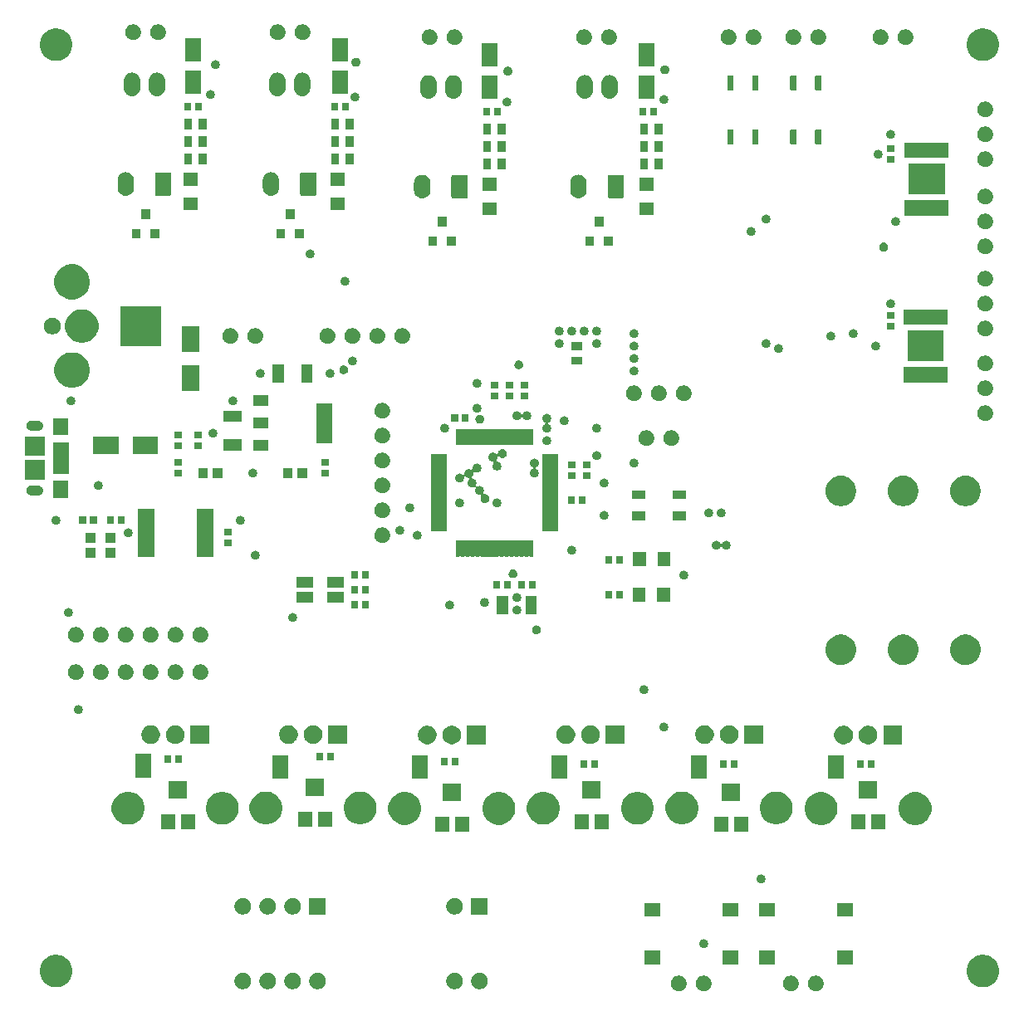
<source format=gbr>
G04 #@! TF.GenerationSoftware,KiCad,Pcbnew,(5.1.5)-3*
G04 #@! TF.CreationDate,2020-04-16T22:09:37-07:00*
G04 #@! TF.ProjectId,Digital_Board_Rev_1,44696769-7461-46c5-9f42-6f6172645f52,rev?*
G04 #@! TF.SameCoordinates,Original*
G04 #@! TF.FileFunction,Soldermask,Top*
G04 #@! TF.FilePolarity,Negative*
%FSLAX46Y46*%
G04 Gerber Fmt 4.6, Leading zero omitted, Abs format (unit mm)*
G04 Created by KiCad (PCBNEW (5.1.5)-3) date 2020-04-16 22:09:37*
%MOMM*%
%LPD*%
G04 APERTURE LIST*
%ADD10C,0.100000*%
G04 APERTURE END LIST*
D10*
G36*
X92612874Y-123925341D02*
G01*
X92690550Y-123940791D01*
X92836889Y-124001407D01*
X92968590Y-124089407D01*
X93080593Y-124201410D01*
X93168593Y-124333111D01*
X93229209Y-124479450D01*
X93260110Y-124634802D01*
X93260110Y-124793198D01*
X93229209Y-124948550D01*
X93168593Y-125094889D01*
X93080593Y-125226590D01*
X92968590Y-125338593D01*
X92836889Y-125426593D01*
X92690550Y-125487209D01*
X92612874Y-125502659D01*
X92535199Y-125518110D01*
X92376801Y-125518110D01*
X92299126Y-125502659D01*
X92221450Y-125487209D01*
X92075111Y-125426593D01*
X91943410Y-125338593D01*
X91831407Y-125226590D01*
X91743407Y-125094889D01*
X91682791Y-124948550D01*
X91651890Y-124793198D01*
X91651890Y-124634802D01*
X91682791Y-124479450D01*
X91743407Y-124333111D01*
X91831407Y-124201410D01*
X91943410Y-124089407D01*
X92075111Y-124001407D01*
X92221450Y-123940791D01*
X92299126Y-123925341D01*
X92376801Y-123909890D01*
X92535199Y-123909890D01*
X92612874Y-123925341D01*
G37*
G36*
X106582874Y-123925341D02*
G01*
X106660550Y-123940791D01*
X106806889Y-124001407D01*
X106938590Y-124089407D01*
X107050593Y-124201410D01*
X107138593Y-124333111D01*
X107199209Y-124479450D01*
X107230110Y-124634802D01*
X107230110Y-124793198D01*
X107199209Y-124948550D01*
X107138593Y-125094889D01*
X107050593Y-125226590D01*
X106938590Y-125338593D01*
X106806889Y-125426593D01*
X106660550Y-125487209D01*
X106582874Y-125502659D01*
X106505199Y-125518110D01*
X106346801Y-125518110D01*
X106269126Y-125502659D01*
X106191450Y-125487209D01*
X106045111Y-125426593D01*
X105913410Y-125338593D01*
X105801407Y-125226590D01*
X105713407Y-125094889D01*
X105652791Y-124948550D01*
X105621890Y-124793198D01*
X105621890Y-124634802D01*
X105652791Y-124479450D01*
X105713407Y-124333111D01*
X105801407Y-124201410D01*
X105913410Y-124089407D01*
X106045111Y-124001407D01*
X106191450Y-123940791D01*
X106269126Y-123925341D01*
X106346801Y-123909890D01*
X106505199Y-123909890D01*
X106582874Y-123925341D01*
G37*
G36*
X104042874Y-123925341D02*
G01*
X104120550Y-123940791D01*
X104266889Y-124001407D01*
X104398590Y-124089407D01*
X104510593Y-124201410D01*
X104598593Y-124333111D01*
X104659209Y-124479450D01*
X104690110Y-124634802D01*
X104690110Y-124793198D01*
X104659209Y-124948550D01*
X104598593Y-125094889D01*
X104510593Y-125226590D01*
X104398590Y-125338593D01*
X104266889Y-125426593D01*
X104120550Y-125487209D01*
X104042874Y-125502659D01*
X103965199Y-125518110D01*
X103806801Y-125518110D01*
X103729126Y-125502659D01*
X103651450Y-125487209D01*
X103505111Y-125426593D01*
X103373410Y-125338593D01*
X103261407Y-125226590D01*
X103173407Y-125094889D01*
X103112791Y-124948550D01*
X103081890Y-124793198D01*
X103081890Y-124634802D01*
X103112791Y-124479450D01*
X103173407Y-124333111D01*
X103261407Y-124201410D01*
X103373410Y-124089407D01*
X103505111Y-124001407D01*
X103651450Y-123940791D01*
X103729126Y-123925341D01*
X103806801Y-123909890D01*
X103965199Y-123909890D01*
X104042874Y-123925341D01*
G37*
G36*
X95152874Y-123925341D02*
G01*
X95230550Y-123940791D01*
X95376889Y-124001407D01*
X95508590Y-124089407D01*
X95620593Y-124201410D01*
X95708593Y-124333111D01*
X95769209Y-124479450D01*
X95800110Y-124634802D01*
X95800110Y-124793198D01*
X95769209Y-124948550D01*
X95708593Y-125094889D01*
X95620593Y-125226590D01*
X95508590Y-125338593D01*
X95376889Y-125426593D01*
X95230550Y-125487209D01*
X95152874Y-125502659D01*
X95075199Y-125518110D01*
X94916801Y-125518110D01*
X94839126Y-125502659D01*
X94761450Y-125487209D01*
X94615111Y-125426593D01*
X94483410Y-125338593D01*
X94371407Y-125226590D01*
X94283407Y-125094889D01*
X94222791Y-124948550D01*
X94191890Y-124793198D01*
X94191890Y-124634802D01*
X94222791Y-124479450D01*
X94283407Y-124333111D01*
X94371407Y-124201410D01*
X94483410Y-124089407D01*
X94615111Y-124001407D01*
X94761450Y-123940791D01*
X94839126Y-123925341D01*
X94916801Y-123909890D01*
X95075199Y-123909890D01*
X95152874Y-123925341D01*
G37*
G36*
X48254228Y-123641703D02*
G01*
X48409100Y-123705853D01*
X48548481Y-123798985D01*
X48667015Y-123917519D01*
X48760147Y-124056900D01*
X48824297Y-124211772D01*
X48857000Y-124376184D01*
X48857000Y-124543816D01*
X48824297Y-124708228D01*
X48760147Y-124863100D01*
X48667015Y-125002481D01*
X48548481Y-125121015D01*
X48409100Y-125214147D01*
X48254228Y-125278297D01*
X48089816Y-125311000D01*
X47922184Y-125311000D01*
X47757772Y-125278297D01*
X47602900Y-125214147D01*
X47463519Y-125121015D01*
X47344985Y-125002481D01*
X47251853Y-124863100D01*
X47187703Y-124708228D01*
X47155000Y-124543816D01*
X47155000Y-124376184D01*
X47187703Y-124211772D01*
X47251853Y-124056900D01*
X47344985Y-123917519D01*
X47463519Y-123798985D01*
X47602900Y-123705853D01*
X47757772Y-123641703D01*
X47922184Y-123609000D01*
X48089816Y-123609000D01*
X48254228Y-123641703D01*
G37*
G36*
X50794228Y-123641703D02*
G01*
X50949100Y-123705853D01*
X51088481Y-123798985D01*
X51207015Y-123917519D01*
X51300147Y-124056900D01*
X51364297Y-124211772D01*
X51397000Y-124376184D01*
X51397000Y-124543816D01*
X51364297Y-124708228D01*
X51300147Y-124863100D01*
X51207015Y-125002481D01*
X51088481Y-125121015D01*
X50949100Y-125214147D01*
X50794228Y-125278297D01*
X50629816Y-125311000D01*
X50462184Y-125311000D01*
X50297772Y-125278297D01*
X50142900Y-125214147D01*
X50003519Y-125121015D01*
X49884985Y-125002481D01*
X49791853Y-124863100D01*
X49727703Y-124708228D01*
X49695000Y-124543816D01*
X49695000Y-124376184D01*
X49727703Y-124211772D01*
X49791853Y-124056900D01*
X49884985Y-123917519D01*
X50003519Y-123798985D01*
X50142900Y-123705853D01*
X50297772Y-123641703D01*
X50462184Y-123609000D01*
X50629816Y-123609000D01*
X50794228Y-123641703D01*
G37*
G36*
X53334228Y-123641703D02*
G01*
X53489100Y-123705853D01*
X53628481Y-123798985D01*
X53747015Y-123917519D01*
X53840147Y-124056900D01*
X53904297Y-124211772D01*
X53937000Y-124376184D01*
X53937000Y-124543816D01*
X53904297Y-124708228D01*
X53840147Y-124863100D01*
X53747015Y-125002481D01*
X53628481Y-125121015D01*
X53489100Y-125214147D01*
X53334228Y-125278297D01*
X53169816Y-125311000D01*
X53002184Y-125311000D01*
X52837772Y-125278297D01*
X52682900Y-125214147D01*
X52543519Y-125121015D01*
X52424985Y-125002481D01*
X52331853Y-124863100D01*
X52267703Y-124708228D01*
X52235000Y-124543816D01*
X52235000Y-124376184D01*
X52267703Y-124211772D01*
X52331853Y-124056900D01*
X52424985Y-123917519D01*
X52543519Y-123798985D01*
X52682900Y-123705853D01*
X52837772Y-123641703D01*
X53002184Y-123609000D01*
X53169816Y-123609000D01*
X53334228Y-123641703D01*
G37*
G36*
X69844228Y-123641703D02*
G01*
X69999100Y-123705853D01*
X70138481Y-123798985D01*
X70257015Y-123917519D01*
X70350147Y-124056900D01*
X70414297Y-124211772D01*
X70447000Y-124376184D01*
X70447000Y-124543816D01*
X70414297Y-124708228D01*
X70350147Y-124863100D01*
X70257015Y-125002481D01*
X70138481Y-125121015D01*
X69999100Y-125214147D01*
X69844228Y-125278297D01*
X69679816Y-125311000D01*
X69512184Y-125311000D01*
X69347772Y-125278297D01*
X69192900Y-125214147D01*
X69053519Y-125121015D01*
X68934985Y-125002481D01*
X68841853Y-124863100D01*
X68777703Y-124708228D01*
X68745000Y-124543816D01*
X68745000Y-124376184D01*
X68777703Y-124211772D01*
X68841853Y-124056900D01*
X68934985Y-123917519D01*
X69053519Y-123798985D01*
X69192900Y-123705853D01*
X69347772Y-123641703D01*
X69512184Y-123609000D01*
X69679816Y-123609000D01*
X69844228Y-123641703D01*
G37*
G36*
X55874228Y-123641703D02*
G01*
X56029100Y-123705853D01*
X56168481Y-123798985D01*
X56287015Y-123917519D01*
X56380147Y-124056900D01*
X56444297Y-124211772D01*
X56477000Y-124376184D01*
X56477000Y-124543816D01*
X56444297Y-124708228D01*
X56380147Y-124863100D01*
X56287015Y-125002481D01*
X56168481Y-125121015D01*
X56029100Y-125214147D01*
X55874228Y-125278297D01*
X55709816Y-125311000D01*
X55542184Y-125311000D01*
X55377772Y-125278297D01*
X55222900Y-125214147D01*
X55083519Y-125121015D01*
X54964985Y-125002481D01*
X54871853Y-124863100D01*
X54807703Y-124708228D01*
X54775000Y-124543816D01*
X54775000Y-124376184D01*
X54807703Y-124211772D01*
X54871853Y-124056900D01*
X54964985Y-123917519D01*
X55083519Y-123798985D01*
X55222900Y-123705853D01*
X55377772Y-123641703D01*
X55542184Y-123609000D01*
X55709816Y-123609000D01*
X55874228Y-123641703D01*
G37*
G36*
X72384228Y-123641703D02*
G01*
X72539100Y-123705853D01*
X72678481Y-123798985D01*
X72797015Y-123917519D01*
X72890147Y-124056900D01*
X72954297Y-124211772D01*
X72987000Y-124376184D01*
X72987000Y-124543816D01*
X72954297Y-124708228D01*
X72890147Y-124863100D01*
X72797015Y-125002481D01*
X72678481Y-125121015D01*
X72539100Y-125214147D01*
X72384228Y-125278297D01*
X72219816Y-125311000D01*
X72052184Y-125311000D01*
X71887772Y-125278297D01*
X71732900Y-125214147D01*
X71593519Y-125121015D01*
X71474985Y-125002481D01*
X71381853Y-124863100D01*
X71317703Y-124708228D01*
X71285000Y-124543816D01*
X71285000Y-124376184D01*
X71317703Y-124211772D01*
X71381853Y-124056900D01*
X71474985Y-123917519D01*
X71593519Y-123798985D01*
X71732900Y-123705853D01*
X71887772Y-123641703D01*
X72052184Y-123609000D01*
X72219816Y-123609000D01*
X72384228Y-123641703D01*
G37*
G36*
X29331256Y-121835298D02*
G01*
X29437579Y-121856447D01*
X29738042Y-121980903D01*
X30008451Y-122161585D01*
X30238415Y-122391549D01*
X30238416Y-122391551D01*
X30419098Y-122661960D01*
X30543553Y-122962422D01*
X30607000Y-123281389D01*
X30607000Y-123606611D01*
X30587259Y-123705853D01*
X30543553Y-123925579D01*
X30419097Y-124226042D01*
X30238415Y-124496451D01*
X30008451Y-124726415D01*
X29738042Y-124907097D01*
X29437579Y-125031553D01*
X29331256Y-125052702D01*
X29118611Y-125095000D01*
X28793389Y-125095000D01*
X28580744Y-125052702D01*
X28474421Y-125031553D01*
X28173958Y-124907097D01*
X27903549Y-124726415D01*
X27673585Y-124496451D01*
X27492903Y-124226042D01*
X27368447Y-123925579D01*
X27324741Y-123705853D01*
X27305000Y-123606611D01*
X27305000Y-123281389D01*
X27368447Y-122962422D01*
X27492902Y-122661960D01*
X27673584Y-122391551D01*
X27673585Y-122391549D01*
X27903549Y-122161585D01*
X28173958Y-121980903D01*
X28474421Y-121856447D01*
X28580744Y-121835298D01*
X28793389Y-121793000D01*
X29118611Y-121793000D01*
X29331256Y-121835298D01*
G37*
G36*
X123819256Y-121835298D02*
G01*
X123925579Y-121856447D01*
X124226042Y-121980903D01*
X124496451Y-122161585D01*
X124726415Y-122391549D01*
X124726416Y-122391551D01*
X124907098Y-122661960D01*
X125031553Y-122962422D01*
X125095000Y-123281389D01*
X125095000Y-123606611D01*
X125075259Y-123705853D01*
X125031553Y-123925579D01*
X124907097Y-124226042D01*
X124726415Y-124496451D01*
X124496451Y-124726415D01*
X124226042Y-124907097D01*
X123925579Y-125031553D01*
X123819256Y-125052702D01*
X123606611Y-125095000D01*
X123281389Y-125095000D01*
X123068744Y-125052702D01*
X122962421Y-125031553D01*
X122661958Y-124907097D01*
X122391549Y-124726415D01*
X122161585Y-124496451D01*
X121980903Y-124226042D01*
X121856447Y-123925579D01*
X121812741Y-123705853D01*
X121793000Y-123606611D01*
X121793000Y-123281389D01*
X121856447Y-122962422D01*
X121980902Y-122661960D01*
X122161584Y-122391551D01*
X122161585Y-122391549D01*
X122391549Y-122161585D01*
X122661958Y-121980903D01*
X122962421Y-121856447D01*
X123068744Y-121835298D01*
X123281389Y-121793000D01*
X123606611Y-121793000D01*
X123819256Y-121835298D01*
G37*
G36*
X98524260Y-122782530D02*
G01*
X96872860Y-122782530D01*
X96872860Y-121382590D01*
X98524260Y-121382590D01*
X98524260Y-122782530D01*
G37*
G36*
X90579140Y-122782530D02*
G01*
X88927740Y-122782530D01*
X88927740Y-121382590D01*
X90579140Y-121382590D01*
X90579140Y-122782530D01*
G37*
G36*
X102263140Y-122782530D02*
G01*
X100611740Y-122782530D01*
X100611740Y-121382590D01*
X102263140Y-121382590D01*
X102263140Y-122782530D01*
G37*
G36*
X110208260Y-122782530D02*
G01*
X108556860Y-122782530D01*
X108556860Y-121382590D01*
X110208260Y-121382590D01*
X110208260Y-122782530D01*
G37*
G36*
X95127552Y-120216331D02*
G01*
X95209627Y-120250328D01*
X95209629Y-120250329D01*
X95246813Y-120275175D01*
X95283495Y-120299685D01*
X95346315Y-120362505D01*
X95395672Y-120436373D01*
X95429669Y-120518448D01*
X95447000Y-120605579D01*
X95447000Y-120694421D01*
X95429669Y-120781552D01*
X95395672Y-120863627D01*
X95395671Y-120863629D01*
X95346314Y-120937496D01*
X95283496Y-121000314D01*
X95209629Y-121049671D01*
X95209628Y-121049672D01*
X95209627Y-121049672D01*
X95127552Y-121083669D01*
X95040421Y-121101000D01*
X94951579Y-121101000D01*
X94864448Y-121083669D01*
X94782373Y-121049672D01*
X94782372Y-121049672D01*
X94782371Y-121049671D01*
X94708504Y-121000314D01*
X94645686Y-120937496D01*
X94596329Y-120863629D01*
X94596328Y-120863627D01*
X94562331Y-120781552D01*
X94545000Y-120694421D01*
X94545000Y-120605579D01*
X94562331Y-120518448D01*
X94596328Y-120436373D01*
X94645685Y-120362505D01*
X94708505Y-120299685D01*
X94745187Y-120275175D01*
X94782371Y-120250329D01*
X94782373Y-120250328D01*
X94864448Y-120216331D01*
X94951579Y-120199000D01*
X95040421Y-120199000D01*
X95127552Y-120216331D01*
G37*
G36*
X98524260Y-117885410D02*
G01*
X96872860Y-117885410D01*
X96872860Y-116485470D01*
X98524260Y-116485470D01*
X98524260Y-117885410D01*
G37*
G36*
X90579140Y-117885410D02*
G01*
X88927740Y-117885410D01*
X88927740Y-116485470D01*
X90579140Y-116485470D01*
X90579140Y-117885410D01*
G37*
G36*
X102263140Y-117885410D02*
G01*
X100611740Y-117885410D01*
X100611740Y-116485470D01*
X102263140Y-116485470D01*
X102263140Y-117885410D01*
G37*
G36*
X110208260Y-117885410D02*
G01*
X108556860Y-117885410D01*
X108556860Y-116485470D01*
X110208260Y-116485470D01*
X110208260Y-117885410D01*
G37*
G36*
X53334228Y-116021703D02*
G01*
X53489100Y-116085853D01*
X53628481Y-116178985D01*
X53747015Y-116297519D01*
X53840147Y-116436900D01*
X53904297Y-116591772D01*
X53937000Y-116756184D01*
X53937000Y-116923816D01*
X53904297Y-117088228D01*
X53840147Y-117243100D01*
X53747015Y-117382481D01*
X53628481Y-117501015D01*
X53489100Y-117594147D01*
X53334228Y-117658297D01*
X53169816Y-117691000D01*
X53002184Y-117691000D01*
X52837772Y-117658297D01*
X52682900Y-117594147D01*
X52543519Y-117501015D01*
X52424985Y-117382481D01*
X52331853Y-117243100D01*
X52267703Y-117088228D01*
X52235000Y-116923816D01*
X52235000Y-116756184D01*
X52267703Y-116591772D01*
X52331853Y-116436900D01*
X52424985Y-116297519D01*
X52543519Y-116178985D01*
X52682900Y-116085853D01*
X52837772Y-116021703D01*
X53002184Y-115989000D01*
X53169816Y-115989000D01*
X53334228Y-116021703D01*
G37*
G36*
X56477000Y-117691000D02*
G01*
X54775000Y-117691000D01*
X54775000Y-115989000D01*
X56477000Y-115989000D01*
X56477000Y-117691000D01*
G37*
G36*
X50794228Y-116021703D02*
G01*
X50949100Y-116085853D01*
X51088481Y-116178985D01*
X51207015Y-116297519D01*
X51300147Y-116436900D01*
X51364297Y-116591772D01*
X51397000Y-116756184D01*
X51397000Y-116923816D01*
X51364297Y-117088228D01*
X51300147Y-117243100D01*
X51207015Y-117382481D01*
X51088481Y-117501015D01*
X50949100Y-117594147D01*
X50794228Y-117658297D01*
X50629816Y-117691000D01*
X50462184Y-117691000D01*
X50297772Y-117658297D01*
X50142900Y-117594147D01*
X50003519Y-117501015D01*
X49884985Y-117382481D01*
X49791853Y-117243100D01*
X49727703Y-117088228D01*
X49695000Y-116923816D01*
X49695000Y-116756184D01*
X49727703Y-116591772D01*
X49791853Y-116436900D01*
X49884985Y-116297519D01*
X50003519Y-116178985D01*
X50142900Y-116085853D01*
X50297772Y-116021703D01*
X50462184Y-115989000D01*
X50629816Y-115989000D01*
X50794228Y-116021703D01*
G37*
G36*
X48254228Y-116021703D02*
G01*
X48409100Y-116085853D01*
X48548481Y-116178985D01*
X48667015Y-116297519D01*
X48760147Y-116436900D01*
X48824297Y-116591772D01*
X48857000Y-116756184D01*
X48857000Y-116923816D01*
X48824297Y-117088228D01*
X48760147Y-117243100D01*
X48667015Y-117382481D01*
X48548481Y-117501015D01*
X48409100Y-117594147D01*
X48254228Y-117658297D01*
X48089816Y-117691000D01*
X47922184Y-117691000D01*
X47757772Y-117658297D01*
X47602900Y-117594147D01*
X47463519Y-117501015D01*
X47344985Y-117382481D01*
X47251853Y-117243100D01*
X47187703Y-117088228D01*
X47155000Y-116923816D01*
X47155000Y-116756184D01*
X47187703Y-116591772D01*
X47251853Y-116436900D01*
X47344985Y-116297519D01*
X47463519Y-116178985D01*
X47602900Y-116085853D01*
X47757772Y-116021703D01*
X47922184Y-115989000D01*
X48089816Y-115989000D01*
X48254228Y-116021703D01*
G37*
G36*
X72987000Y-117691000D02*
G01*
X71285000Y-117691000D01*
X71285000Y-115989000D01*
X72987000Y-115989000D01*
X72987000Y-117691000D01*
G37*
G36*
X69844228Y-116021703D02*
G01*
X69999100Y-116085853D01*
X70138481Y-116178985D01*
X70257015Y-116297519D01*
X70350147Y-116436900D01*
X70414297Y-116591772D01*
X70447000Y-116756184D01*
X70447000Y-116923816D01*
X70414297Y-117088228D01*
X70350147Y-117243100D01*
X70257015Y-117382481D01*
X70138481Y-117501015D01*
X69999100Y-117594147D01*
X69844228Y-117658297D01*
X69679816Y-117691000D01*
X69512184Y-117691000D01*
X69347772Y-117658297D01*
X69192900Y-117594147D01*
X69053519Y-117501015D01*
X68934985Y-117382481D01*
X68841853Y-117243100D01*
X68777703Y-117088228D01*
X68745000Y-116923816D01*
X68745000Y-116756184D01*
X68777703Y-116591772D01*
X68841853Y-116436900D01*
X68934985Y-116297519D01*
X69053519Y-116178985D01*
X69192900Y-116085853D01*
X69347772Y-116021703D01*
X69512184Y-115989000D01*
X69679816Y-115989000D01*
X69844228Y-116021703D01*
G37*
G36*
X100969552Y-113612331D02*
G01*
X101051627Y-113646328D01*
X101051629Y-113646329D01*
X101088813Y-113671175D01*
X101125495Y-113695685D01*
X101188315Y-113758505D01*
X101237672Y-113832373D01*
X101271669Y-113914448D01*
X101289000Y-114001579D01*
X101289000Y-114090421D01*
X101271669Y-114177552D01*
X101237672Y-114259627D01*
X101237671Y-114259629D01*
X101188314Y-114333496D01*
X101125496Y-114396314D01*
X101051629Y-114445671D01*
X101051628Y-114445672D01*
X101051627Y-114445672D01*
X100969552Y-114479669D01*
X100882421Y-114497000D01*
X100793579Y-114497000D01*
X100706448Y-114479669D01*
X100624373Y-114445672D01*
X100624372Y-114445672D01*
X100624371Y-114445671D01*
X100550504Y-114396314D01*
X100487686Y-114333496D01*
X100438329Y-114259629D01*
X100438328Y-114259627D01*
X100404331Y-114177552D01*
X100387000Y-114090421D01*
X100387000Y-114001579D01*
X100404331Y-113914448D01*
X100438328Y-113832373D01*
X100487685Y-113758505D01*
X100550505Y-113695685D01*
X100587187Y-113671175D01*
X100624371Y-113646329D01*
X100624373Y-113646328D01*
X100706448Y-113612331D01*
X100793579Y-113595000D01*
X100882421Y-113595000D01*
X100969552Y-113612331D01*
G37*
G36*
X97518220Y-109204760D02*
G01*
X96065340Y-109204760D01*
X96065340Y-107751880D01*
X97518220Y-107751880D01*
X97518220Y-109204760D01*
G37*
G36*
X71066660Y-109204760D02*
G01*
X69613780Y-109204760D01*
X69613780Y-107751880D01*
X71066660Y-107751880D01*
X71066660Y-109204760D01*
G37*
G36*
X69070220Y-109204760D02*
G01*
X67617340Y-109204760D01*
X67617340Y-107751880D01*
X69070220Y-107751880D01*
X69070220Y-109204760D01*
G37*
G36*
X99514660Y-109204760D02*
G01*
X98061780Y-109204760D01*
X98061780Y-107751880D01*
X99514660Y-107751880D01*
X99514660Y-109204760D01*
G37*
G36*
X83294220Y-108950760D02*
G01*
X81841340Y-108950760D01*
X81841340Y-107497880D01*
X83294220Y-107497880D01*
X83294220Y-108950760D01*
G37*
G36*
X85290660Y-108950760D02*
G01*
X83837780Y-108950760D01*
X83837780Y-107497880D01*
X85290660Y-107497880D01*
X85290660Y-108950760D01*
G37*
G36*
X43126660Y-108950760D02*
G01*
X41673780Y-108950760D01*
X41673780Y-107497880D01*
X43126660Y-107497880D01*
X43126660Y-108950760D01*
G37*
G36*
X111488220Y-108950760D02*
G01*
X110035340Y-108950760D01*
X110035340Y-107497880D01*
X111488220Y-107497880D01*
X111488220Y-108950760D01*
G37*
G36*
X113484660Y-108950760D02*
G01*
X112031780Y-108950760D01*
X112031780Y-107497880D01*
X113484660Y-107497880D01*
X113484660Y-108950760D01*
G37*
G36*
X41130220Y-108950760D02*
G01*
X39677340Y-108950760D01*
X39677340Y-107497880D01*
X41130220Y-107497880D01*
X41130220Y-108950760D01*
G37*
G36*
X57096660Y-108696760D02*
G01*
X55643780Y-108696760D01*
X55643780Y-107243880D01*
X57096660Y-107243880D01*
X57096660Y-108696760D01*
G37*
G36*
X55100220Y-108696760D02*
G01*
X53647340Y-108696760D01*
X53647340Y-107243880D01*
X55100220Y-107243880D01*
X55100220Y-108696760D01*
G37*
G36*
X107438552Y-105264895D02*
G01*
X107742654Y-105390858D01*
X108016339Y-105573729D01*
X108249091Y-105806481D01*
X108431962Y-106080166D01*
X108557925Y-106384268D01*
X108622140Y-106707100D01*
X108622140Y-107036260D01*
X108557925Y-107359092D01*
X108431962Y-107663194D01*
X108249091Y-107936879D01*
X108016339Y-108169631D01*
X107742654Y-108352502D01*
X107438552Y-108478465D01*
X107115720Y-108542680D01*
X106786560Y-108542680D01*
X106463728Y-108478465D01*
X106159626Y-108352502D01*
X105885941Y-108169631D01*
X105653189Y-107936879D01*
X105470318Y-107663194D01*
X105344355Y-107359092D01*
X105280140Y-107036260D01*
X105280140Y-106707100D01*
X105344355Y-106384268D01*
X105470318Y-106080166D01*
X105653189Y-105806481D01*
X105885941Y-105573729D01*
X106159626Y-105390858D01*
X106463728Y-105264895D01*
X106786560Y-105200680D01*
X107115720Y-105200680D01*
X107438552Y-105264895D01*
G37*
G36*
X117038552Y-105264895D02*
G01*
X117342654Y-105390858D01*
X117616339Y-105573729D01*
X117849091Y-105806481D01*
X118031962Y-106080166D01*
X118157925Y-106384268D01*
X118222140Y-106707100D01*
X118222140Y-107036260D01*
X118157925Y-107359092D01*
X118031962Y-107663194D01*
X117849091Y-107936879D01*
X117616339Y-108169631D01*
X117342654Y-108352502D01*
X117038552Y-108478465D01*
X116715720Y-108542680D01*
X116386560Y-108542680D01*
X116063728Y-108478465D01*
X115759626Y-108352502D01*
X115485941Y-108169631D01*
X115253189Y-107936879D01*
X115070318Y-107663194D01*
X114944355Y-107359092D01*
X114880140Y-107036260D01*
X114880140Y-106707100D01*
X114944355Y-106384268D01*
X115070318Y-106080166D01*
X115253189Y-105806481D01*
X115485941Y-105573729D01*
X115759626Y-105390858D01*
X116063728Y-105264895D01*
X116386560Y-105200680D01*
X116715720Y-105200680D01*
X117038552Y-105264895D01*
G37*
G36*
X74590552Y-105254895D02*
G01*
X74894654Y-105380858D01*
X75168339Y-105563729D01*
X75401091Y-105796481D01*
X75583962Y-106070166D01*
X75709925Y-106374268D01*
X75774140Y-106697100D01*
X75774140Y-107026260D01*
X75709925Y-107349092D01*
X75583962Y-107653194D01*
X75401091Y-107926879D01*
X75168339Y-108159631D01*
X74894654Y-108342502D01*
X74590552Y-108468465D01*
X74267720Y-108532680D01*
X73938560Y-108532680D01*
X73615728Y-108468465D01*
X73311626Y-108342502D01*
X73037941Y-108159631D01*
X72805189Y-107926879D01*
X72622318Y-107653194D01*
X72496355Y-107349092D01*
X72432140Y-107026260D01*
X72432140Y-106697100D01*
X72496355Y-106374268D01*
X72622318Y-106070166D01*
X72805189Y-105796481D01*
X73037941Y-105563729D01*
X73311626Y-105380858D01*
X73615728Y-105254895D01*
X73938560Y-105190680D01*
X74267720Y-105190680D01*
X74590552Y-105254895D01*
G37*
G36*
X64990552Y-105254895D02*
G01*
X65294654Y-105380858D01*
X65568339Y-105563729D01*
X65801091Y-105796481D01*
X65983962Y-106070166D01*
X66109925Y-106374268D01*
X66174140Y-106697100D01*
X66174140Y-107026260D01*
X66109925Y-107349092D01*
X65983962Y-107653194D01*
X65801091Y-107926879D01*
X65568339Y-108159631D01*
X65294654Y-108342502D01*
X64990552Y-108468465D01*
X64667720Y-108532680D01*
X64338560Y-108532680D01*
X64015728Y-108468465D01*
X63711626Y-108342502D01*
X63437941Y-108159631D01*
X63205189Y-107926879D01*
X63022318Y-107653194D01*
X62896355Y-107349092D01*
X62832140Y-107026260D01*
X62832140Y-106697100D01*
X62896355Y-106374268D01*
X63022318Y-106070166D01*
X63205189Y-105796481D01*
X63437941Y-105563729D01*
X63711626Y-105380858D01*
X64015728Y-105254895D01*
X64338560Y-105190680D01*
X64667720Y-105190680D01*
X64990552Y-105254895D01*
G37*
G36*
X88722552Y-105240895D02*
G01*
X89026654Y-105366858D01*
X89300339Y-105549729D01*
X89533091Y-105782481D01*
X89715962Y-106056166D01*
X89841925Y-106360268D01*
X89906140Y-106683100D01*
X89906140Y-107012260D01*
X89841925Y-107335092D01*
X89715962Y-107639194D01*
X89533091Y-107912879D01*
X89300339Y-108145631D01*
X89026654Y-108328502D01*
X88722552Y-108454465D01*
X88399720Y-108518680D01*
X88070560Y-108518680D01*
X87747728Y-108454465D01*
X87443626Y-108328502D01*
X87169941Y-108145631D01*
X86937189Y-107912879D01*
X86754318Y-107639194D01*
X86628355Y-107335092D01*
X86564140Y-107012260D01*
X86564140Y-106683100D01*
X86628355Y-106360268D01*
X86754318Y-106056166D01*
X86937189Y-105782481D01*
X87169941Y-105549729D01*
X87443626Y-105366858D01*
X87747728Y-105240895D01*
X88070560Y-105176680D01*
X88399720Y-105176680D01*
X88722552Y-105240895D01*
G37*
G36*
X79122552Y-105240895D02*
G01*
X79426654Y-105366858D01*
X79700339Y-105549729D01*
X79933091Y-105782481D01*
X80115962Y-106056166D01*
X80241925Y-106360268D01*
X80306140Y-106683100D01*
X80306140Y-107012260D01*
X80241925Y-107335092D01*
X80115962Y-107639194D01*
X79933091Y-107912879D01*
X79700339Y-108145631D01*
X79426654Y-108328502D01*
X79122552Y-108454465D01*
X78799720Y-108518680D01*
X78470560Y-108518680D01*
X78147728Y-108454465D01*
X77843626Y-108328502D01*
X77569941Y-108145631D01*
X77337189Y-107912879D01*
X77154318Y-107639194D01*
X77028355Y-107335092D01*
X76964140Y-107012260D01*
X76964140Y-106683100D01*
X77028355Y-106360268D01*
X77154318Y-106056166D01*
X77337189Y-105782481D01*
X77569941Y-105549729D01*
X77843626Y-105366858D01*
X78147728Y-105240895D01*
X78470560Y-105176680D01*
X78799720Y-105176680D01*
X79122552Y-105240895D01*
G37*
G36*
X46396552Y-105230895D02*
G01*
X46700654Y-105356858D01*
X46974339Y-105539729D01*
X47207091Y-105772481D01*
X47389962Y-106046166D01*
X47515925Y-106350268D01*
X47580140Y-106673100D01*
X47580140Y-107002260D01*
X47515925Y-107325092D01*
X47389962Y-107629194D01*
X47207091Y-107902879D01*
X46974339Y-108135631D01*
X46700654Y-108318502D01*
X46396552Y-108444465D01*
X46073720Y-108508680D01*
X45744560Y-108508680D01*
X45421728Y-108444465D01*
X45117626Y-108318502D01*
X44843941Y-108135631D01*
X44611189Y-107902879D01*
X44428318Y-107629194D01*
X44302355Y-107325092D01*
X44238140Y-107002260D01*
X44238140Y-106673100D01*
X44302355Y-106350268D01*
X44428318Y-106046166D01*
X44611189Y-105772481D01*
X44843941Y-105539729D01*
X45117626Y-105356858D01*
X45421728Y-105230895D01*
X45744560Y-105166680D01*
X46073720Y-105166680D01*
X46396552Y-105230895D01*
G37*
G36*
X36796552Y-105230895D02*
G01*
X37100654Y-105356858D01*
X37374339Y-105539729D01*
X37607091Y-105772481D01*
X37789962Y-106046166D01*
X37915925Y-106350268D01*
X37980140Y-106673100D01*
X37980140Y-107002260D01*
X37915925Y-107325092D01*
X37789962Y-107629194D01*
X37607091Y-107902879D01*
X37374339Y-108135631D01*
X37100654Y-108318502D01*
X36796552Y-108444465D01*
X36473720Y-108508680D01*
X36144560Y-108508680D01*
X35821728Y-108444465D01*
X35517626Y-108318502D01*
X35243941Y-108135631D01*
X35011189Y-107902879D01*
X34828318Y-107629194D01*
X34702355Y-107325092D01*
X34638140Y-107002260D01*
X34638140Y-106673100D01*
X34702355Y-106350268D01*
X34828318Y-106046166D01*
X35011189Y-105772481D01*
X35243941Y-105539729D01*
X35517626Y-105356858D01*
X35821728Y-105230895D01*
X36144560Y-105166680D01*
X36473720Y-105166680D01*
X36796552Y-105230895D01*
G37*
G36*
X102863412Y-105207215D02*
G01*
X103167514Y-105333178D01*
X103441199Y-105516049D01*
X103673951Y-105748801D01*
X103856822Y-106022486D01*
X103982785Y-106326588D01*
X104047000Y-106649420D01*
X104047000Y-106978580D01*
X103982785Y-107301412D01*
X103856822Y-107605514D01*
X103673951Y-107879199D01*
X103441199Y-108111951D01*
X103167514Y-108294822D01*
X102863412Y-108420785D01*
X102540580Y-108485000D01*
X102211420Y-108485000D01*
X101888588Y-108420785D01*
X101584486Y-108294822D01*
X101310801Y-108111951D01*
X101078049Y-107879199D01*
X100895178Y-107605514D01*
X100769215Y-107301412D01*
X100705000Y-106978580D01*
X100705000Y-106649420D01*
X100769215Y-106326588D01*
X100895178Y-106022486D01*
X101078049Y-105748801D01*
X101310801Y-105516049D01*
X101584486Y-105333178D01*
X101888588Y-105207215D01*
X102211420Y-105143000D01*
X102540580Y-105143000D01*
X102863412Y-105207215D01*
G37*
G36*
X50845412Y-105207215D02*
G01*
X51149514Y-105333178D01*
X51423199Y-105516049D01*
X51655951Y-105748801D01*
X51838822Y-106022486D01*
X51964785Y-106326588D01*
X52029000Y-106649420D01*
X52029000Y-106978580D01*
X51964785Y-107301412D01*
X51838822Y-107605514D01*
X51655951Y-107879199D01*
X51423199Y-108111951D01*
X51149514Y-108294822D01*
X50845412Y-108420785D01*
X50522580Y-108485000D01*
X50193420Y-108485000D01*
X49870588Y-108420785D01*
X49566486Y-108294822D01*
X49292801Y-108111951D01*
X49060049Y-107879199D01*
X48877178Y-107605514D01*
X48751215Y-107301412D01*
X48687000Y-106978580D01*
X48687000Y-106649420D01*
X48751215Y-106326588D01*
X48877178Y-106022486D01*
X49060049Y-105748801D01*
X49292801Y-105516049D01*
X49566486Y-105333178D01*
X49870588Y-105207215D01*
X50193420Y-105143000D01*
X50522580Y-105143000D01*
X50845412Y-105207215D01*
G37*
G36*
X60445412Y-105207215D02*
G01*
X60749514Y-105333178D01*
X61023199Y-105516049D01*
X61255951Y-105748801D01*
X61438822Y-106022486D01*
X61564785Y-106326588D01*
X61629000Y-106649420D01*
X61629000Y-106978580D01*
X61564785Y-107301412D01*
X61438822Y-107605514D01*
X61255951Y-107879199D01*
X61023199Y-108111951D01*
X60749514Y-108294822D01*
X60445412Y-108420785D01*
X60122580Y-108485000D01*
X59793420Y-108485000D01*
X59470588Y-108420785D01*
X59166486Y-108294822D01*
X58892801Y-108111951D01*
X58660049Y-107879199D01*
X58477178Y-107605514D01*
X58351215Y-107301412D01*
X58287000Y-106978580D01*
X58287000Y-106649420D01*
X58351215Y-106326588D01*
X58477178Y-106022486D01*
X58660049Y-105748801D01*
X58892801Y-105516049D01*
X59166486Y-105333178D01*
X59470588Y-105207215D01*
X59793420Y-105143000D01*
X60122580Y-105143000D01*
X60445412Y-105207215D01*
G37*
G36*
X93263412Y-105207215D02*
G01*
X93567514Y-105333178D01*
X93841199Y-105516049D01*
X94073951Y-105748801D01*
X94256822Y-106022486D01*
X94382785Y-106326588D01*
X94447000Y-106649420D01*
X94447000Y-106978580D01*
X94382785Y-107301412D01*
X94256822Y-107605514D01*
X94073951Y-107879199D01*
X93841199Y-108111951D01*
X93567514Y-108294822D01*
X93263412Y-108420785D01*
X92940580Y-108485000D01*
X92611420Y-108485000D01*
X92288588Y-108420785D01*
X91984486Y-108294822D01*
X91710801Y-108111951D01*
X91478049Y-107879199D01*
X91295178Y-107605514D01*
X91169215Y-107301412D01*
X91105000Y-106978580D01*
X91105000Y-106649420D01*
X91169215Y-106326588D01*
X91295178Y-106022486D01*
X91478049Y-105748801D01*
X91710801Y-105516049D01*
X91984486Y-105333178D01*
X92288588Y-105207215D01*
X92611420Y-105143000D01*
X92940580Y-105143000D01*
X93263412Y-105207215D01*
G37*
G36*
X98715830Y-106108500D02*
G01*
X96864170Y-106108500D01*
X96864170Y-104355900D01*
X98715830Y-104355900D01*
X98715830Y-106108500D01*
G37*
G36*
X70267830Y-106108500D02*
G01*
X68416170Y-106108500D01*
X68416170Y-104355900D01*
X70267830Y-104355900D01*
X70267830Y-106108500D01*
G37*
G36*
X42327830Y-105854500D02*
G01*
X40476170Y-105854500D01*
X40476170Y-104101900D01*
X42327830Y-104101900D01*
X42327830Y-105854500D01*
G37*
G36*
X112685830Y-105854500D02*
G01*
X110834170Y-105854500D01*
X110834170Y-104101900D01*
X112685830Y-104101900D01*
X112685830Y-105854500D01*
G37*
G36*
X84491830Y-105854500D02*
G01*
X82640170Y-105854500D01*
X82640170Y-104101900D01*
X84491830Y-104101900D01*
X84491830Y-105854500D01*
G37*
G36*
X56297830Y-105600500D02*
G01*
X54446170Y-105600500D01*
X54446170Y-103847900D01*
X56297830Y-103847900D01*
X56297830Y-105600500D01*
G37*
G36*
X52617000Y-103817000D02*
G01*
X51015000Y-103817000D01*
X51015000Y-101415000D01*
X52617000Y-101415000D01*
X52617000Y-103817000D01*
G37*
G36*
X66841000Y-103817000D02*
G01*
X65239000Y-103817000D01*
X65239000Y-101415000D01*
X66841000Y-101415000D01*
X66841000Y-103817000D01*
G37*
G36*
X81065000Y-103817000D02*
G01*
X79463000Y-103817000D01*
X79463000Y-101415000D01*
X81065000Y-101415000D01*
X81065000Y-103817000D01*
G37*
G36*
X95300140Y-103817000D02*
G01*
X93698140Y-103817000D01*
X93698140Y-101415000D01*
X95300140Y-101415000D01*
X95300140Y-103817000D01*
G37*
G36*
X109259000Y-103817000D02*
G01*
X107657000Y-103817000D01*
X107657000Y-101415000D01*
X109259000Y-101415000D01*
X109259000Y-103817000D01*
G37*
G36*
X38647000Y-103705000D02*
G01*
X37045000Y-103705000D01*
X37045000Y-101303000D01*
X38647000Y-101303000D01*
X38647000Y-103705000D01*
G37*
G36*
X84211160Y-102763320D02*
G01*
X83510120Y-102763320D01*
X83510120Y-101960680D01*
X84211160Y-101960680D01*
X84211160Y-102763320D01*
G37*
G36*
X83113880Y-102763320D02*
G01*
X82412840Y-102763320D01*
X82412840Y-101960680D01*
X83113880Y-101960680D01*
X83113880Y-102763320D01*
G37*
G36*
X112405160Y-102763320D02*
G01*
X111704120Y-102763320D01*
X111704120Y-101960680D01*
X112405160Y-101960680D01*
X112405160Y-102763320D01*
G37*
G36*
X98435160Y-102763320D02*
G01*
X97734120Y-102763320D01*
X97734120Y-101960680D01*
X98435160Y-101960680D01*
X98435160Y-102763320D01*
G37*
G36*
X97337880Y-102763320D02*
G01*
X96636840Y-102763320D01*
X96636840Y-101960680D01*
X97337880Y-101960680D01*
X97337880Y-102763320D01*
G37*
G36*
X111307880Y-102763320D02*
G01*
X110606840Y-102763320D01*
X110606840Y-101960680D01*
X111307880Y-101960680D01*
X111307880Y-102763320D01*
G37*
G36*
X69987160Y-102509320D02*
G01*
X69286120Y-102509320D01*
X69286120Y-101706680D01*
X69987160Y-101706680D01*
X69987160Y-102509320D01*
G37*
G36*
X68889880Y-102509320D02*
G01*
X68188840Y-102509320D01*
X68188840Y-101706680D01*
X68889880Y-101706680D01*
X68889880Y-102509320D01*
G37*
G36*
X41793160Y-102255320D02*
G01*
X41092120Y-102255320D01*
X41092120Y-101452680D01*
X41793160Y-101452680D01*
X41793160Y-102255320D01*
G37*
G36*
X40695880Y-102255320D02*
G01*
X39994840Y-102255320D01*
X39994840Y-101452680D01*
X40695880Y-101452680D01*
X40695880Y-102255320D01*
G37*
G36*
X56189880Y-102001320D02*
G01*
X55488840Y-102001320D01*
X55488840Y-101198680D01*
X56189880Y-101198680D01*
X56189880Y-102001320D01*
G37*
G36*
X57287160Y-102001320D02*
G01*
X56586120Y-102001320D01*
X56586120Y-101198680D01*
X57287160Y-101198680D01*
X57287160Y-102001320D01*
G37*
G36*
X112028535Y-98457226D02*
G01*
X112201606Y-98528914D01*
X112201607Y-98528915D01*
X112357367Y-98632990D01*
X112489830Y-98765453D01*
X112539303Y-98839495D01*
X112593906Y-98921214D01*
X112665594Y-99094285D01*
X112702140Y-99278013D01*
X112702140Y-99465347D01*
X112665594Y-99649075D01*
X112593906Y-99822146D01*
X112593905Y-99822147D01*
X112489830Y-99977907D01*
X112357367Y-100110370D01*
X112287932Y-100156765D01*
X112201606Y-100214446D01*
X112028535Y-100286134D01*
X111844807Y-100322680D01*
X111657473Y-100322680D01*
X111473745Y-100286134D01*
X111300674Y-100214446D01*
X111214348Y-100156765D01*
X111144913Y-100110370D01*
X111012450Y-99977907D01*
X110908375Y-99822147D01*
X110908374Y-99822146D01*
X110836686Y-99649075D01*
X110800140Y-99465347D01*
X110800140Y-99278013D01*
X110836686Y-99094285D01*
X110908374Y-98921214D01*
X110962977Y-98839495D01*
X111012450Y-98765453D01*
X111144913Y-98632990D01*
X111300673Y-98528915D01*
X111300674Y-98528914D01*
X111473745Y-98457226D01*
X111657473Y-98420680D01*
X111844807Y-98420680D01*
X112028535Y-98457226D01*
G37*
G36*
X115202140Y-100322680D02*
G01*
X113300140Y-100322680D01*
X113300140Y-98420680D01*
X115202140Y-98420680D01*
X115202140Y-100322680D01*
G37*
G36*
X109528535Y-98457226D02*
G01*
X109701606Y-98528914D01*
X109701607Y-98528915D01*
X109857367Y-98632990D01*
X109989830Y-98765453D01*
X110039303Y-98839495D01*
X110093906Y-98921214D01*
X110165594Y-99094285D01*
X110202140Y-99278013D01*
X110202140Y-99465347D01*
X110165594Y-99649075D01*
X110093906Y-99822146D01*
X110093905Y-99822147D01*
X109989830Y-99977907D01*
X109857367Y-100110370D01*
X109787932Y-100156765D01*
X109701606Y-100214446D01*
X109528535Y-100286134D01*
X109344807Y-100322680D01*
X109157473Y-100322680D01*
X108973745Y-100286134D01*
X108800674Y-100214446D01*
X108714348Y-100156765D01*
X108644913Y-100110370D01*
X108512450Y-99977907D01*
X108408375Y-99822147D01*
X108408374Y-99822146D01*
X108336686Y-99649075D01*
X108300140Y-99465347D01*
X108300140Y-99278013D01*
X108336686Y-99094285D01*
X108408374Y-98921214D01*
X108462977Y-98839495D01*
X108512450Y-98765453D01*
X108644913Y-98632990D01*
X108800673Y-98528915D01*
X108800674Y-98528914D01*
X108973745Y-98457226D01*
X109157473Y-98420680D01*
X109344807Y-98420680D01*
X109528535Y-98457226D01*
G37*
G36*
X72754140Y-100312680D02*
G01*
X70852140Y-100312680D01*
X70852140Y-98410680D01*
X72754140Y-98410680D01*
X72754140Y-100312680D01*
G37*
G36*
X69580535Y-98447226D02*
G01*
X69753606Y-98518914D01*
X69830958Y-98570599D01*
X69909367Y-98622990D01*
X70041830Y-98755453D01*
X70048513Y-98765455D01*
X70145906Y-98911214D01*
X70217594Y-99084285D01*
X70254140Y-99268013D01*
X70254140Y-99455347D01*
X70217594Y-99639075D01*
X70145906Y-99812146D01*
X70094221Y-99889498D01*
X70041830Y-99967907D01*
X69909367Y-100100370D01*
X69894399Y-100110371D01*
X69753606Y-100204446D01*
X69580535Y-100276134D01*
X69396807Y-100312680D01*
X69209473Y-100312680D01*
X69025745Y-100276134D01*
X68852674Y-100204446D01*
X68711881Y-100110371D01*
X68696913Y-100100370D01*
X68564450Y-99967907D01*
X68512059Y-99889498D01*
X68460374Y-99812146D01*
X68388686Y-99639075D01*
X68352140Y-99455347D01*
X68352140Y-99268013D01*
X68388686Y-99084285D01*
X68460374Y-98911214D01*
X68557767Y-98765455D01*
X68564450Y-98755453D01*
X68696913Y-98622990D01*
X68775322Y-98570599D01*
X68852674Y-98518914D01*
X69025745Y-98447226D01*
X69209473Y-98410680D01*
X69396807Y-98410680D01*
X69580535Y-98447226D01*
G37*
G36*
X67080535Y-98447226D02*
G01*
X67253606Y-98518914D01*
X67330958Y-98570599D01*
X67409367Y-98622990D01*
X67541830Y-98755453D01*
X67548513Y-98765455D01*
X67645906Y-98911214D01*
X67717594Y-99084285D01*
X67754140Y-99268013D01*
X67754140Y-99455347D01*
X67717594Y-99639075D01*
X67645906Y-99812146D01*
X67594221Y-99889498D01*
X67541830Y-99967907D01*
X67409367Y-100100370D01*
X67394399Y-100110371D01*
X67253606Y-100204446D01*
X67080535Y-100276134D01*
X66896807Y-100312680D01*
X66709473Y-100312680D01*
X66525745Y-100276134D01*
X66352674Y-100204446D01*
X66211881Y-100110371D01*
X66196913Y-100100370D01*
X66064450Y-99967907D01*
X66012059Y-99889498D01*
X65960374Y-99812146D01*
X65888686Y-99639075D01*
X65852140Y-99455347D01*
X65852140Y-99268013D01*
X65888686Y-99084285D01*
X65960374Y-98911214D01*
X66057767Y-98765455D01*
X66064450Y-98755453D01*
X66196913Y-98622990D01*
X66275322Y-98570599D01*
X66352674Y-98518914D01*
X66525745Y-98447226D01*
X66709473Y-98410680D01*
X66896807Y-98410680D01*
X67080535Y-98447226D01*
G37*
G36*
X83712535Y-98433226D02*
G01*
X83885606Y-98504914D01*
X83906558Y-98518914D01*
X84041367Y-98608990D01*
X84173830Y-98741453D01*
X84189982Y-98765627D01*
X84277906Y-98897214D01*
X84349594Y-99070285D01*
X84386140Y-99254013D01*
X84386140Y-99441347D01*
X84349594Y-99625075D01*
X84277906Y-99798146D01*
X84261869Y-99822147D01*
X84173830Y-99953907D01*
X84041367Y-100086370D01*
X84020414Y-100100370D01*
X83885606Y-100190446D01*
X83712535Y-100262134D01*
X83528807Y-100298680D01*
X83341473Y-100298680D01*
X83157745Y-100262134D01*
X82984674Y-100190446D01*
X82849866Y-100100370D01*
X82828913Y-100086370D01*
X82696450Y-99953907D01*
X82608411Y-99822147D01*
X82592374Y-99798146D01*
X82520686Y-99625075D01*
X82484140Y-99441347D01*
X82484140Y-99254013D01*
X82520686Y-99070285D01*
X82592374Y-98897214D01*
X82680298Y-98765627D01*
X82696450Y-98741453D01*
X82828913Y-98608990D01*
X82963722Y-98518914D01*
X82984674Y-98504914D01*
X83157745Y-98433226D01*
X83341473Y-98396680D01*
X83528807Y-98396680D01*
X83712535Y-98433226D01*
G37*
G36*
X86886140Y-100298680D02*
G01*
X84984140Y-100298680D01*
X84984140Y-98396680D01*
X86886140Y-98396680D01*
X86886140Y-100298680D01*
G37*
G36*
X81212535Y-98433226D02*
G01*
X81385606Y-98504914D01*
X81406558Y-98518914D01*
X81541367Y-98608990D01*
X81673830Y-98741453D01*
X81689982Y-98765627D01*
X81777906Y-98897214D01*
X81849594Y-99070285D01*
X81886140Y-99254013D01*
X81886140Y-99441347D01*
X81849594Y-99625075D01*
X81777906Y-99798146D01*
X81761869Y-99822147D01*
X81673830Y-99953907D01*
X81541367Y-100086370D01*
X81520414Y-100100370D01*
X81385606Y-100190446D01*
X81212535Y-100262134D01*
X81028807Y-100298680D01*
X80841473Y-100298680D01*
X80657745Y-100262134D01*
X80484674Y-100190446D01*
X80349866Y-100100370D01*
X80328913Y-100086370D01*
X80196450Y-99953907D01*
X80108411Y-99822147D01*
X80092374Y-99798146D01*
X80020686Y-99625075D01*
X79984140Y-99441347D01*
X79984140Y-99254013D01*
X80020686Y-99070285D01*
X80092374Y-98897214D01*
X80180298Y-98765627D01*
X80196450Y-98741453D01*
X80328913Y-98608990D01*
X80463722Y-98518914D01*
X80484674Y-98504914D01*
X80657745Y-98433226D01*
X80841473Y-98396680D01*
X81028807Y-98396680D01*
X81212535Y-98433226D01*
G37*
G36*
X38886535Y-98423226D02*
G01*
X39059606Y-98494914D01*
X39110492Y-98528915D01*
X39215367Y-98598990D01*
X39347830Y-98731453D01*
X39400221Y-98809862D01*
X39451906Y-98887214D01*
X39523594Y-99060285D01*
X39560140Y-99244013D01*
X39560140Y-99431347D01*
X39523594Y-99615075D01*
X39451906Y-99788146D01*
X39435869Y-99812147D01*
X39347830Y-99943907D01*
X39215367Y-100076370D01*
X39136958Y-100128761D01*
X39059606Y-100180446D01*
X38886535Y-100252134D01*
X38702807Y-100288680D01*
X38515473Y-100288680D01*
X38331745Y-100252134D01*
X38158674Y-100180446D01*
X38081322Y-100128761D01*
X38002913Y-100076370D01*
X37870450Y-99943907D01*
X37782411Y-99812147D01*
X37766374Y-99788146D01*
X37694686Y-99615075D01*
X37658140Y-99431347D01*
X37658140Y-99244013D01*
X37694686Y-99060285D01*
X37766374Y-98887214D01*
X37818059Y-98809862D01*
X37870450Y-98731453D01*
X38002913Y-98598990D01*
X38107788Y-98528915D01*
X38158674Y-98494914D01*
X38331745Y-98423226D01*
X38515473Y-98386680D01*
X38702807Y-98386680D01*
X38886535Y-98423226D01*
G37*
G36*
X44560140Y-100288680D02*
G01*
X42658140Y-100288680D01*
X42658140Y-98386680D01*
X44560140Y-98386680D01*
X44560140Y-100288680D01*
G37*
G36*
X41386535Y-98423226D02*
G01*
X41559606Y-98494914D01*
X41610492Y-98528915D01*
X41715367Y-98598990D01*
X41847830Y-98731453D01*
X41900221Y-98809862D01*
X41951906Y-98887214D01*
X42023594Y-99060285D01*
X42060140Y-99244013D01*
X42060140Y-99431347D01*
X42023594Y-99615075D01*
X41951906Y-99788146D01*
X41935869Y-99812147D01*
X41847830Y-99943907D01*
X41715367Y-100076370D01*
X41636958Y-100128761D01*
X41559606Y-100180446D01*
X41386535Y-100252134D01*
X41202807Y-100288680D01*
X41015473Y-100288680D01*
X40831745Y-100252134D01*
X40658674Y-100180446D01*
X40581322Y-100128761D01*
X40502913Y-100076370D01*
X40370450Y-99943907D01*
X40282411Y-99812147D01*
X40266374Y-99788146D01*
X40194686Y-99615075D01*
X40158140Y-99431347D01*
X40158140Y-99244013D01*
X40194686Y-99060285D01*
X40266374Y-98887214D01*
X40318059Y-98809862D01*
X40370450Y-98731453D01*
X40502913Y-98598990D01*
X40607788Y-98528915D01*
X40658674Y-98494914D01*
X40831745Y-98423226D01*
X41015473Y-98386680D01*
X41202807Y-98386680D01*
X41386535Y-98423226D01*
G37*
G36*
X101027000Y-100265000D02*
G01*
X99125000Y-100265000D01*
X99125000Y-98363000D01*
X101027000Y-98363000D01*
X101027000Y-100265000D01*
G37*
G36*
X97853395Y-98399546D02*
G01*
X98026466Y-98471234D01*
X98097824Y-98518914D01*
X98182227Y-98575310D01*
X98314690Y-98707773D01*
X98346550Y-98755455D01*
X98418766Y-98863534D01*
X98490454Y-99036605D01*
X98527000Y-99220333D01*
X98527000Y-99407667D01*
X98490454Y-99591395D01*
X98418766Y-99764466D01*
X98380225Y-99822146D01*
X98314690Y-99920227D01*
X98182227Y-100052690D01*
X98110868Y-100100370D01*
X98026466Y-100156766D01*
X97853395Y-100228454D01*
X97669667Y-100265000D01*
X97482333Y-100265000D01*
X97298605Y-100228454D01*
X97125534Y-100156766D01*
X97041132Y-100100370D01*
X96969773Y-100052690D01*
X96837310Y-99920227D01*
X96771775Y-99822146D01*
X96733234Y-99764466D01*
X96661546Y-99591395D01*
X96625000Y-99407667D01*
X96625000Y-99220333D01*
X96661546Y-99036605D01*
X96733234Y-98863534D01*
X96805450Y-98755455D01*
X96837310Y-98707773D01*
X96969773Y-98575310D01*
X97054176Y-98518914D01*
X97125534Y-98471234D01*
X97298605Y-98399546D01*
X97482333Y-98363000D01*
X97669667Y-98363000D01*
X97853395Y-98399546D01*
G37*
G36*
X58609000Y-100265000D02*
G01*
X56707000Y-100265000D01*
X56707000Y-98363000D01*
X58609000Y-98363000D01*
X58609000Y-100265000D01*
G37*
G36*
X52935395Y-98399546D02*
G01*
X53108466Y-98471234D01*
X53179824Y-98518914D01*
X53264227Y-98575310D01*
X53396690Y-98707773D01*
X53428550Y-98755455D01*
X53500766Y-98863534D01*
X53572454Y-99036605D01*
X53609000Y-99220333D01*
X53609000Y-99407667D01*
X53572454Y-99591395D01*
X53500766Y-99764466D01*
X53462225Y-99822146D01*
X53396690Y-99920227D01*
X53264227Y-100052690D01*
X53192868Y-100100370D01*
X53108466Y-100156766D01*
X52935395Y-100228454D01*
X52751667Y-100265000D01*
X52564333Y-100265000D01*
X52380605Y-100228454D01*
X52207534Y-100156766D01*
X52123132Y-100100370D01*
X52051773Y-100052690D01*
X51919310Y-99920227D01*
X51853775Y-99822146D01*
X51815234Y-99764466D01*
X51743546Y-99591395D01*
X51707000Y-99407667D01*
X51707000Y-99220333D01*
X51743546Y-99036605D01*
X51815234Y-98863534D01*
X51887450Y-98755455D01*
X51919310Y-98707773D01*
X52051773Y-98575310D01*
X52136176Y-98518914D01*
X52207534Y-98471234D01*
X52380605Y-98399546D01*
X52564333Y-98363000D01*
X52751667Y-98363000D01*
X52935395Y-98399546D01*
G37*
G36*
X55435395Y-98399546D02*
G01*
X55608466Y-98471234D01*
X55679824Y-98518914D01*
X55764227Y-98575310D01*
X55896690Y-98707773D01*
X55928550Y-98755455D01*
X56000766Y-98863534D01*
X56072454Y-99036605D01*
X56109000Y-99220333D01*
X56109000Y-99407667D01*
X56072454Y-99591395D01*
X56000766Y-99764466D01*
X55962225Y-99822146D01*
X55896690Y-99920227D01*
X55764227Y-100052690D01*
X55692868Y-100100370D01*
X55608466Y-100156766D01*
X55435395Y-100228454D01*
X55251667Y-100265000D01*
X55064333Y-100265000D01*
X54880605Y-100228454D01*
X54707534Y-100156766D01*
X54623132Y-100100370D01*
X54551773Y-100052690D01*
X54419310Y-99920227D01*
X54353775Y-99822146D01*
X54315234Y-99764466D01*
X54243546Y-99591395D01*
X54207000Y-99407667D01*
X54207000Y-99220333D01*
X54243546Y-99036605D01*
X54315234Y-98863534D01*
X54387450Y-98755455D01*
X54419310Y-98707773D01*
X54551773Y-98575310D01*
X54636176Y-98518914D01*
X54707534Y-98471234D01*
X54880605Y-98399546D01*
X55064333Y-98363000D01*
X55251667Y-98363000D01*
X55435395Y-98399546D01*
G37*
G36*
X95353395Y-98399546D02*
G01*
X95526466Y-98471234D01*
X95597824Y-98518914D01*
X95682227Y-98575310D01*
X95814690Y-98707773D01*
X95846550Y-98755455D01*
X95918766Y-98863534D01*
X95990454Y-99036605D01*
X96027000Y-99220333D01*
X96027000Y-99407667D01*
X95990454Y-99591395D01*
X95918766Y-99764466D01*
X95880225Y-99822146D01*
X95814690Y-99920227D01*
X95682227Y-100052690D01*
X95610868Y-100100370D01*
X95526466Y-100156766D01*
X95353395Y-100228454D01*
X95169667Y-100265000D01*
X94982333Y-100265000D01*
X94798605Y-100228454D01*
X94625534Y-100156766D01*
X94541132Y-100100370D01*
X94469773Y-100052690D01*
X94337310Y-99920227D01*
X94271775Y-99822146D01*
X94233234Y-99764466D01*
X94161546Y-99591395D01*
X94125000Y-99407667D01*
X94125000Y-99220333D01*
X94161546Y-99036605D01*
X94233234Y-98863534D01*
X94305450Y-98755455D01*
X94337310Y-98707773D01*
X94469773Y-98575310D01*
X94554176Y-98518914D01*
X94625534Y-98471234D01*
X94798605Y-98399546D01*
X94982333Y-98363000D01*
X95169667Y-98363000D01*
X95353395Y-98399546D01*
G37*
G36*
X91063552Y-98118331D02*
G01*
X91145627Y-98152328D01*
X91145629Y-98152329D01*
X91182813Y-98177175D01*
X91219495Y-98201685D01*
X91282315Y-98264505D01*
X91331672Y-98338373D01*
X91365669Y-98420448D01*
X91383000Y-98507579D01*
X91383000Y-98596421D01*
X91365669Y-98683552D01*
X91331672Y-98765627D01*
X91282315Y-98839495D01*
X91219495Y-98902315D01*
X91191212Y-98921213D01*
X91145629Y-98951671D01*
X91145628Y-98951672D01*
X91145627Y-98951672D01*
X91063552Y-98985669D01*
X90976421Y-99003000D01*
X90887579Y-99003000D01*
X90800448Y-98985669D01*
X90718373Y-98951672D01*
X90718372Y-98951672D01*
X90718371Y-98951671D01*
X90672788Y-98921213D01*
X90644505Y-98902315D01*
X90581685Y-98839495D01*
X90532328Y-98765627D01*
X90498331Y-98683552D01*
X90481000Y-98596421D01*
X90481000Y-98507579D01*
X90498331Y-98420448D01*
X90532328Y-98338373D01*
X90581685Y-98264505D01*
X90644505Y-98201685D01*
X90681187Y-98177175D01*
X90718371Y-98152329D01*
X90718373Y-98152328D01*
X90800448Y-98118331D01*
X90887579Y-98101000D01*
X90976421Y-98101000D01*
X91063552Y-98118331D01*
G37*
G36*
X31373552Y-96340331D02*
G01*
X31455627Y-96374328D01*
X31455629Y-96374329D01*
X31492813Y-96399175D01*
X31529495Y-96423685D01*
X31592315Y-96486505D01*
X31641672Y-96560373D01*
X31675669Y-96642448D01*
X31693000Y-96729579D01*
X31693000Y-96818421D01*
X31675669Y-96905552D01*
X31641672Y-96987627D01*
X31641671Y-96987629D01*
X31592314Y-97061496D01*
X31529496Y-97124314D01*
X31455629Y-97173671D01*
X31455628Y-97173672D01*
X31455627Y-97173672D01*
X31373552Y-97207669D01*
X31286421Y-97225000D01*
X31197579Y-97225000D01*
X31110448Y-97207669D01*
X31028373Y-97173672D01*
X31028372Y-97173672D01*
X31028371Y-97173671D01*
X30954504Y-97124314D01*
X30891686Y-97061496D01*
X30842329Y-96987629D01*
X30842328Y-96987627D01*
X30808331Y-96905552D01*
X30791000Y-96818421D01*
X30791000Y-96729579D01*
X30808331Y-96642448D01*
X30842328Y-96560373D01*
X30891685Y-96486505D01*
X30954505Y-96423685D01*
X30991187Y-96399175D01*
X31028371Y-96374329D01*
X31028373Y-96374328D01*
X31110448Y-96340331D01*
X31197579Y-96323000D01*
X31286421Y-96323000D01*
X31373552Y-96340331D01*
G37*
G36*
X89031552Y-94308331D02*
G01*
X89113627Y-94342328D01*
X89113629Y-94342329D01*
X89150813Y-94367175D01*
X89187495Y-94391685D01*
X89250315Y-94454505D01*
X89299672Y-94528373D01*
X89333669Y-94610448D01*
X89351000Y-94697579D01*
X89351000Y-94786421D01*
X89333669Y-94873552D01*
X89299672Y-94955627D01*
X89299671Y-94955629D01*
X89250314Y-95029496D01*
X89187496Y-95092314D01*
X89113629Y-95141671D01*
X89113628Y-95141672D01*
X89113627Y-95141672D01*
X89031552Y-95175669D01*
X88944421Y-95193000D01*
X88855579Y-95193000D01*
X88768448Y-95175669D01*
X88686373Y-95141672D01*
X88686372Y-95141672D01*
X88686371Y-95141671D01*
X88612504Y-95092314D01*
X88549686Y-95029496D01*
X88500329Y-94955629D01*
X88500328Y-94955627D01*
X88466331Y-94873552D01*
X88449000Y-94786421D01*
X88449000Y-94697579D01*
X88466331Y-94610448D01*
X88500328Y-94528373D01*
X88549685Y-94454505D01*
X88612505Y-94391685D01*
X88649187Y-94367175D01*
X88686371Y-94342329D01*
X88686373Y-94342328D01*
X88768448Y-94308331D01*
X88855579Y-94291000D01*
X88944421Y-94291000D01*
X89031552Y-94308331D01*
G37*
G36*
X31114989Y-92169396D02*
G01*
X31222550Y-92190791D01*
X31368889Y-92251407D01*
X31500590Y-92339407D01*
X31612593Y-92451410D01*
X31700593Y-92583111D01*
X31761209Y-92729450D01*
X31792110Y-92884802D01*
X31792110Y-93043198D01*
X31761209Y-93198550D01*
X31700593Y-93344889D01*
X31612593Y-93476590D01*
X31500590Y-93588593D01*
X31368889Y-93676593D01*
X31222550Y-93737209D01*
X31144874Y-93752659D01*
X31067199Y-93768110D01*
X30908801Y-93768110D01*
X30831126Y-93752659D01*
X30753450Y-93737209D01*
X30607111Y-93676593D01*
X30475410Y-93588593D01*
X30363407Y-93476590D01*
X30275407Y-93344889D01*
X30214791Y-93198550D01*
X30183890Y-93043198D01*
X30183890Y-92884802D01*
X30214791Y-92729450D01*
X30275407Y-92583111D01*
X30363407Y-92451410D01*
X30475410Y-92339407D01*
X30607111Y-92251407D01*
X30753450Y-92190791D01*
X30861011Y-92169396D01*
X30908801Y-92159890D01*
X31067199Y-92159890D01*
X31114989Y-92169396D01*
G37*
G36*
X43814989Y-92169396D02*
G01*
X43922550Y-92190791D01*
X44068889Y-92251407D01*
X44200590Y-92339407D01*
X44312593Y-92451410D01*
X44400593Y-92583111D01*
X44461209Y-92729450D01*
X44492110Y-92884802D01*
X44492110Y-93043198D01*
X44461209Y-93198550D01*
X44400593Y-93344889D01*
X44312593Y-93476590D01*
X44200590Y-93588593D01*
X44068889Y-93676593D01*
X43922550Y-93737209D01*
X43844874Y-93752659D01*
X43767199Y-93768110D01*
X43608801Y-93768110D01*
X43531126Y-93752659D01*
X43453450Y-93737209D01*
X43307111Y-93676593D01*
X43175410Y-93588593D01*
X43063407Y-93476590D01*
X42975407Y-93344889D01*
X42914791Y-93198550D01*
X42883890Y-93043198D01*
X42883890Y-92884802D01*
X42914791Y-92729450D01*
X42975407Y-92583111D01*
X43063407Y-92451410D01*
X43175410Y-92339407D01*
X43307111Y-92251407D01*
X43453450Y-92190791D01*
X43561011Y-92169396D01*
X43608801Y-92159890D01*
X43767199Y-92159890D01*
X43814989Y-92169396D01*
G37*
G36*
X38734989Y-92169396D02*
G01*
X38842550Y-92190791D01*
X38988889Y-92251407D01*
X39120590Y-92339407D01*
X39232593Y-92451410D01*
X39320593Y-92583111D01*
X39381209Y-92729450D01*
X39412110Y-92884802D01*
X39412110Y-93043198D01*
X39381209Y-93198550D01*
X39320593Y-93344889D01*
X39232593Y-93476590D01*
X39120590Y-93588593D01*
X38988889Y-93676593D01*
X38842550Y-93737209D01*
X38764874Y-93752659D01*
X38687199Y-93768110D01*
X38528801Y-93768110D01*
X38451126Y-93752659D01*
X38373450Y-93737209D01*
X38227111Y-93676593D01*
X38095410Y-93588593D01*
X37983407Y-93476590D01*
X37895407Y-93344889D01*
X37834791Y-93198550D01*
X37803890Y-93043198D01*
X37803890Y-92884802D01*
X37834791Y-92729450D01*
X37895407Y-92583111D01*
X37983407Y-92451410D01*
X38095410Y-92339407D01*
X38227111Y-92251407D01*
X38373450Y-92190791D01*
X38481011Y-92169396D01*
X38528801Y-92159890D01*
X38687199Y-92159890D01*
X38734989Y-92169396D01*
G37*
G36*
X33654989Y-92169396D02*
G01*
X33762550Y-92190791D01*
X33908889Y-92251407D01*
X34040590Y-92339407D01*
X34152593Y-92451410D01*
X34240593Y-92583111D01*
X34301209Y-92729450D01*
X34332110Y-92884802D01*
X34332110Y-93043198D01*
X34301209Y-93198550D01*
X34240593Y-93344889D01*
X34152593Y-93476590D01*
X34040590Y-93588593D01*
X33908889Y-93676593D01*
X33762550Y-93737209D01*
X33684874Y-93752659D01*
X33607199Y-93768110D01*
X33448801Y-93768110D01*
X33371126Y-93752659D01*
X33293450Y-93737209D01*
X33147111Y-93676593D01*
X33015410Y-93588593D01*
X32903407Y-93476590D01*
X32815407Y-93344889D01*
X32754791Y-93198550D01*
X32723890Y-93043198D01*
X32723890Y-92884802D01*
X32754791Y-92729450D01*
X32815407Y-92583111D01*
X32903407Y-92451410D01*
X33015410Y-92339407D01*
X33147111Y-92251407D01*
X33293450Y-92190791D01*
X33401011Y-92169396D01*
X33448801Y-92159890D01*
X33607199Y-92159890D01*
X33654989Y-92169396D01*
G37*
G36*
X41274989Y-92169396D02*
G01*
X41382550Y-92190791D01*
X41528889Y-92251407D01*
X41660590Y-92339407D01*
X41772593Y-92451410D01*
X41860593Y-92583111D01*
X41921209Y-92729450D01*
X41952110Y-92884802D01*
X41952110Y-93043198D01*
X41921209Y-93198550D01*
X41860593Y-93344889D01*
X41772593Y-93476590D01*
X41660590Y-93588593D01*
X41528889Y-93676593D01*
X41382550Y-93737209D01*
X41304874Y-93752659D01*
X41227199Y-93768110D01*
X41068801Y-93768110D01*
X40991126Y-93752659D01*
X40913450Y-93737209D01*
X40767111Y-93676593D01*
X40635410Y-93588593D01*
X40523407Y-93476590D01*
X40435407Y-93344889D01*
X40374791Y-93198550D01*
X40343890Y-93043198D01*
X40343890Y-92884802D01*
X40374791Y-92729450D01*
X40435407Y-92583111D01*
X40523407Y-92451410D01*
X40635410Y-92339407D01*
X40767111Y-92251407D01*
X40913450Y-92190791D01*
X41021011Y-92169396D01*
X41068801Y-92159890D01*
X41227199Y-92159890D01*
X41274989Y-92169396D01*
G37*
G36*
X36194989Y-92169396D02*
G01*
X36302550Y-92190791D01*
X36448889Y-92251407D01*
X36580590Y-92339407D01*
X36692593Y-92451410D01*
X36780593Y-92583111D01*
X36841209Y-92729450D01*
X36872110Y-92884802D01*
X36872110Y-93043198D01*
X36841209Y-93198550D01*
X36780593Y-93344889D01*
X36692593Y-93476590D01*
X36580590Y-93588593D01*
X36448889Y-93676593D01*
X36302550Y-93737209D01*
X36224874Y-93752659D01*
X36147199Y-93768110D01*
X35988801Y-93768110D01*
X35911126Y-93752659D01*
X35833450Y-93737209D01*
X35687111Y-93676593D01*
X35555410Y-93588593D01*
X35443407Y-93476590D01*
X35355407Y-93344889D01*
X35294791Y-93198550D01*
X35263890Y-93043198D01*
X35263890Y-92884802D01*
X35294791Y-92729450D01*
X35355407Y-92583111D01*
X35443407Y-92451410D01*
X35555410Y-92339407D01*
X35687111Y-92251407D01*
X35833450Y-92190791D01*
X35941011Y-92169396D01*
X35988801Y-92159890D01*
X36147199Y-92159890D01*
X36194989Y-92169396D01*
G37*
G36*
X115618585Y-89156802D02*
G01*
X115768410Y-89186604D01*
X116050674Y-89303521D01*
X116304705Y-89473259D01*
X116520741Y-89689295D01*
X116690479Y-89943326D01*
X116807396Y-90225590D01*
X116867000Y-90525240D01*
X116867000Y-90830760D01*
X116807396Y-91130410D01*
X116690479Y-91412674D01*
X116520741Y-91666705D01*
X116304705Y-91882741D01*
X116050674Y-92052479D01*
X115768410Y-92169396D01*
X115660850Y-92190791D01*
X115468761Y-92229000D01*
X115163239Y-92229000D01*
X114971150Y-92190791D01*
X114863590Y-92169396D01*
X114581326Y-92052479D01*
X114327295Y-91882741D01*
X114111259Y-91666705D01*
X113941521Y-91412674D01*
X113824604Y-91130410D01*
X113765000Y-90830760D01*
X113765000Y-90525240D01*
X113824604Y-90225590D01*
X113941521Y-89943326D01*
X114111259Y-89689295D01*
X114327295Y-89473259D01*
X114581326Y-89303521D01*
X114863590Y-89186604D01*
X115013415Y-89156802D01*
X115163239Y-89127000D01*
X115468761Y-89127000D01*
X115618585Y-89156802D01*
G37*
G36*
X121968585Y-89156802D02*
G01*
X122118410Y-89186604D01*
X122400674Y-89303521D01*
X122654705Y-89473259D01*
X122870741Y-89689295D01*
X123040479Y-89943326D01*
X123157396Y-90225590D01*
X123217000Y-90525240D01*
X123217000Y-90830760D01*
X123157396Y-91130410D01*
X123040479Y-91412674D01*
X122870741Y-91666705D01*
X122654705Y-91882741D01*
X122400674Y-92052479D01*
X122118410Y-92169396D01*
X122010850Y-92190791D01*
X121818761Y-92229000D01*
X121513239Y-92229000D01*
X121321150Y-92190791D01*
X121213590Y-92169396D01*
X120931326Y-92052479D01*
X120677295Y-91882741D01*
X120461259Y-91666705D01*
X120291521Y-91412674D01*
X120174604Y-91130410D01*
X120115000Y-90830760D01*
X120115000Y-90525240D01*
X120174604Y-90225590D01*
X120291521Y-89943326D01*
X120461259Y-89689295D01*
X120677295Y-89473259D01*
X120931326Y-89303521D01*
X121213590Y-89186604D01*
X121363415Y-89156802D01*
X121513239Y-89127000D01*
X121818761Y-89127000D01*
X121968585Y-89156802D01*
G37*
G36*
X109268585Y-89156802D02*
G01*
X109418410Y-89186604D01*
X109700674Y-89303521D01*
X109954705Y-89473259D01*
X110170741Y-89689295D01*
X110340479Y-89943326D01*
X110457396Y-90225590D01*
X110517000Y-90525240D01*
X110517000Y-90830760D01*
X110457396Y-91130410D01*
X110340479Y-91412674D01*
X110170741Y-91666705D01*
X109954705Y-91882741D01*
X109700674Y-92052479D01*
X109418410Y-92169396D01*
X109310850Y-92190791D01*
X109118761Y-92229000D01*
X108813239Y-92229000D01*
X108621150Y-92190791D01*
X108513590Y-92169396D01*
X108231326Y-92052479D01*
X107977295Y-91882741D01*
X107761259Y-91666705D01*
X107591521Y-91412674D01*
X107474604Y-91130410D01*
X107415000Y-90830760D01*
X107415000Y-90525240D01*
X107474604Y-90225590D01*
X107591521Y-89943326D01*
X107761259Y-89689295D01*
X107977295Y-89473259D01*
X108231326Y-89303521D01*
X108513590Y-89186604D01*
X108663415Y-89156802D01*
X108813239Y-89127000D01*
X109118761Y-89127000D01*
X109268585Y-89156802D01*
G37*
G36*
X33684874Y-88365340D02*
G01*
X33762550Y-88380791D01*
X33866027Y-88423653D01*
X33887075Y-88432371D01*
X33908889Y-88441407D01*
X34040590Y-88529407D01*
X34152593Y-88641410D01*
X34240593Y-88773111D01*
X34301209Y-88919450D01*
X34332110Y-89074802D01*
X34332110Y-89233198D01*
X34301209Y-89388550D01*
X34240593Y-89534889D01*
X34152593Y-89666590D01*
X34040590Y-89778593D01*
X33908889Y-89866593D01*
X33762550Y-89927209D01*
X33684874Y-89942659D01*
X33607199Y-89958110D01*
X33448801Y-89958110D01*
X33371126Y-89942659D01*
X33293450Y-89927209D01*
X33147111Y-89866593D01*
X33015410Y-89778593D01*
X32903407Y-89666590D01*
X32815407Y-89534889D01*
X32754791Y-89388550D01*
X32723890Y-89233198D01*
X32723890Y-89074802D01*
X32754791Y-88919450D01*
X32815407Y-88773111D01*
X32903407Y-88641410D01*
X33015410Y-88529407D01*
X33147111Y-88441407D01*
X33168926Y-88432371D01*
X33189973Y-88423653D01*
X33293450Y-88380791D01*
X33371126Y-88365340D01*
X33448801Y-88349890D01*
X33607199Y-88349890D01*
X33684874Y-88365340D01*
G37*
G36*
X36224874Y-88365340D02*
G01*
X36302550Y-88380791D01*
X36406027Y-88423653D01*
X36427075Y-88432371D01*
X36448889Y-88441407D01*
X36580590Y-88529407D01*
X36692593Y-88641410D01*
X36780593Y-88773111D01*
X36841209Y-88919450D01*
X36872110Y-89074802D01*
X36872110Y-89233198D01*
X36841209Y-89388550D01*
X36780593Y-89534889D01*
X36692593Y-89666590D01*
X36580590Y-89778593D01*
X36448889Y-89866593D01*
X36302550Y-89927209D01*
X36224874Y-89942659D01*
X36147199Y-89958110D01*
X35988801Y-89958110D01*
X35911126Y-89942659D01*
X35833450Y-89927209D01*
X35687111Y-89866593D01*
X35555410Y-89778593D01*
X35443407Y-89666590D01*
X35355407Y-89534889D01*
X35294791Y-89388550D01*
X35263890Y-89233198D01*
X35263890Y-89074802D01*
X35294791Y-88919450D01*
X35355407Y-88773111D01*
X35443407Y-88641410D01*
X35555410Y-88529407D01*
X35687111Y-88441407D01*
X35708926Y-88432371D01*
X35729973Y-88423653D01*
X35833450Y-88380791D01*
X35911126Y-88365340D01*
X35988801Y-88349890D01*
X36147199Y-88349890D01*
X36224874Y-88365340D01*
G37*
G36*
X43844874Y-88365340D02*
G01*
X43922550Y-88380791D01*
X44026027Y-88423653D01*
X44047075Y-88432371D01*
X44068889Y-88441407D01*
X44200590Y-88529407D01*
X44312593Y-88641410D01*
X44400593Y-88773111D01*
X44461209Y-88919450D01*
X44492110Y-89074802D01*
X44492110Y-89233198D01*
X44461209Y-89388550D01*
X44400593Y-89534889D01*
X44312593Y-89666590D01*
X44200590Y-89778593D01*
X44068889Y-89866593D01*
X43922550Y-89927209D01*
X43844874Y-89942659D01*
X43767199Y-89958110D01*
X43608801Y-89958110D01*
X43531126Y-89942659D01*
X43453450Y-89927209D01*
X43307111Y-89866593D01*
X43175410Y-89778593D01*
X43063407Y-89666590D01*
X42975407Y-89534889D01*
X42914791Y-89388550D01*
X42883890Y-89233198D01*
X42883890Y-89074802D01*
X42914791Y-88919450D01*
X42975407Y-88773111D01*
X43063407Y-88641410D01*
X43175410Y-88529407D01*
X43307111Y-88441407D01*
X43328926Y-88432371D01*
X43349973Y-88423653D01*
X43453450Y-88380791D01*
X43531126Y-88365340D01*
X43608801Y-88349890D01*
X43767199Y-88349890D01*
X43844874Y-88365340D01*
G37*
G36*
X41304874Y-88365340D02*
G01*
X41382550Y-88380791D01*
X41486027Y-88423653D01*
X41507075Y-88432371D01*
X41528889Y-88441407D01*
X41660590Y-88529407D01*
X41772593Y-88641410D01*
X41860593Y-88773111D01*
X41921209Y-88919450D01*
X41952110Y-89074802D01*
X41952110Y-89233198D01*
X41921209Y-89388550D01*
X41860593Y-89534889D01*
X41772593Y-89666590D01*
X41660590Y-89778593D01*
X41528889Y-89866593D01*
X41382550Y-89927209D01*
X41304874Y-89942659D01*
X41227199Y-89958110D01*
X41068801Y-89958110D01*
X40991126Y-89942659D01*
X40913450Y-89927209D01*
X40767111Y-89866593D01*
X40635410Y-89778593D01*
X40523407Y-89666590D01*
X40435407Y-89534889D01*
X40374791Y-89388550D01*
X40343890Y-89233198D01*
X40343890Y-89074802D01*
X40374791Y-88919450D01*
X40435407Y-88773111D01*
X40523407Y-88641410D01*
X40635410Y-88529407D01*
X40767111Y-88441407D01*
X40788926Y-88432371D01*
X40809973Y-88423653D01*
X40913450Y-88380791D01*
X40991126Y-88365340D01*
X41068801Y-88349890D01*
X41227199Y-88349890D01*
X41304874Y-88365340D01*
G37*
G36*
X31144874Y-88365340D02*
G01*
X31222550Y-88380791D01*
X31326027Y-88423653D01*
X31347075Y-88432371D01*
X31368889Y-88441407D01*
X31500590Y-88529407D01*
X31612593Y-88641410D01*
X31700593Y-88773111D01*
X31761209Y-88919450D01*
X31792110Y-89074802D01*
X31792110Y-89233198D01*
X31761209Y-89388550D01*
X31700593Y-89534889D01*
X31612593Y-89666590D01*
X31500590Y-89778593D01*
X31368889Y-89866593D01*
X31222550Y-89927209D01*
X31144874Y-89942659D01*
X31067199Y-89958110D01*
X30908801Y-89958110D01*
X30831126Y-89942659D01*
X30753450Y-89927209D01*
X30607111Y-89866593D01*
X30475410Y-89778593D01*
X30363407Y-89666590D01*
X30275407Y-89534889D01*
X30214791Y-89388550D01*
X30183890Y-89233198D01*
X30183890Y-89074802D01*
X30214791Y-88919450D01*
X30275407Y-88773111D01*
X30363407Y-88641410D01*
X30475410Y-88529407D01*
X30607111Y-88441407D01*
X30628926Y-88432371D01*
X30649973Y-88423653D01*
X30753450Y-88380791D01*
X30831126Y-88365340D01*
X30908801Y-88349890D01*
X31067199Y-88349890D01*
X31144874Y-88365340D01*
G37*
G36*
X38764874Y-88365340D02*
G01*
X38842550Y-88380791D01*
X38946027Y-88423653D01*
X38967075Y-88432371D01*
X38988889Y-88441407D01*
X39120590Y-88529407D01*
X39232593Y-88641410D01*
X39320593Y-88773111D01*
X39381209Y-88919450D01*
X39412110Y-89074802D01*
X39412110Y-89233198D01*
X39381209Y-89388550D01*
X39320593Y-89534889D01*
X39232593Y-89666590D01*
X39120590Y-89778593D01*
X38988889Y-89866593D01*
X38842550Y-89927209D01*
X38764874Y-89942659D01*
X38687199Y-89958110D01*
X38528801Y-89958110D01*
X38451126Y-89942659D01*
X38373450Y-89927209D01*
X38227111Y-89866593D01*
X38095410Y-89778593D01*
X37983407Y-89666590D01*
X37895407Y-89534889D01*
X37834791Y-89388550D01*
X37803890Y-89233198D01*
X37803890Y-89074802D01*
X37834791Y-88919450D01*
X37895407Y-88773111D01*
X37983407Y-88641410D01*
X38095410Y-88529407D01*
X38227111Y-88441407D01*
X38248926Y-88432371D01*
X38269973Y-88423653D01*
X38373450Y-88380791D01*
X38451126Y-88365340D01*
X38528801Y-88349890D01*
X38687199Y-88349890D01*
X38764874Y-88365340D01*
G37*
G36*
X78072552Y-88212331D02*
G01*
X78154627Y-88246328D01*
X78154629Y-88246329D01*
X78191813Y-88271175D01*
X78228495Y-88295685D01*
X78291315Y-88358505D01*
X78340672Y-88432373D01*
X78374669Y-88514448D01*
X78392000Y-88601579D01*
X78392000Y-88690421D01*
X78374669Y-88777552D01*
X78340672Y-88859627D01*
X78300700Y-88919450D01*
X78291314Y-88933496D01*
X78228496Y-88996314D01*
X78154629Y-89045671D01*
X78154628Y-89045672D01*
X78154627Y-89045672D01*
X78072552Y-89079669D01*
X77985421Y-89097000D01*
X77896579Y-89097000D01*
X77809448Y-89079669D01*
X77727373Y-89045672D01*
X77727372Y-89045672D01*
X77727371Y-89045671D01*
X77653504Y-88996314D01*
X77590686Y-88933496D01*
X77581301Y-88919450D01*
X77541328Y-88859627D01*
X77507331Y-88777552D01*
X77490000Y-88690421D01*
X77490000Y-88601579D01*
X77507331Y-88514448D01*
X77541328Y-88432373D01*
X77590685Y-88358505D01*
X77653505Y-88295685D01*
X77690187Y-88271175D01*
X77727371Y-88246329D01*
X77727373Y-88246328D01*
X77809448Y-88212331D01*
X77896579Y-88195000D01*
X77985421Y-88195000D01*
X78072552Y-88212331D01*
G37*
G36*
X53217552Y-86942331D02*
G01*
X53299627Y-86976328D01*
X53299629Y-86976329D01*
X53373496Y-87025686D01*
X53436314Y-87088504D01*
X53481077Y-87155495D01*
X53485672Y-87162373D01*
X53519669Y-87244448D01*
X53537000Y-87331579D01*
X53537000Y-87420421D01*
X53519669Y-87507552D01*
X53485672Y-87589627D01*
X53485671Y-87589629D01*
X53436314Y-87663496D01*
X53373496Y-87726314D01*
X53299629Y-87775671D01*
X53299628Y-87775672D01*
X53299627Y-87775672D01*
X53217552Y-87809669D01*
X53130421Y-87827000D01*
X53041579Y-87827000D01*
X52954448Y-87809669D01*
X52872373Y-87775672D01*
X52872372Y-87775672D01*
X52872371Y-87775671D01*
X52798504Y-87726314D01*
X52735686Y-87663496D01*
X52686329Y-87589629D01*
X52686328Y-87589627D01*
X52652331Y-87507552D01*
X52635000Y-87420421D01*
X52635000Y-87331579D01*
X52652331Y-87244448D01*
X52686328Y-87162373D01*
X52690924Y-87155495D01*
X52735686Y-87088504D01*
X52798504Y-87025686D01*
X52872371Y-86976329D01*
X52872373Y-86976328D01*
X52954448Y-86942331D01*
X53041579Y-86925000D01*
X53130421Y-86925000D01*
X53217552Y-86942331D01*
G37*
G36*
X30357552Y-86434331D02*
G01*
X30439627Y-86468328D01*
X30439629Y-86468329D01*
X30460759Y-86482448D01*
X30513495Y-86517685D01*
X30576315Y-86580505D01*
X30625672Y-86654373D01*
X30659669Y-86736448D01*
X30677000Y-86823579D01*
X30677000Y-86912421D01*
X30659669Y-86999552D01*
X30639738Y-87047668D01*
X30625671Y-87081629D01*
X30576314Y-87155496D01*
X30513496Y-87218314D01*
X30439629Y-87267671D01*
X30439628Y-87267672D01*
X30439627Y-87267672D01*
X30357552Y-87301669D01*
X30270421Y-87319000D01*
X30181579Y-87319000D01*
X30094448Y-87301669D01*
X30012373Y-87267672D01*
X30012372Y-87267672D01*
X30012371Y-87267671D01*
X29938504Y-87218314D01*
X29875686Y-87155496D01*
X29826329Y-87081629D01*
X29812262Y-87047668D01*
X29792331Y-86999552D01*
X29775000Y-86912421D01*
X29775000Y-86823579D01*
X29792331Y-86736448D01*
X29826328Y-86654373D01*
X29875685Y-86580505D01*
X29938505Y-86517685D01*
X29991241Y-86482448D01*
X30012371Y-86468329D01*
X30012373Y-86468328D01*
X30094448Y-86434331D01*
X30181579Y-86417000D01*
X30270421Y-86417000D01*
X30357552Y-86434331D01*
G37*
G36*
X76077552Y-86180331D02*
G01*
X76159627Y-86214328D01*
X76159629Y-86214329D01*
X76233496Y-86263686D01*
X76296314Y-86326504D01*
X76341077Y-86393495D01*
X76345672Y-86400373D01*
X76379669Y-86482448D01*
X76397000Y-86569579D01*
X76397000Y-86658421D01*
X76379669Y-86745552D01*
X76347349Y-86823579D01*
X76345671Y-86827629D01*
X76296314Y-86901496D01*
X76233496Y-86964314D01*
X76159629Y-87013671D01*
X76159628Y-87013672D01*
X76159627Y-87013672D01*
X76077552Y-87047669D01*
X75990421Y-87065000D01*
X75901579Y-87065000D01*
X75814448Y-87047669D01*
X75732373Y-87013672D01*
X75732372Y-87013672D01*
X75732371Y-87013671D01*
X75658504Y-86964314D01*
X75595686Y-86901496D01*
X75546329Y-86827629D01*
X75544651Y-86823579D01*
X75512331Y-86745552D01*
X75495000Y-86658421D01*
X75495000Y-86569579D01*
X75512331Y-86482448D01*
X75546328Y-86400373D01*
X75550924Y-86393495D01*
X75595686Y-86326504D01*
X75658504Y-86263686D01*
X75732371Y-86214329D01*
X75732373Y-86214328D01*
X75814448Y-86180331D01*
X75901579Y-86163000D01*
X75990421Y-86163000D01*
X76077552Y-86180331D01*
G37*
G36*
X77970380Y-87031830D02*
G01*
X76817220Y-87031830D01*
X76817220Y-85180170D01*
X77970380Y-85180170D01*
X77970380Y-87031830D01*
G37*
G36*
X75074780Y-87031830D02*
G01*
X73921620Y-87031830D01*
X73921620Y-85180170D01*
X75074780Y-85180170D01*
X75074780Y-87031830D01*
G37*
G36*
X69219552Y-85672331D02*
G01*
X69297648Y-85704680D01*
X69301629Y-85706329D01*
X69322759Y-85720448D01*
X69375495Y-85755685D01*
X69438315Y-85818505D01*
X69487672Y-85892373D01*
X69521669Y-85974448D01*
X69539000Y-86061579D01*
X69539000Y-86150421D01*
X69521669Y-86237552D01*
X69501738Y-86285668D01*
X69487671Y-86319629D01*
X69438314Y-86393496D01*
X69375496Y-86456314D01*
X69301629Y-86505671D01*
X69301628Y-86505672D01*
X69301627Y-86505672D01*
X69219552Y-86539669D01*
X69132421Y-86557000D01*
X69043579Y-86557000D01*
X68956448Y-86539669D01*
X68874373Y-86505672D01*
X68874372Y-86505672D01*
X68874371Y-86505671D01*
X68800504Y-86456314D01*
X68737686Y-86393496D01*
X68688329Y-86319629D01*
X68674262Y-86285668D01*
X68654331Y-86237552D01*
X68637000Y-86150421D01*
X68637000Y-86061579D01*
X68654331Y-85974448D01*
X68688328Y-85892373D01*
X68737685Y-85818505D01*
X68800505Y-85755685D01*
X68853241Y-85720448D01*
X68874371Y-85706329D01*
X68878352Y-85704680D01*
X68956448Y-85672331D01*
X69043579Y-85655000D01*
X69132421Y-85655000D01*
X69219552Y-85672331D01*
G37*
G36*
X60843160Y-86507320D02*
G01*
X60142120Y-86507320D01*
X60142120Y-85704680D01*
X60843160Y-85704680D01*
X60843160Y-86507320D01*
G37*
G36*
X59745880Y-86507320D02*
G01*
X59044840Y-86507320D01*
X59044840Y-85704680D01*
X59745880Y-85704680D01*
X59745880Y-86507320D01*
G37*
G36*
X72775552Y-85418331D02*
G01*
X72857627Y-85452328D01*
X72857629Y-85452329D01*
X72892384Y-85475552D01*
X72915983Y-85491320D01*
X72931496Y-85501686D01*
X72994314Y-85564504D01*
X73039077Y-85631495D01*
X73043672Y-85638373D01*
X73077669Y-85720448D01*
X73095000Y-85807579D01*
X73095000Y-85896421D01*
X73077669Y-85983552D01*
X73045349Y-86061579D01*
X73043671Y-86065629D01*
X72994314Y-86139496D01*
X72931496Y-86202314D01*
X72857629Y-86251671D01*
X72857628Y-86251672D01*
X72857627Y-86251672D01*
X72775552Y-86285669D01*
X72688421Y-86303000D01*
X72599579Y-86303000D01*
X72512448Y-86285669D01*
X72430373Y-86251672D01*
X72430372Y-86251672D01*
X72430371Y-86251671D01*
X72356504Y-86202314D01*
X72293686Y-86139496D01*
X72244329Y-86065629D01*
X72242651Y-86061579D01*
X72210331Y-85983552D01*
X72193000Y-85896421D01*
X72193000Y-85807579D01*
X72210331Y-85720448D01*
X72244328Y-85638373D01*
X72248924Y-85631495D01*
X72293686Y-85564504D01*
X72356504Y-85501686D01*
X72372018Y-85491320D01*
X72395616Y-85475552D01*
X72430371Y-85452329D01*
X72430373Y-85452328D01*
X72512448Y-85418331D01*
X72599579Y-85401000D01*
X72688421Y-85401000D01*
X72775552Y-85418331D01*
G37*
G36*
X55181500Y-85882480D02*
G01*
X53479700Y-85882480D01*
X53479700Y-84780120D01*
X55181500Y-84780120D01*
X55181500Y-85882480D01*
G37*
G36*
X58280300Y-85882480D02*
G01*
X56578500Y-85882480D01*
X56578500Y-84780120D01*
X58280300Y-84780120D01*
X58280300Y-85882480D01*
G37*
G36*
X89063830Y-85816440D02*
G01*
X87760810Y-85816440D01*
X87760810Y-84363560D01*
X89063830Y-84363560D01*
X89063830Y-85816440D01*
G37*
G36*
X91563190Y-85816440D02*
G01*
X90260170Y-85816440D01*
X90260170Y-84363560D01*
X91563190Y-84363560D01*
X91563190Y-85816440D01*
G37*
G36*
X76077552Y-84910331D02*
G01*
X76159627Y-84944328D01*
X76159629Y-84944329D01*
X76196813Y-84969175D01*
X76233495Y-84993685D01*
X76296315Y-85056505D01*
X76345672Y-85130373D01*
X76379669Y-85212448D01*
X76397000Y-85299579D01*
X76397000Y-85388421D01*
X76379669Y-85475552D01*
X76345672Y-85557627D01*
X76345671Y-85557629D01*
X76320825Y-85594813D01*
X76296315Y-85631495D01*
X76233495Y-85694315D01*
X76215516Y-85706328D01*
X76159629Y-85743671D01*
X76159628Y-85743672D01*
X76159627Y-85743672D01*
X76077552Y-85777669D01*
X75990421Y-85795000D01*
X75901579Y-85795000D01*
X75814448Y-85777669D01*
X75732373Y-85743672D01*
X75732372Y-85743672D01*
X75732371Y-85743671D01*
X75676484Y-85706328D01*
X75658505Y-85694315D01*
X75595685Y-85631495D01*
X75571175Y-85594813D01*
X75546329Y-85557629D01*
X75546328Y-85557627D01*
X75512331Y-85475552D01*
X75495000Y-85388421D01*
X75495000Y-85299579D01*
X75512331Y-85212448D01*
X75546328Y-85130373D01*
X75595685Y-85056505D01*
X75658505Y-84993685D01*
X75695187Y-84969175D01*
X75732371Y-84944329D01*
X75732373Y-84944328D01*
X75814448Y-84910331D01*
X75901579Y-84893000D01*
X75990421Y-84893000D01*
X76077552Y-84910331D01*
G37*
G36*
X86751160Y-85491320D02*
G01*
X86050120Y-85491320D01*
X86050120Y-84688680D01*
X86751160Y-84688680D01*
X86751160Y-85491320D01*
G37*
G36*
X85653880Y-85491320D02*
G01*
X84952840Y-85491320D01*
X84952840Y-84688680D01*
X85653880Y-84688680D01*
X85653880Y-85491320D01*
G37*
G36*
X60843160Y-84983320D02*
G01*
X60142120Y-84983320D01*
X60142120Y-84180680D01*
X60843160Y-84180680D01*
X60843160Y-84983320D01*
G37*
G36*
X59745880Y-84983320D02*
G01*
X59044840Y-84983320D01*
X59044840Y-84180680D01*
X59745880Y-84180680D01*
X59745880Y-84983320D01*
G37*
G36*
X74223880Y-84475320D02*
G01*
X73522840Y-84475320D01*
X73522840Y-83672680D01*
X74223880Y-83672680D01*
X74223880Y-84475320D01*
G37*
G36*
X77861160Y-84475320D02*
G01*
X77160120Y-84475320D01*
X77160120Y-83672680D01*
X77861160Y-83672680D01*
X77861160Y-84475320D01*
G37*
G36*
X76763880Y-84475320D02*
G01*
X76062840Y-84475320D01*
X76062840Y-83672680D01*
X76763880Y-83672680D01*
X76763880Y-84475320D01*
G37*
G36*
X75321160Y-84475320D02*
G01*
X74620120Y-84475320D01*
X74620120Y-83672680D01*
X75321160Y-83672680D01*
X75321160Y-84475320D01*
G37*
G36*
X55181500Y-84383880D02*
G01*
X53479700Y-84383880D01*
X53479700Y-83281520D01*
X55181500Y-83281520D01*
X55181500Y-84383880D01*
G37*
G36*
X58280300Y-84383880D02*
G01*
X56578500Y-84383880D01*
X56578500Y-83281520D01*
X58280300Y-83281520D01*
X58280300Y-84383880D01*
G37*
G36*
X93095552Y-82624331D02*
G01*
X93173648Y-82656680D01*
X93177629Y-82658329D01*
X93214813Y-82683175D01*
X93251495Y-82707685D01*
X93314315Y-82770505D01*
X93363672Y-82844373D01*
X93397669Y-82926448D01*
X93415000Y-83013579D01*
X93415000Y-83102421D01*
X93397669Y-83189552D01*
X93363672Y-83271627D01*
X93363671Y-83271629D01*
X93314314Y-83345496D01*
X93251496Y-83408314D01*
X93177629Y-83457671D01*
X93177628Y-83457672D01*
X93177627Y-83457672D01*
X93095552Y-83491669D01*
X93008421Y-83509000D01*
X92919579Y-83509000D01*
X92832448Y-83491669D01*
X92750373Y-83457672D01*
X92750372Y-83457672D01*
X92750371Y-83457671D01*
X92676504Y-83408314D01*
X92613686Y-83345496D01*
X92564329Y-83271629D01*
X92564328Y-83271627D01*
X92530331Y-83189552D01*
X92513000Y-83102421D01*
X92513000Y-83013579D01*
X92530331Y-82926448D01*
X92564328Y-82844373D01*
X92613685Y-82770505D01*
X92676505Y-82707685D01*
X92713187Y-82683175D01*
X92750371Y-82658329D01*
X92754352Y-82656680D01*
X92832448Y-82624331D01*
X92919579Y-82607000D01*
X93008421Y-82607000D01*
X93095552Y-82624331D01*
G37*
G36*
X60843160Y-83459320D02*
G01*
X60142120Y-83459320D01*
X60142120Y-82656680D01*
X60843160Y-82656680D01*
X60843160Y-83459320D01*
G37*
G36*
X59745880Y-83459320D02*
G01*
X59044840Y-83459320D01*
X59044840Y-82656680D01*
X59745880Y-82656680D01*
X59745880Y-83459320D01*
G37*
G36*
X75687679Y-82488458D02*
G01*
X75769754Y-82522455D01*
X75769756Y-82522456D01*
X75843623Y-82571813D01*
X75906441Y-82634631D01*
X75955255Y-82707685D01*
X75955799Y-82708500D01*
X75989796Y-82790575D01*
X76007127Y-82877706D01*
X76007127Y-82966548D01*
X75989796Y-83053679D01*
X75955799Y-83135754D01*
X75906442Y-83209622D01*
X75843622Y-83272442D01*
X75806940Y-83296952D01*
X75769756Y-83321798D01*
X75769755Y-83321799D01*
X75769754Y-83321799D01*
X75687679Y-83355796D01*
X75600548Y-83373127D01*
X75511706Y-83373127D01*
X75424575Y-83355796D01*
X75342500Y-83321799D01*
X75342499Y-83321799D01*
X75342498Y-83321798D01*
X75305314Y-83296952D01*
X75268632Y-83272442D01*
X75205812Y-83209622D01*
X75156455Y-83135754D01*
X75122458Y-83053679D01*
X75105127Y-82966548D01*
X75105127Y-82877706D01*
X75122458Y-82790575D01*
X75156455Y-82708500D01*
X75157000Y-82707685D01*
X75205813Y-82634631D01*
X75268631Y-82571813D01*
X75342498Y-82522456D01*
X75342500Y-82522455D01*
X75424575Y-82488458D01*
X75511706Y-82471127D01*
X75600548Y-82471127D01*
X75687679Y-82488458D01*
G37*
G36*
X91611270Y-82146160D02*
G01*
X90308250Y-82146160D01*
X90308250Y-80693280D01*
X91611270Y-80693280D01*
X91611270Y-82146160D01*
G37*
G36*
X89111910Y-82146160D02*
G01*
X87808890Y-82146160D01*
X87808890Y-80693280D01*
X89111910Y-80693280D01*
X89111910Y-82146160D01*
G37*
G36*
X86751160Y-81935320D02*
G01*
X86050120Y-81935320D01*
X86050120Y-81132680D01*
X86751160Y-81132680D01*
X86751160Y-81935320D01*
G37*
G36*
X85653880Y-81935320D02*
G01*
X84952840Y-81935320D01*
X84952840Y-81132680D01*
X85653880Y-81132680D01*
X85653880Y-81935320D01*
G37*
G36*
X49407552Y-80592331D02*
G01*
X49489627Y-80626328D01*
X49489629Y-80626329D01*
X49563496Y-80675686D01*
X49626314Y-80738504D01*
X49671077Y-80805495D01*
X49675672Y-80812373D01*
X49709669Y-80894448D01*
X49727000Y-80981579D01*
X49727000Y-81070421D01*
X49709669Y-81157552D01*
X49675672Y-81239627D01*
X49675671Y-81239629D01*
X49626314Y-81313496D01*
X49563496Y-81376314D01*
X49489629Y-81425671D01*
X49489628Y-81425672D01*
X49489627Y-81425672D01*
X49407552Y-81459669D01*
X49320421Y-81477000D01*
X49231579Y-81477000D01*
X49144448Y-81459669D01*
X49062373Y-81425672D01*
X49062372Y-81425672D01*
X49062371Y-81425671D01*
X48988504Y-81376314D01*
X48925686Y-81313496D01*
X48876329Y-81239629D01*
X48876328Y-81239627D01*
X48842331Y-81157552D01*
X48825000Y-81070421D01*
X48825000Y-80981579D01*
X48842331Y-80894448D01*
X48876328Y-80812373D01*
X48880924Y-80805495D01*
X48925686Y-80738504D01*
X48988504Y-80675686D01*
X49062371Y-80626329D01*
X49062373Y-80626328D01*
X49144448Y-80592331D01*
X49231579Y-80575000D01*
X49320421Y-80575000D01*
X49407552Y-80592331D01*
G37*
G36*
X33012380Y-81259680D02*
G01*
X32011620Y-81259680D01*
X32011620Y-80258920D01*
X33012380Y-80258920D01*
X33012380Y-81259680D01*
G37*
G36*
X35044380Y-81259680D02*
G01*
X34043620Y-81259680D01*
X34043620Y-80258920D01*
X35044380Y-80258920D01*
X35044380Y-81259680D01*
G37*
G36*
X38999160Y-81213960D02*
G01*
X37297360Y-81213960D01*
X37297360Y-76266040D01*
X38999160Y-76266040D01*
X38999160Y-81213960D01*
G37*
G36*
X44998640Y-81213960D02*
G01*
X43296840Y-81213960D01*
X43296840Y-76266040D01*
X44998640Y-76266040D01*
X44998640Y-81213960D01*
G37*
G36*
X70080295Y-79526323D02*
G01*
X70087309Y-79528451D01*
X70101077Y-79535810D01*
X70123716Y-79545187D01*
X70147749Y-79549967D01*
X70172253Y-79549967D01*
X70196286Y-79545186D01*
X70218923Y-79535810D01*
X70232691Y-79528451D01*
X70239705Y-79526323D01*
X70253140Y-79525000D01*
X70566860Y-79525000D01*
X70580295Y-79526323D01*
X70587309Y-79528451D01*
X70601077Y-79535810D01*
X70623716Y-79545187D01*
X70647749Y-79549967D01*
X70672253Y-79549967D01*
X70696286Y-79545186D01*
X70718923Y-79535810D01*
X70732691Y-79528451D01*
X70739705Y-79526323D01*
X70753140Y-79525000D01*
X71066860Y-79525000D01*
X71080295Y-79526323D01*
X71087309Y-79528451D01*
X71101077Y-79535810D01*
X71123716Y-79545187D01*
X71147749Y-79549967D01*
X71172253Y-79549967D01*
X71196286Y-79545186D01*
X71218923Y-79535810D01*
X71232691Y-79528451D01*
X71239705Y-79526323D01*
X71253140Y-79525000D01*
X71566860Y-79525000D01*
X71580295Y-79526323D01*
X71587309Y-79528451D01*
X71601077Y-79535810D01*
X71623716Y-79545187D01*
X71647749Y-79549967D01*
X71672253Y-79549967D01*
X71696286Y-79545186D01*
X71718923Y-79535810D01*
X71732691Y-79528451D01*
X71739705Y-79526323D01*
X71753140Y-79525000D01*
X72066860Y-79525000D01*
X72080295Y-79526323D01*
X72087309Y-79528451D01*
X72101077Y-79535810D01*
X72123716Y-79545187D01*
X72147749Y-79549967D01*
X72172253Y-79549967D01*
X72196286Y-79545186D01*
X72218923Y-79535810D01*
X72232691Y-79528451D01*
X72239705Y-79526323D01*
X72253140Y-79525000D01*
X72566860Y-79525000D01*
X72580295Y-79526323D01*
X72587309Y-79528451D01*
X72601077Y-79535810D01*
X72623716Y-79545187D01*
X72647749Y-79549967D01*
X72672253Y-79549967D01*
X72696286Y-79545186D01*
X72718923Y-79535810D01*
X72732691Y-79528451D01*
X72739705Y-79526323D01*
X72753140Y-79525000D01*
X73066860Y-79525000D01*
X73080295Y-79526323D01*
X73087309Y-79528451D01*
X73101077Y-79535810D01*
X73123716Y-79545187D01*
X73147749Y-79549967D01*
X73172253Y-79549967D01*
X73196286Y-79545186D01*
X73218923Y-79535810D01*
X73232691Y-79528451D01*
X73239705Y-79526323D01*
X73253140Y-79525000D01*
X73566860Y-79525000D01*
X73580295Y-79526323D01*
X73587309Y-79528451D01*
X73601077Y-79535810D01*
X73623716Y-79545187D01*
X73647749Y-79549967D01*
X73672253Y-79549967D01*
X73696286Y-79545186D01*
X73718923Y-79535810D01*
X73732691Y-79528451D01*
X73739705Y-79526323D01*
X73753140Y-79525000D01*
X74066860Y-79525000D01*
X74080295Y-79526323D01*
X74087309Y-79528451D01*
X74101077Y-79535810D01*
X74123716Y-79545187D01*
X74147749Y-79549967D01*
X74172253Y-79549967D01*
X74196286Y-79545186D01*
X74218923Y-79535810D01*
X74232691Y-79528451D01*
X74239705Y-79526323D01*
X74253140Y-79525000D01*
X74566860Y-79525000D01*
X74580295Y-79526323D01*
X74587309Y-79528451D01*
X74601077Y-79535810D01*
X74623716Y-79545187D01*
X74647749Y-79549967D01*
X74672253Y-79549967D01*
X74696286Y-79545186D01*
X74718923Y-79535810D01*
X74732691Y-79528451D01*
X74739705Y-79526323D01*
X74753140Y-79525000D01*
X75066860Y-79525000D01*
X75080295Y-79526323D01*
X75087309Y-79528451D01*
X75101077Y-79535810D01*
X75123716Y-79545187D01*
X75147749Y-79549967D01*
X75172253Y-79549967D01*
X75196286Y-79545186D01*
X75218923Y-79535810D01*
X75232691Y-79528451D01*
X75239705Y-79526323D01*
X75253140Y-79525000D01*
X75566860Y-79525000D01*
X75580295Y-79526323D01*
X75587309Y-79528451D01*
X75601077Y-79535810D01*
X75623716Y-79545187D01*
X75647749Y-79549967D01*
X75672253Y-79549967D01*
X75696286Y-79545186D01*
X75718923Y-79535810D01*
X75732691Y-79528451D01*
X75739705Y-79526323D01*
X75753140Y-79525000D01*
X76066860Y-79525000D01*
X76080295Y-79526323D01*
X76087309Y-79528451D01*
X76101077Y-79535810D01*
X76123716Y-79545187D01*
X76147749Y-79549967D01*
X76172253Y-79549967D01*
X76196286Y-79545186D01*
X76218923Y-79535810D01*
X76232691Y-79528451D01*
X76239705Y-79526323D01*
X76253140Y-79525000D01*
X76566860Y-79525000D01*
X76580295Y-79526323D01*
X76587309Y-79528451D01*
X76601077Y-79535810D01*
X76623716Y-79545187D01*
X76647749Y-79549967D01*
X76672253Y-79549967D01*
X76696286Y-79545186D01*
X76718923Y-79535810D01*
X76732691Y-79528451D01*
X76739705Y-79526323D01*
X76753140Y-79525000D01*
X77066860Y-79525000D01*
X77080295Y-79526323D01*
X77087309Y-79528451D01*
X77101077Y-79535810D01*
X77123716Y-79545187D01*
X77147749Y-79549967D01*
X77172253Y-79549967D01*
X77196286Y-79545186D01*
X77218923Y-79535810D01*
X77232691Y-79528451D01*
X77239705Y-79526323D01*
X77253140Y-79525000D01*
X77566860Y-79525000D01*
X77580295Y-79526323D01*
X77587310Y-79528451D01*
X77593776Y-79531908D01*
X77599442Y-79536558D01*
X77604092Y-79542224D01*
X77607549Y-79548690D01*
X77609677Y-79555705D01*
X77611000Y-79569140D01*
X77611000Y-81132860D01*
X77609677Y-81146295D01*
X77607549Y-81153310D01*
X77604092Y-81159776D01*
X77599442Y-81165442D01*
X77593776Y-81170092D01*
X77587310Y-81173549D01*
X77580295Y-81175677D01*
X77566860Y-81177000D01*
X77253140Y-81177000D01*
X77239705Y-81175677D01*
X77232691Y-81173549D01*
X77218923Y-81166190D01*
X77196284Y-81156813D01*
X77172251Y-81152033D01*
X77147747Y-81152033D01*
X77123714Y-81156814D01*
X77101077Y-81166190D01*
X77087309Y-81173549D01*
X77080295Y-81175677D01*
X77066860Y-81177000D01*
X76753140Y-81177000D01*
X76739705Y-81175677D01*
X76732691Y-81173549D01*
X76718923Y-81166190D01*
X76696284Y-81156813D01*
X76672251Y-81152033D01*
X76647747Y-81152033D01*
X76623714Y-81156814D01*
X76601077Y-81166190D01*
X76587309Y-81173549D01*
X76580295Y-81175677D01*
X76566860Y-81177000D01*
X76253140Y-81177000D01*
X76239705Y-81175677D01*
X76232691Y-81173549D01*
X76218923Y-81166190D01*
X76196284Y-81156813D01*
X76172251Y-81152033D01*
X76147747Y-81152033D01*
X76123714Y-81156814D01*
X76101077Y-81166190D01*
X76087309Y-81173549D01*
X76080295Y-81175677D01*
X76066860Y-81177000D01*
X75753140Y-81177000D01*
X75739705Y-81175677D01*
X75732691Y-81173549D01*
X75718923Y-81166190D01*
X75696284Y-81156813D01*
X75672251Y-81152033D01*
X75647747Y-81152033D01*
X75623714Y-81156814D01*
X75601077Y-81166190D01*
X75587309Y-81173549D01*
X75580295Y-81175677D01*
X75566860Y-81177000D01*
X75253140Y-81177000D01*
X75239705Y-81175677D01*
X75232691Y-81173549D01*
X75218923Y-81166190D01*
X75196284Y-81156813D01*
X75172251Y-81152033D01*
X75147747Y-81152033D01*
X75123714Y-81156814D01*
X75101077Y-81166190D01*
X75087309Y-81173549D01*
X75080295Y-81175677D01*
X75066860Y-81177000D01*
X74753140Y-81177000D01*
X74739705Y-81175677D01*
X74732691Y-81173549D01*
X74718923Y-81166190D01*
X74696284Y-81156813D01*
X74672251Y-81152033D01*
X74647747Y-81152033D01*
X74623714Y-81156814D01*
X74601077Y-81166190D01*
X74587309Y-81173549D01*
X74580295Y-81175677D01*
X74566860Y-81177000D01*
X74253140Y-81177000D01*
X74239705Y-81175677D01*
X74232691Y-81173549D01*
X74218923Y-81166190D01*
X74196284Y-81156813D01*
X74172251Y-81152033D01*
X74147747Y-81152033D01*
X74123714Y-81156814D01*
X74101077Y-81166190D01*
X74087309Y-81173549D01*
X74080295Y-81175677D01*
X74066860Y-81177000D01*
X73753140Y-81177000D01*
X73739705Y-81175677D01*
X73732691Y-81173549D01*
X73718923Y-81166190D01*
X73696284Y-81156813D01*
X73672251Y-81152033D01*
X73647747Y-81152033D01*
X73623714Y-81156814D01*
X73601077Y-81166190D01*
X73587309Y-81173549D01*
X73580295Y-81175677D01*
X73566860Y-81177000D01*
X73253140Y-81177000D01*
X73239705Y-81175677D01*
X73232691Y-81173549D01*
X73218923Y-81166190D01*
X73196284Y-81156813D01*
X73172251Y-81152033D01*
X73147747Y-81152033D01*
X73123714Y-81156814D01*
X73101077Y-81166190D01*
X73087309Y-81173549D01*
X73080295Y-81175677D01*
X73066860Y-81177000D01*
X72753140Y-81177000D01*
X72739705Y-81175677D01*
X72732691Y-81173549D01*
X72718923Y-81166190D01*
X72696284Y-81156813D01*
X72672251Y-81152033D01*
X72647747Y-81152033D01*
X72623714Y-81156814D01*
X72601077Y-81166190D01*
X72587309Y-81173549D01*
X72580295Y-81175677D01*
X72566860Y-81177000D01*
X72253140Y-81177000D01*
X72239705Y-81175677D01*
X72232691Y-81173549D01*
X72218923Y-81166190D01*
X72196284Y-81156813D01*
X72172251Y-81152033D01*
X72147747Y-81152033D01*
X72123714Y-81156814D01*
X72101077Y-81166190D01*
X72087309Y-81173549D01*
X72080295Y-81175677D01*
X72066860Y-81177000D01*
X71753140Y-81177000D01*
X71739705Y-81175677D01*
X71732691Y-81173549D01*
X71718923Y-81166190D01*
X71696284Y-81156813D01*
X71672251Y-81152033D01*
X71647747Y-81152033D01*
X71623714Y-81156814D01*
X71601077Y-81166190D01*
X71587309Y-81173549D01*
X71580295Y-81175677D01*
X71566860Y-81177000D01*
X71253140Y-81177000D01*
X71239705Y-81175677D01*
X71232691Y-81173549D01*
X71218923Y-81166190D01*
X71196284Y-81156813D01*
X71172251Y-81152033D01*
X71147747Y-81152033D01*
X71123714Y-81156814D01*
X71101077Y-81166190D01*
X71087309Y-81173549D01*
X71080295Y-81175677D01*
X71066860Y-81177000D01*
X70753140Y-81177000D01*
X70739705Y-81175677D01*
X70732691Y-81173549D01*
X70718923Y-81166190D01*
X70696284Y-81156813D01*
X70672251Y-81152033D01*
X70647747Y-81152033D01*
X70623714Y-81156814D01*
X70601077Y-81166190D01*
X70587309Y-81173549D01*
X70580295Y-81175677D01*
X70566860Y-81177000D01*
X70253140Y-81177000D01*
X70239705Y-81175677D01*
X70232691Y-81173549D01*
X70218923Y-81166190D01*
X70196284Y-81156813D01*
X70172251Y-81152033D01*
X70147747Y-81152033D01*
X70123714Y-81156814D01*
X70101077Y-81166190D01*
X70087309Y-81173549D01*
X70080295Y-81175677D01*
X70066860Y-81177000D01*
X69753140Y-81177000D01*
X69739705Y-81175677D01*
X69732690Y-81173549D01*
X69726224Y-81170092D01*
X69720558Y-81165442D01*
X69715908Y-81159776D01*
X69712451Y-81153310D01*
X69710323Y-81146295D01*
X69709000Y-81132860D01*
X69709000Y-79569140D01*
X69710323Y-79555705D01*
X69712451Y-79548690D01*
X69715908Y-79542224D01*
X69720558Y-79536558D01*
X69726224Y-79531908D01*
X69732690Y-79528451D01*
X69739705Y-79526323D01*
X69753140Y-79525000D01*
X70066860Y-79525000D01*
X70080295Y-79526323D01*
G37*
G36*
X81665552Y-80084331D02*
G01*
X81747627Y-80118328D01*
X81747629Y-80118329D01*
X81782384Y-80141552D01*
X81815829Y-80163899D01*
X81821496Y-80167686D01*
X81884314Y-80230504D01*
X81929077Y-80297495D01*
X81933672Y-80304373D01*
X81967669Y-80386448D01*
X81985000Y-80473579D01*
X81985000Y-80562421D01*
X81967669Y-80649552D01*
X81933672Y-80731627D01*
X81933671Y-80731629D01*
X81884314Y-80805496D01*
X81821496Y-80868314D01*
X81747629Y-80917671D01*
X81747628Y-80917672D01*
X81747627Y-80917672D01*
X81665552Y-80951669D01*
X81578421Y-80969000D01*
X81489579Y-80969000D01*
X81402448Y-80951669D01*
X81320373Y-80917672D01*
X81320372Y-80917672D01*
X81320371Y-80917671D01*
X81246504Y-80868314D01*
X81183686Y-80805496D01*
X81134329Y-80731629D01*
X81134328Y-80731627D01*
X81100331Y-80649552D01*
X81083000Y-80562421D01*
X81083000Y-80473579D01*
X81100331Y-80386448D01*
X81134328Y-80304373D01*
X81138924Y-80297495D01*
X81183686Y-80230504D01*
X81246504Y-80167686D01*
X81252172Y-80163899D01*
X81285616Y-80141552D01*
X81320371Y-80118329D01*
X81320373Y-80118328D01*
X81402448Y-80084331D01*
X81489579Y-80067000D01*
X81578421Y-80067000D01*
X81665552Y-80084331D01*
G37*
G36*
X96397552Y-79576331D02*
G01*
X96479627Y-79610328D01*
X96479629Y-79610329D01*
X96502334Y-79625500D01*
X96553495Y-79659685D01*
X96616316Y-79722506D01*
X96670067Y-79802950D01*
X96685613Y-79821892D01*
X96704554Y-79837437D01*
X96726165Y-79848988D01*
X96749614Y-79856101D01*
X96774000Y-79858503D01*
X96798386Y-79856101D01*
X96821835Y-79848988D01*
X96843446Y-79837437D01*
X96862388Y-79821891D01*
X96877933Y-79802950D01*
X96931684Y-79722506D01*
X96994505Y-79659685D01*
X97045666Y-79625500D01*
X97068371Y-79610329D01*
X97068373Y-79610328D01*
X97150448Y-79576331D01*
X97237579Y-79559000D01*
X97326421Y-79559000D01*
X97413552Y-79576331D01*
X97495627Y-79610328D01*
X97495629Y-79610329D01*
X97518334Y-79625500D01*
X97569495Y-79659685D01*
X97632315Y-79722505D01*
X97681672Y-79796373D01*
X97715669Y-79878448D01*
X97733000Y-79965579D01*
X97733000Y-80054421D01*
X97715669Y-80141552D01*
X97698681Y-80182563D01*
X97681671Y-80223629D01*
X97658090Y-80258920D01*
X97632316Y-80297494D01*
X97569496Y-80360314D01*
X97495629Y-80409671D01*
X97495628Y-80409672D01*
X97495627Y-80409672D01*
X97413552Y-80443669D01*
X97326421Y-80461000D01*
X97237579Y-80461000D01*
X97150448Y-80443669D01*
X97068373Y-80409672D01*
X97068372Y-80409672D01*
X97068371Y-80409671D01*
X96994504Y-80360314D01*
X96931684Y-80297494D01*
X96877933Y-80217050D01*
X96862387Y-80198108D01*
X96843446Y-80182563D01*
X96821835Y-80171012D01*
X96798386Y-80163899D01*
X96774000Y-80161497D01*
X96749614Y-80163899D01*
X96726165Y-80171012D01*
X96704554Y-80182563D01*
X96685612Y-80198109D01*
X96670067Y-80217050D01*
X96616316Y-80297494D01*
X96553496Y-80360314D01*
X96479629Y-80409671D01*
X96479628Y-80409672D01*
X96479627Y-80409672D01*
X96397552Y-80443669D01*
X96310421Y-80461000D01*
X96221579Y-80461000D01*
X96134448Y-80443669D01*
X96052373Y-80409672D01*
X96052372Y-80409672D01*
X96052371Y-80409671D01*
X95978504Y-80360314D01*
X95915686Y-80297496D01*
X95915685Y-80297494D01*
X95889910Y-80258920D01*
X95866329Y-80223629D01*
X95849319Y-80182563D01*
X95832331Y-80141552D01*
X95815000Y-80054421D01*
X95815000Y-79965579D01*
X95832331Y-79878448D01*
X95866328Y-79796373D01*
X95915685Y-79722505D01*
X95978505Y-79659685D01*
X96029666Y-79625500D01*
X96052371Y-79610329D01*
X96052373Y-79610328D01*
X96134448Y-79576331D01*
X96221579Y-79559000D01*
X96310421Y-79559000D01*
X96397552Y-79576331D01*
G37*
G36*
X46883320Y-80147160D02*
G01*
X46080680Y-80147160D01*
X46080680Y-79446120D01*
X46883320Y-79446120D01*
X46883320Y-80147160D01*
G37*
G36*
X62386874Y-78205340D02*
G01*
X62464550Y-78220791D01*
X62548839Y-78255705D01*
X62589075Y-78272371D01*
X62610889Y-78281407D01*
X62742590Y-78369407D01*
X62854593Y-78481410D01*
X62942593Y-78613111D01*
X62976753Y-78695579D01*
X63003209Y-78759451D01*
X63034110Y-78914801D01*
X63034110Y-79073199D01*
X63030705Y-79090315D01*
X63003209Y-79228550D01*
X62942593Y-79374889D01*
X62854593Y-79506590D01*
X62742590Y-79618593D01*
X62610889Y-79706593D01*
X62464550Y-79767209D01*
X62386874Y-79782660D01*
X62309199Y-79798110D01*
X62150801Y-79798110D01*
X62073126Y-79782660D01*
X61995450Y-79767209D01*
X61849111Y-79706593D01*
X61717410Y-79618593D01*
X61605407Y-79506590D01*
X61517407Y-79374889D01*
X61456791Y-79228550D01*
X61429295Y-79090315D01*
X61425890Y-79073199D01*
X61425890Y-78914801D01*
X61456791Y-78759451D01*
X61483248Y-78695579D01*
X61517407Y-78613111D01*
X61605407Y-78481410D01*
X61717410Y-78369407D01*
X61849111Y-78281407D01*
X61870926Y-78272371D01*
X61911161Y-78255705D01*
X61995450Y-78220791D01*
X62073126Y-78205340D01*
X62150801Y-78189890D01*
X62309199Y-78189890D01*
X62386874Y-78205340D01*
G37*
G36*
X35044380Y-79761080D02*
G01*
X34043620Y-79761080D01*
X34043620Y-78760320D01*
X35044380Y-78760320D01*
X35044380Y-79761080D01*
G37*
G36*
X33012380Y-79761080D02*
G01*
X32011620Y-79761080D01*
X32011620Y-78760320D01*
X33012380Y-78760320D01*
X33012380Y-79761080D01*
G37*
G36*
X65917552Y-78560331D02*
G01*
X65999627Y-78594328D01*
X65999629Y-78594329D01*
X66073496Y-78643686D01*
X66136314Y-78706504D01*
X66181077Y-78773495D01*
X66185672Y-78780373D01*
X66219669Y-78862448D01*
X66237000Y-78949579D01*
X66237000Y-79038421D01*
X66219669Y-79125552D01*
X66199738Y-79173668D01*
X66185671Y-79207629D01*
X66136314Y-79281496D01*
X66073496Y-79344314D01*
X65999629Y-79393671D01*
X65999628Y-79393672D01*
X65999627Y-79393672D01*
X65917552Y-79427669D01*
X65830421Y-79445000D01*
X65741579Y-79445000D01*
X65654448Y-79427669D01*
X65572373Y-79393672D01*
X65572372Y-79393672D01*
X65572371Y-79393671D01*
X65498504Y-79344314D01*
X65435686Y-79281496D01*
X65386329Y-79207629D01*
X65372262Y-79173668D01*
X65352331Y-79125552D01*
X65335000Y-79038421D01*
X65335000Y-78949579D01*
X65352331Y-78862448D01*
X65386328Y-78780373D01*
X65390924Y-78773495D01*
X65435686Y-78706504D01*
X65498504Y-78643686D01*
X65572371Y-78594329D01*
X65572373Y-78594328D01*
X65654448Y-78560331D01*
X65741579Y-78543000D01*
X65830421Y-78543000D01*
X65917552Y-78560331D01*
G37*
G36*
X36453552Y-78306331D02*
G01*
X36535627Y-78340328D01*
X36535629Y-78340329D01*
X36548366Y-78348840D01*
X36609495Y-78389685D01*
X36672315Y-78452505D01*
X36721672Y-78526373D01*
X36755669Y-78608448D01*
X36773000Y-78695579D01*
X36773000Y-78784421D01*
X36755669Y-78871552D01*
X36735738Y-78919668D01*
X36721671Y-78953629D01*
X36672314Y-79027496D01*
X36609496Y-79090314D01*
X36535629Y-79139671D01*
X36535628Y-79139672D01*
X36535627Y-79139672D01*
X36453552Y-79173669D01*
X36366421Y-79191000D01*
X36277579Y-79191000D01*
X36190448Y-79173669D01*
X36108373Y-79139672D01*
X36108372Y-79139672D01*
X36108371Y-79139671D01*
X36034504Y-79090314D01*
X35971686Y-79027496D01*
X35922329Y-78953629D01*
X35908262Y-78919668D01*
X35888331Y-78871552D01*
X35871000Y-78784421D01*
X35871000Y-78695579D01*
X35888331Y-78608448D01*
X35922328Y-78526373D01*
X35971685Y-78452505D01*
X36034505Y-78389685D01*
X36095634Y-78348840D01*
X36108371Y-78340329D01*
X36108373Y-78340328D01*
X36190448Y-78306331D01*
X36277579Y-78289000D01*
X36366421Y-78289000D01*
X36453552Y-78306331D01*
G37*
G36*
X46883320Y-79049880D02*
G01*
X46080680Y-79049880D01*
X46080680Y-78348840D01*
X46883320Y-78348840D01*
X46883320Y-79049880D01*
G37*
G36*
X64139552Y-78052331D02*
G01*
X64221627Y-78086328D01*
X64221629Y-78086329D01*
X64236544Y-78096295D01*
X64295495Y-78135685D01*
X64358315Y-78198505D01*
X64407672Y-78272373D01*
X64441669Y-78354448D01*
X64459000Y-78441579D01*
X64459000Y-78530421D01*
X64441669Y-78617552D01*
X64409349Y-78695579D01*
X64407671Y-78699629D01*
X64382825Y-78736813D01*
X64367700Y-78759450D01*
X64358314Y-78773496D01*
X64295496Y-78836314D01*
X64221629Y-78885671D01*
X64221628Y-78885672D01*
X64221627Y-78885672D01*
X64139552Y-78919669D01*
X64052421Y-78937000D01*
X63963579Y-78937000D01*
X63876448Y-78919669D01*
X63794373Y-78885672D01*
X63794372Y-78885672D01*
X63794371Y-78885671D01*
X63720504Y-78836314D01*
X63657686Y-78773496D01*
X63648301Y-78759450D01*
X63633175Y-78736813D01*
X63608329Y-78699629D01*
X63606651Y-78695579D01*
X63574331Y-78617552D01*
X63557000Y-78530421D01*
X63557000Y-78441579D01*
X63574331Y-78354448D01*
X63608328Y-78272373D01*
X63657685Y-78198505D01*
X63720505Y-78135685D01*
X63779456Y-78096295D01*
X63794371Y-78086329D01*
X63794373Y-78086328D01*
X63876448Y-78052331D01*
X63963579Y-78035000D01*
X64052421Y-78035000D01*
X64139552Y-78052331D01*
G37*
G36*
X68780295Y-70726323D02*
G01*
X68787310Y-70728451D01*
X68793776Y-70731908D01*
X68799442Y-70736558D01*
X68804092Y-70742224D01*
X68807549Y-70748690D01*
X68809677Y-70755705D01*
X68811000Y-70769140D01*
X68811000Y-71082860D01*
X68809677Y-71096295D01*
X68807549Y-71103309D01*
X68800190Y-71117077D01*
X68790813Y-71139716D01*
X68786033Y-71163749D01*
X68786033Y-71188253D01*
X68790814Y-71212286D01*
X68800190Y-71234923D01*
X68807549Y-71248691D01*
X68809677Y-71255705D01*
X68811000Y-71269140D01*
X68811000Y-71582860D01*
X68809677Y-71596295D01*
X68807549Y-71603309D01*
X68800190Y-71617077D01*
X68790813Y-71639716D01*
X68786033Y-71663749D01*
X68786033Y-71688253D01*
X68790814Y-71712286D01*
X68800190Y-71734923D01*
X68807549Y-71748691D01*
X68809677Y-71755705D01*
X68811000Y-71769140D01*
X68811000Y-72082860D01*
X68809677Y-72096295D01*
X68807549Y-72103309D01*
X68800190Y-72117077D01*
X68790813Y-72139716D01*
X68786033Y-72163749D01*
X68786033Y-72188253D01*
X68790814Y-72212286D01*
X68800190Y-72234923D01*
X68807549Y-72248691D01*
X68809677Y-72255705D01*
X68811000Y-72269140D01*
X68811000Y-72582860D01*
X68809677Y-72596295D01*
X68807549Y-72603309D01*
X68800190Y-72617077D01*
X68790813Y-72639716D01*
X68786033Y-72663749D01*
X68786033Y-72688253D01*
X68790814Y-72712286D01*
X68800190Y-72734923D01*
X68807549Y-72748691D01*
X68809677Y-72755705D01*
X68811000Y-72769140D01*
X68811000Y-73082860D01*
X68809677Y-73096295D01*
X68807549Y-73103309D01*
X68800190Y-73117077D01*
X68790813Y-73139716D01*
X68786033Y-73163749D01*
X68786033Y-73188253D01*
X68790814Y-73212286D01*
X68800190Y-73234923D01*
X68807549Y-73248691D01*
X68809677Y-73255705D01*
X68811000Y-73269140D01*
X68811000Y-73582860D01*
X68809677Y-73596295D01*
X68807549Y-73603309D01*
X68800190Y-73617077D01*
X68790813Y-73639716D01*
X68786033Y-73663749D01*
X68786033Y-73688253D01*
X68790814Y-73712286D01*
X68800190Y-73734923D01*
X68807549Y-73748691D01*
X68809677Y-73755705D01*
X68811000Y-73769140D01*
X68811000Y-74082860D01*
X68809677Y-74096295D01*
X68807549Y-74103309D01*
X68800190Y-74117077D01*
X68790813Y-74139716D01*
X68786033Y-74163749D01*
X68786033Y-74188253D01*
X68790814Y-74212286D01*
X68800190Y-74234923D01*
X68807549Y-74248691D01*
X68809677Y-74255705D01*
X68811000Y-74269140D01*
X68811000Y-74582860D01*
X68809677Y-74596295D01*
X68807549Y-74603309D01*
X68800190Y-74617077D01*
X68790813Y-74639716D01*
X68786033Y-74663749D01*
X68786033Y-74688253D01*
X68790814Y-74712286D01*
X68800190Y-74734923D01*
X68807549Y-74748691D01*
X68809677Y-74755705D01*
X68811000Y-74769140D01*
X68811000Y-75082860D01*
X68809677Y-75096295D01*
X68807549Y-75103309D01*
X68800190Y-75117077D01*
X68790813Y-75139716D01*
X68786033Y-75163749D01*
X68786033Y-75188253D01*
X68790814Y-75212286D01*
X68800190Y-75234923D01*
X68807549Y-75248691D01*
X68809677Y-75255705D01*
X68811000Y-75269140D01*
X68811000Y-75582860D01*
X68809677Y-75596295D01*
X68807549Y-75603309D01*
X68800190Y-75617077D01*
X68790813Y-75639716D01*
X68786033Y-75663749D01*
X68786033Y-75688253D01*
X68790814Y-75712286D01*
X68800190Y-75734923D01*
X68807549Y-75748691D01*
X68809677Y-75755705D01*
X68811000Y-75769140D01*
X68811000Y-76082860D01*
X68809677Y-76096295D01*
X68807549Y-76103309D01*
X68800190Y-76117077D01*
X68790813Y-76139716D01*
X68786033Y-76163749D01*
X68786033Y-76188253D01*
X68790814Y-76212286D01*
X68800190Y-76234923D01*
X68807549Y-76248691D01*
X68809677Y-76255705D01*
X68811000Y-76269140D01*
X68811000Y-76582860D01*
X68809677Y-76596295D01*
X68807549Y-76603309D01*
X68800190Y-76617077D01*
X68790813Y-76639716D01*
X68786033Y-76663749D01*
X68786033Y-76688253D01*
X68790814Y-76712286D01*
X68800190Y-76734923D01*
X68807549Y-76748691D01*
X68809677Y-76755705D01*
X68811000Y-76769140D01*
X68811000Y-77082860D01*
X68809677Y-77096295D01*
X68807549Y-77103309D01*
X68800190Y-77117077D01*
X68790813Y-77139716D01*
X68786033Y-77163749D01*
X68786033Y-77188253D01*
X68790814Y-77212286D01*
X68800190Y-77234923D01*
X68807549Y-77248691D01*
X68809677Y-77255705D01*
X68811000Y-77269140D01*
X68811000Y-77582860D01*
X68809677Y-77596295D01*
X68807549Y-77603309D01*
X68800190Y-77617077D01*
X68790813Y-77639716D01*
X68786033Y-77663749D01*
X68786033Y-77688253D01*
X68790814Y-77712286D01*
X68800190Y-77734923D01*
X68807549Y-77748691D01*
X68809677Y-77755705D01*
X68811000Y-77769140D01*
X68811000Y-78082860D01*
X68809677Y-78096295D01*
X68807549Y-78103309D01*
X68800190Y-78117077D01*
X68790813Y-78139716D01*
X68786033Y-78163749D01*
X68786033Y-78188253D01*
X68790814Y-78212286D01*
X68800190Y-78234923D01*
X68807549Y-78248691D01*
X68809677Y-78255705D01*
X68811000Y-78269140D01*
X68811000Y-78582860D01*
X68809677Y-78596295D01*
X68807549Y-78603310D01*
X68804092Y-78609776D01*
X68799442Y-78615442D01*
X68793776Y-78620092D01*
X68787310Y-78623549D01*
X68780295Y-78625677D01*
X68766860Y-78627000D01*
X67203140Y-78627000D01*
X67189705Y-78625677D01*
X67182690Y-78623549D01*
X67176224Y-78620092D01*
X67170558Y-78615442D01*
X67165908Y-78609776D01*
X67162451Y-78603310D01*
X67160323Y-78596295D01*
X67159000Y-78582860D01*
X67159000Y-78269140D01*
X67160323Y-78255705D01*
X67162451Y-78248691D01*
X67169810Y-78234923D01*
X67179187Y-78212284D01*
X67183967Y-78188251D01*
X67183967Y-78163747D01*
X67179186Y-78139714D01*
X67169810Y-78117077D01*
X67162451Y-78103309D01*
X67160323Y-78096295D01*
X67159000Y-78082860D01*
X67159000Y-77769140D01*
X67160323Y-77755705D01*
X67162451Y-77748691D01*
X67169810Y-77734923D01*
X67179187Y-77712284D01*
X67183967Y-77688251D01*
X67183967Y-77663747D01*
X67179186Y-77639714D01*
X67169810Y-77617077D01*
X67162451Y-77603309D01*
X67160323Y-77596295D01*
X67159000Y-77582860D01*
X67159000Y-77269140D01*
X67160323Y-77255705D01*
X67162451Y-77248691D01*
X67169810Y-77234923D01*
X67179187Y-77212284D01*
X67183967Y-77188251D01*
X67183967Y-77163747D01*
X67179186Y-77139714D01*
X67169810Y-77117077D01*
X67162451Y-77103309D01*
X67160323Y-77096295D01*
X67159000Y-77082860D01*
X67159000Y-76769140D01*
X67160323Y-76755705D01*
X67162451Y-76748691D01*
X67169810Y-76734923D01*
X67179187Y-76712284D01*
X67183967Y-76688251D01*
X67183967Y-76663747D01*
X67179186Y-76639714D01*
X67169810Y-76617077D01*
X67162451Y-76603309D01*
X67160323Y-76596295D01*
X67159000Y-76582860D01*
X67159000Y-76269140D01*
X67160323Y-76255705D01*
X67162451Y-76248691D01*
X67169810Y-76234923D01*
X67179187Y-76212284D01*
X67183967Y-76188251D01*
X67183967Y-76163747D01*
X67179186Y-76139714D01*
X67169810Y-76117077D01*
X67162451Y-76103309D01*
X67160323Y-76096295D01*
X67159000Y-76082860D01*
X67159000Y-75769140D01*
X67160323Y-75755705D01*
X67162451Y-75748691D01*
X67169810Y-75734923D01*
X67179187Y-75712284D01*
X67183967Y-75688251D01*
X67183967Y-75663747D01*
X67179186Y-75639714D01*
X67169810Y-75617077D01*
X67162451Y-75603309D01*
X67160323Y-75596295D01*
X67159000Y-75582860D01*
X67159000Y-75269140D01*
X67160323Y-75255705D01*
X67162451Y-75248691D01*
X67169810Y-75234923D01*
X67179187Y-75212284D01*
X67183967Y-75188251D01*
X67183967Y-75163747D01*
X67179186Y-75139714D01*
X67169810Y-75117077D01*
X67162451Y-75103309D01*
X67160323Y-75096295D01*
X67159000Y-75082860D01*
X67159000Y-74769140D01*
X67160323Y-74755705D01*
X67162451Y-74748691D01*
X67169810Y-74734923D01*
X67179187Y-74712284D01*
X67183967Y-74688251D01*
X67183967Y-74663747D01*
X67179186Y-74639714D01*
X67169810Y-74617077D01*
X67162451Y-74603309D01*
X67160323Y-74596295D01*
X67159000Y-74582860D01*
X67159000Y-74269140D01*
X67160323Y-74255705D01*
X67162451Y-74248691D01*
X67169810Y-74234923D01*
X67179187Y-74212284D01*
X67183967Y-74188251D01*
X67183967Y-74163747D01*
X67179186Y-74139714D01*
X67169810Y-74117077D01*
X67162451Y-74103309D01*
X67160323Y-74096295D01*
X67159000Y-74082860D01*
X67159000Y-73769140D01*
X67160323Y-73755705D01*
X67162451Y-73748691D01*
X67169810Y-73734923D01*
X67179187Y-73712284D01*
X67183967Y-73688251D01*
X67183967Y-73663747D01*
X67179186Y-73639714D01*
X67169810Y-73617077D01*
X67162451Y-73603309D01*
X67160323Y-73596295D01*
X67159000Y-73582860D01*
X67159000Y-73269140D01*
X67160323Y-73255705D01*
X67162451Y-73248691D01*
X67169810Y-73234923D01*
X67179187Y-73212284D01*
X67183967Y-73188251D01*
X67183967Y-73163747D01*
X67179186Y-73139714D01*
X67169810Y-73117077D01*
X67162451Y-73103309D01*
X67160323Y-73096295D01*
X67159000Y-73082860D01*
X67159000Y-72769140D01*
X67160323Y-72755705D01*
X67162451Y-72748691D01*
X67169810Y-72734923D01*
X67179187Y-72712284D01*
X67183967Y-72688251D01*
X67183967Y-72663747D01*
X67179186Y-72639714D01*
X67169810Y-72617077D01*
X67162451Y-72603309D01*
X67160323Y-72596295D01*
X67159000Y-72582860D01*
X67159000Y-72269140D01*
X67160323Y-72255705D01*
X67162451Y-72248691D01*
X67169810Y-72234923D01*
X67179187Y-72212284D01*
X67183967Y-72188251D01*
X67183967Y-72163747D01*
X67179186Y-72139714D01*
X67169810Y-72117077D01*
X67162451Y-72103309D01*
X67160323Y-72096295D01*
X67159000Y-72082860D01*
X67159000Y-71769140D01*
X67160323Y-71755705D01*
X67162451Y-71748691D01*
X67169810Y-71734923D01*
X67179187Y-71712284D01*
X67183967Y-71688251D01*
X67183967Y-71663747D01*
X67179186Y-71639714D01*
X67169810Y-71617077D01*
X67162451Y-71603309D01*
X67160323Y-71596295D01*
X67159000Y-71582860D01*
X67159000Y-71269140D01*
X67160323Y-71255705D01*
X67162451Y-71248691D01*
X67169810Y-71234923D01*
X67179187Y-71212284D01*
X67183967Y-71188251D01*
X67183967Y-71163747D01*
X67179186Y-71139714D01*
X67169810Y-71117077D01*
X67162451Y-71103309D01*
X67160323Y-71096295D01*
X67159000Y-71082860D01*
X67159000Y-70769140D01*
X67160323Y-70755705D01*
X67162451Y-70748690D01*
X67165908Y-70742224D01*
X67170558Y-70736558D01*
X67176224Y-70731908D01*
X67182690Y-70728451D01*
X67189705Y-70726323D01*
X67203140Y-70725000D01*
X68766860Y-70725000D01*
X68780295Y-70726323D01*
G37*
G36*
X80130295Y-70726323D02*
G01*
X80137310Y-70728451D01*
X80143776Y-70731908D01*
X80149442Y-70736558D01*
X80154092Y-70742224D01*
X80157549Y-70748690D01*
X80159677Y-70755705D01*
X80161000Y-70769140D01*
X80161000Y-71082860D01*
X80159677Y-71096295D01*
X80157549Y-71103309D01*
X80150190Y-71117077D01*
X80140813Y-71139716D01*
X80136033Y-71163749D01*
X80136033Y-71188253D01*
X80140814Y-71212286D01*
X80150190Y-71234923D01*
X80157549Y-71248691D01*
X80159677Y-71255705D01*
X80161000Y-71269140D01*
X80161000Y-71582860D01*
X80159677Y-71596295D01*
X80157549Y-71603309D01*
X80150190Y-71617077D01*
X80140813Y-71639716D01*
X80136033Y-71663749D01*
X80136033Y-71688253D01*
X80140814Y-71712286D01*
X80150190Y-71734923D01*
X80157549Y-71748691D01*
X80159677Y-71755705D01*
X80161000Y-71769140D01*
X80161000Y-72082860D01*
X80159677Y-72096295D01*
X80157549Y-72103309D01*
X80150190Y-72117077D01*
X80140813Y-72139716D01*
X80136033Y-72163749D01*
X80136033Y-72188253D01*
X80140814Y-72212286D01*
X80150190Y-72234923D01*
X80157549Y-72248691D01*
X80159677Y-72255705D01*
X80161000Y-72269140D01*
X80161000Y-72582860D01*
X80159677Y-72596295D01*
X80157549Y-72603309D01*
X80150190Y-72617077D01*
X80140813Y-72639716D01*
X80136033Y-72663749D01*
X80136033Y-72688253D01*
X80140814Y-72712286D01*
X80150190Y-72734923D01*
X80157549Y-72748691D01*
X80159677Y-72755705D01*
X80161000Y-72769140D01*
X80161000Y-73082860D01*
X80159677Y-73096295D01*
X80157549Y-73103309D01*
X80150190Y-73117077D01*
X80140813Y-73139716D01*
X80136033Y-73163749D01*
X80136033Y-73188253D01*
X80140814Y-73212286D01*
X80150190Y-73234923D01*
X80157549Y-73248691D01*
X80159677Y-73255705D01*
X80161000Y-73269140D01*
X80161000Y-73582860D01*
X80159677Y-73596295D01*
X80157549Y-73603309D01*
X80150190Y-73617077D01*
X80140813Y-73639716D01*
X80136033Y-73663749D01*
X80136033Y-73688253D01*
X80140814Y-73712286D01*
X80150190Y-73734923D01*
X80157549Y-73748691D01*
X80159677Y-73755705D01*
X80161000Y-73769140D01*
X80161000Y-74082860D01*
X80159677Y-74096295D01*
X80157549Y-74103309D01*
X80150190Y-74117077D01*
X80140813Y-74139716D01*
X80136033Y-74163749D01*
X80136033Y-74188253D01*
X80140814Y-74212286D01*
X80150190Y-74234923D01*
X80157549Y-74248691D01*
X80159677Y-74255705D01*
X80161000Y-74269140D01*
X80161000Y-74582860D01*
X80159677Y-74596295D01*
X80157549Y-74603309D01*
X80150190Y-74617077D01*
X80140813Y-74639716D01*
X80136033Y-74663749D01*
X80136033Y-74688253D01*
X80140814Y-74712286D01*
X80150190Y-74734923D01*
X80157549Y-74748691D01*
X80159677Y-74755705D01*
X80161000Y-74769140D01*
X80161000Y-75082860D01*
X80159677Y-75096295D01*
X80157549Y-75103309D01*
X80150190Y-75117077D01*
X80140813Y-75139716D01*
X80136033Y-75163749D01*
X80136033Y-75188253D01*
X80140814Y-75212286D01*
X80150190Y-75234923D01*
X80157549Y-75248691D01*
X80159677Y-75255705D01*
X80161000Y-75269140D01*
X80161000Y-75582860D01*
X80159677Y-75596295D01*
X80157549Y-75603309D01*
X80150190Y-75617077D01*
X80140813Y-75639716D01*
X80136033Y-75663749D01*
X80136033Y-75688253D01*
X80140814Y-75712286D01*
X80150190Y-75734923D01*
X80157549Y-75748691D01*
X80159677Y-75755705D01*
X80161000Y-75769140D01*
X80161000Y-76082860D01*
X80159677Y-76096295D01*
X80157549Y-76103309D01*
X80150190Y-76117077D01*
X80140813Y-76139716D01*
X80136033Y-76163749D01*
X80136033Y-76188253D01*
X80140814Y-76212286D01*
X80150190Y-76234923D01*
X80157549Y-76248691D01*
X80159677Y-76255705D01*
X80161000Y-76269140D01*
X80161000Y-76582860D01*
X80159677Y-76596295D01*
X80157549Y-76603309D01*
X80150190Y-76617077D01*
X80140813Y-76639716D01*
X80136033Y-76663749D01*
X80136033Y-76688253D01*
X80140814Y-76712286D01*
X80150190Y-76734923D01*
X80157549Y-76748691D01*
X80159677Y-76755705D01*
X80161000Y-76769140D01*
X80161000Y-77082860D01*
X80159677Y-77096295D01*
X80157549Y-77103309D01*
X80150190Y-77117077D01*
X80140813Y-77139716D01*
X80136033Y-77163749D01*
X80136033Y-77188253D01*
X80140814Y-77212286D01*
X80150190Y-77234923D01*
X80157549Y-77248691D01*
X80159677Y-77255705D01*
X80161000Y-77269140D01*
X80161000Y-77582860D01*
X80159677Y-77596295D01*
X80157549Y-77603309D01*
X80150190Y-77617077D01*
X80140813Y-77639716D01*
X80136033Y-77663749D01*
X80136033Y-77688253D01*
X80140814Y-77712286D01*
X80150190Y-77734923D01*
X80157549Y-77748691D01*
X80159677Y-77755705D01*
X80161000Y-77769140D01*
X80161000Y-78082860D01*
X80159677Y-78096295D01*
X80157549Y-78103309D01*
X80150190Y-78117077D01*
X80140813Y-78139716D01*
X80136033Y-78163749D01*
X80136033Y-78188253D01*
X80140814Y-78212286D01*
X80150190Y-78234923D01*
X80157549Y-78248691D01*
X80159677Y-78255705D01*
X80161000Y-78269140D01*
X80161000Y-78582860D01*
X80159677Y-78596295D01*
X80157549Y-78603310D01*
X80154092Y-78609776D01*
X80149442Y-78615442D01*
X80143776Y-78620092D01*
X80137310Y-78623549D01*
X80130295Y-78625677D01*
X80116860Y-78627000D01*
X78553140Y-78627000D01*
X78539705Y-78625677D01*
X78532690Y-78623549D01*
X78526224Y-78620092D01*
X78520558Y-78615442D01*
X78515908Y-78609776D01*
X78512451Y-78603310D01*
X78510323Y-78596295D01*
X78509000Y-78582860D01*
X78509000Y-78269140D01*
X78510323Y-78255705D01*
X78512451Y-78248691D01*
X78519810Y-78234923D01*
X78529187Y-78212284D01*
X78533967Y-78188251D01*
X78533967Y-78163747D01*
X78529186Y-78139714D01*
X78519810Y-78117077D01*
X78512451Y-78103309D01*
X78510323Y-78096295D01*
X78509000Y-78082860D01*
X78509000Y-77769140D01*
X78510323Y-77755705D01*
X78512451Y-77748691D01*
X78519810Y-77734923D01*
X78529187Y-77712284D01*
X78533967Y-77688251D01*
X78533967Y-77663747D01*
X78529186Y-77639714D01*
X78519810Y-77617077D01*
X78512451Y-77603309D01*
X78510323Y-77596295D01*
X78509000Y-77582860D01*
X78509000Y-77269140D01*
X78510323Y-77255705D01*
X78512451Y-77248691D01*
X78519810Y-77234923D01*
X78529187Y-77212284D01*
X78533967Y-77188251D01*
X78533967Y-77163747D01*
X78529186Y-77139714D01*
X78519810Y-77117077D01*
X78512451Y-77103309D01*
X78510323Y-77096295D01*
X78509000Y-77082860D01*
X78509000Y-76769140D01*
X78510323Y-76755705D01*
X78512451Y-76748691D01*
X78519810Y-76734923D01*
X78529187Y-76712284D01*
X78533967Y-76688251D01*
X78533967Y-76663747D01*
X78529186Y-76639714D01*
X78519810Y-76617077D01*
X78512451Y-76603309D01*
X78510323Y-76596295D01*
X78509000Y-76582860D01*
X78509000Y-76269140D01*
X78510323Y-76255705D01*
X78512451Y-76248691D01*
X78519810Y-76234923D01*
X78529187Y-76212284D01*
X78533967Y-76188251D01*
X78533967Y-76163747D01*
X78529186Y-76139714D01*
X78519810Y-76117077D01*
X78512451Y-76103309D01*
X78510323Y-76096295D01*
X78509000Y-76082860D01*
X78509000Y-75769140D01*
X78510323Y-75755705D01*
X78512451Y-75748691D01*
X78519810Y-75734923D01*
X78529187Y-75712284D01*
X78533967Y-75688251D01*
X78533967Y-75663747D01*
X78529186Y-75639714D01*
X78519810Y-75617077D01*
X78512451Y-75603309D01*
X78510323Y-75596295D01*
X78509000Y-75582860D01*
X78509000Y-75269140D01*
X78510323Y-75255705D01*
X78512451Y-75248691D01*
X78519810Y-75234923D01*
X78529187Y-75212284D01*
X78533967Y-75188251D01*
X78533967Y-75163747D01*
X78529186Y-75139714D01*
X78519810Y-75117077D01*
X78512451Y-75103309D01*
X78510323Y-75096295D01*
X78509000Y-75082860D01*
X78509000Y-74769140D01*
X78510323Y-74755705D01*
X78512451Y-74748691D01*
X78519810Y-74734923D01*
X78529187Y-74712284D01*
X78533967Y-74688251D01*
X78533967Y-74663747D01*
X78529186Y-74639714D01*
X78519810Y-74617077D01*
X78512451Y-74603309D01*
X78510323Y-74596295D01*
X78509000Y-74582860D01*
X78509000Y-74269140D01*
X78510323Y-74255705D01*
X78512451Y-74248691D01*
X78519810Y-74234923D01*
X78529187Y-74212284D01*
X78533967Y-74188251D01*
X78533967Y-74163747D01*
X78529186Y-74139714D01*
X78519810Y-74117077D01*
X78512451Y-74103309D01*
X78510323Y-74096295D01*
X78509000Y-74082860D01*
X78509000Y-73769140D01*
X78510323Y-73755705D01*
X78512451Y-73748691D01*
X78519810Y-73734923D01*
X78529187Y-73712284D01*
X78533967Y-73688251D01*
X78533967Y-73663747D01*
X78529186Y-73639714D01*
X78519810Y-73617077D01*
X78512451Y-73603309D01*
X78510323Y-73596295D01*
X78509000Y-73582860D01*
X78509000Y-73269140D01*
X78510323Y-73255705D01*
X78512451Y-73248691D01*
X78519810Y-73234923D01*
X78529187Y-73212284D01*
X78533967Y-73188251D01*
X78533967Y-73163747D01*
X78529186Y-73139714D01*
X78519810Y-73117077D01*
X78512451Y-73103309D01*
X78510323Y-73096295D01*
X78509000Y-73082860D01*
X78509000Y-72769140D01*
X78510323Y-72755705D01*
X78512451Y-72748691D01*
X78519810Y-72734923D01*
X78529187Y-72712284D01*
X78533967Y-72688251D01*
X78533967Y-72663747D01*
X78529186Y-72639714D01*
X78519810Y-72617077D01*
X78512451Y-72603309D01*
X78510323Y-72596295D01*
X78509000Y-72582860D01*
X78509000Y-72269140D01*
X78510323Y-72255705D01*
X78512451Y-72248691D01*
X78519810Y-72234923D01*
X78529187Y-72212284D01*
X78533967Y-72188251D01*
X78533967Y-72163747D01*
X78529186Y-72139714D01*
X78519810Y-72117077D01*
X78512451Y-72103309D01*
X78510323Y-72096295D01*
X78509000Y-72082860D01*
X78509000Y-71769140D01*
X78510323Y-71755705D01*
X78512451Y-71748691D01*
X78519810Y-71734923D01*
X78529187Y-71712284D01*
X78533967Y-71688251D01*
X78533967Y-71663747D01*
X78529186Y-71639714D01*
X78519810Y-71617077D01*
X78512451Y-71603309D01*
X78510323Y-71596295D01*
X78509000Y-71582860D01*
X78509000Y-71269140D01*
X78510323Y-71255705D01*
X78512451Y-71248691D01*
X78519810Y-71234923D01*
X78529187Y-71212284D01*
X78533967Y-71188251D01*
X78533967Y-71163747D01*
X78529186Y-71139714D01*
X78519810Y-71117077D01*
X78512451Y-71103309D01*
X78510323Y-71096295D01*
X78509000Y-71082860D01*
X78509000Y-70769140D01*
X78510323Y-70755705D01*
X78512451Y-70748690D01*
X78515908Y-70742224D01*
X78520558Y-70736558D01*
X78526224Y-70731908D01*
X78532690Y-70728451D01*
X78539705Y-70726323D01*
X78553140Y-70725000D01*
X80116860Y-70725000D01*
X80130295Y-70726323D01*
G37*
G36*
X29087552Y-77036331D02*
G01*
X29165648Y-77068680D01*
X29169629Y-77070329D01*
X29204384Y-77093552D01*
X29243495Y-77119685D01*
X29306315Y-77182505D01*
X29326213Y-77212284D01*
X29351077Y-77249495D01*
X29355672Y-77256373D01*
X29389669Y-77338448D01*
X29407000Y-77425579D01*
X29407000Y-77514421D01*
X29389669Y-77601552D01*
X29355672Y-77683627D01*
X29355671Y-77683629D01*
X29352581Y-77688253D01*
X29312198Y-77748691D01*
X29306314Y-77757496D01*
X29243496Y-77820314D01*
X29169629Y-77869671D01*
X29169628Y-77869672D01*
X29169627Y-77869672D01*
X29087552Y-77903669D01*
X29000421Y-77921000D01*
X28911579Y-77921000D01*
X28824448Y-77903669D01*
X28742373Y-77869672D01*
X28742372Y-77869672D01*
X28742371Y-77869671D01*
X28668504Y-77820314D01*
X28605686Y-77757496D01*
X28599803Y-77748691D01*
X28559419Y-77688253D01*
X28556329Y-77683629D01*
X28556328Y-77683627D01*
X28522331Y-77601552D01*
X28505000Y-77514421D01*
X28505000Y-77425579D01*
X28522331Y-77338448D01*
X28556328Y-77256373D01*
X28560924Y-77249495D01*
X28585787Y-77212284D01*
X28605685Y-77182505D01*
X28668505Y-77119685D01*
X28707616Y-77093552D01*
X28742371Y-77070329D01*
X28746352Y-77068680D01*
X28824448Y-77036331D01*
X28911579Y-77019000D01*
X29000421Y-77019000D01*
X29087552Y-77036331D01*
G37*
G36*
X47883552Y-77036331D02*
G01*
X47961648Y-77068680D01*
X47965629Y-77070329D01*
X48000384Y-77093552D01*
X48039495Y-77119685D01*
X48102315Y-77182505D01*
X48122213Y-77212284D01*
X48147077Y-77249495D01*
X48151672Y-77256373D01*
X48185669Y-77338448D01*
X48203000Y-77425579D01*
X48203000Y-77514421D01*
X48185669Y-77601552D01*
X48151672Y-77683627D01*
X48151671Y-77683629D01*
X48148581Y-77688253D01*
X48108198Y-77748691D01*
X48102314Y-77757496D01*
X48039496Y-77820314D01*
X47965629Y-77869671D01*
X47965628Y-77869672D01*
X47965627Y-77869672D01*
X47883552Y-77903669D01*
X47796421Y-77921000D01*
X47707579Y-77921000D01*
X47620448Y-77903669D01*
X47538373Y-77869672D01*
X47538372Y-77869672D01*
X47538371Y-77869671D01*
X47464504Y-77820314D01*
X47401686Y-77757496D01*
X47395803Y-77748691D01*
X47355419Y-77688253D01*
X47352329Y-77683629D01*
X47352328Y-77683627D01*
X47318331Y-77601552D01*
X47301000Y-77514421D01*
X47301000Y-77425579D01*
X47318331Y-77338448D01*
X47352328Y-77256373D01*
X47356924Y-77249495D01*
X47381787Y-77212284D01*
X47401685Y-77182505D01*
X47464505Y-77119685D01*
X47503616Y-77093552D01*
X47538371Y-77070329D01*
X47542352Y-77068680D01*
X47620448Y-77036331D01*
X47707579Y-77019000D01*
X47796421Y-77019000D01*
X47883552Y-77036331D01*
G37*
G36*
X35951160Y-77871320D02*
G01*
X35250120Y-77871320D01*
X35250120Y-77068680D01*
X35951160Y-77068680D01*
X35951160Y-77871320D01*
G37*
G36*
X34853880Y-77871320D02*
G01*
X34152840Y-77871320D01*
X34152840Y-77068680D01*
X34853880Y-77068680D01*
X34853880Y-77871320D01*
G37*
G36*
X32019240Y-77871320D02*
G01*
X31318200Y-77871320D01*
X31318200Y-77068680D01*
X32019240Y-77068680D01*
X32019240Y-77871320D01*
G37*
G36*
X33116520Y-77871320D02*
G01*
X32415480Y-77871320D01*
X32415480Y-77068680D01*
X33116520Y-77068680D01*
X33116520Y-77871320D01*
G37*
G36*
X93148150Y-77471270D02*
G01*
X91845130Y-77471270D01*
X91845130Y-76569570D01*
X93148150Y-76569570D01*
X93148150Y-77471270D01*
G37*
G36*
X89002870Y-77471270D02*
G01*
X87699850Y-77471270D01*
X87699850Y-76569570D01*
X89002870Y-76569570D01*
X89002870Y-77471270D01*
G37*
G36*
X84967552Y-76528331D02*
G01*
X85049627Y-76562328D01*
X85049629Y-76562329D01*
X85070759Y-76576448D01*
X85123495Y-76611685D01*
X85186315Y-76674505D01*
X85235672Y-76748373D01*
X85269669Y-76830448D01*
X85287000Y-76917579D01*
X85287000Y-77006421D01*
X85269669Y-77093552D01*
X85235672Y-77175627D01*
X85235671Y-77175629D01*
X85227237Y-77188251D01*
X85196052Y-77234923D01*
X85186314Y-77249496D01*
X85123496Y-77312314D01*
X85049629Y-77361671D01*
X85049628Y-77361672D01*
X85049627Y-77361672D01*
X84967552Y-77395669D01*
X84880421Y-77413000D01*
X84791579Y-77413000D01*
X84704448Y-77395669D01*
X84622373Y-77361672D01*
X84622372Y-77361672D01*
X84622371Y-77361671D01*
X84548504Y-77312314D01*
X84485686Y-77249496D01*
X84475949Y-77234923D01*
X84444763Y-77188251D01*
X84436329Y-77175629D01*
X84436328Y-77175627D01*
X84402331Y-77093552D01*
X84385000Y-77006421D01*
X84385000Y-76917579D01*
X84402331Y-76830448D01*
X84436328Y-76748373D01*
X84485685Y-76674505D01*
X84548505Y-76611685D01*
X84601241Y-76576448D01*
X84622371Y-76562329D01*
X84622373Y-76562328D01*
X84704448Y-76528331D01*
X84791579Y-76511000D01*
X84880421Y-76511000D01*
X84967552Y-76528331D01*
G37*
G36*
X62378863Y-75663747D02*
G01*
X62464550Y-75680791D01*
X62523118Y-75705051D01*
X62598850Y-75736420D01*
X62610889Y-75741407D01*
X62742590Y-75829407D01*
X62854593Y-75941410D01*
X62942593Y-76073111D01*
X63003209Y-76219450D01*
X63016653Y-76287040D01*
X63034110Y-76374801D01*
X63034110Y-76533199D01*
X63030705Y-76550315D01*
X63003209Y-76688550D01*
X62942593Y-76834889D01*
X62854593Y-76966590D01*
X62742590Y-77078593D01*
X62610889Y-77166593D01*
X62610888Y-77166594D01*
X62610887Y-77166594D01*
X62572477Y-77182504D01*
X62464550Y-77227209D01*
X62390506Y-77241937D01*
X62309199Y-77258110D01*
X62150801Y-77258110D01*
X62069494Y-77241937D01*
X61995450Y-77227209D01*
X61887523Y-77182504D01*
X61849113Y-77166594D01*
X61849112Y-77166594D01*
X61849111Y-77166593D01*
X61717410Y-77078593D01*
X61605407Y-76966590D01*
X61517407Y-76834889D01*
X61456791Y-76688550D01*
X61429295Y-76550315D01*
X61425890Y-76533199D01*
X61425890Y-76374801D01*
X61443347Y-76287040D01*
X61456791Y-76219450D01*
X61517407Y-76073111D01*
X61605407Y-75941410D01*
X61717410Y-75829407D01*
X61849111Y-75741407D01*
X61861151Y-75736420D01*
X61936882Y-75705051D01*
X61995450Y-75680791D01*
X62081137Y-75663747D01*
X62150801Y-75649890D01*
X62309199Y-75649890D01*
X62378863Y-75663747D01*
G37*
G36*
X95635552Y-76274331D02*
G01*
X95711748Y-76305893D01*
X95717629Y-76308329D01*
X95791496Y-76357686D01*
X95854314Y-76420504D01*
X95899077Y-76487495D01*
X95903672Y-76494373D01*
X95937669Y-76576448D01*
X95955000Y-76663579D01*
X95955000Y-76752421D01*
X95937669Y-76839552D01*
X95903672Y-76921627D01*
X95854315Y-76995495D01*
X95791495Y-77058315D01*
X95773516Y-77070328D01*
X95717629Y-77107671D01*
X95717628Y-77107672D01*
X95717627Y-77107672D01*
X95635552Y-77141669D01*
X95548421Y-77159000D01*
X95459579Y-77159000D01*
X95372448Y-77141669D01*
X95290373Y-77107672D01*
X95290372Y-77107672D01*
X95290371Y-77107671D01*
X95234484Y-77070328D01*
X95216505Y-77058315D01*
X95153685Y-76995495D01*
X95104328Y-76921627D01*
X95070331Y-76839552D01*
X95053000Y-76752421D01*
X95053000Y-76663579D01*
X95070331Y-76576448D01*
X95104328Y-76494373D01*
X95108924Y-76487495D01*
X95153686Y-76420504D01*
X95216504Y-76357686D01*
X95290371Y-76308329D01*
X95296252Y-76305893D01*
X95372448Y-76274331D01*
X95459579Y-76257000D01*
X95548421Y-76257000D01*
X95635552Y-76274331D01*
G37*
G36*
X96905552Y-76274331D02*
G01*
X96981748Y-76305893D01*
X96987629Y-76308329D01*
X97061496Y-76357686D01*
X97124314Y-76420504D01*
X97169077Y-76487495D01*
X97173672Y-76494373D01*
X97207669Y-76576448D01*
X97225000Y-76663579D01*
X97225000Y-76752421D01*
X97207669Y-76839552D01*
X97173672Y-76921627D01*
X97124315Y-76995495D01*
X97061495Y-77058315D01*
X97043516Y-77070328D01*
X96987629Y-77107671D01*
X96987628Y-77107672D01*
X96987627Y-77107672D01*
X96905552Y-77141669D01*
X96818421Y-77159000D01*
X96729579Y-77159000D01*
X96642448Y-77141669D01*
X96560373Y-77107672D01*
X96560372Y-77107672D01*
X96560371Y-77107671D01*
X96504484Y-77070328D01*
X96486505Y-77058315D01*
X96423685Y-76995495D01*
X96374328Y-76921627D01*
X96340331Y-76839552D01*
X96323000Y-76752421D01*
X96323000Y-76663579D01*
X96340331Y-76576448D01*
X96374328Y-76494373D01*
X96378924Y-76487495D01*
X96423686Y-76420504D01*
X96486504Y-76357686D01*
X96560371Y-76308329D01*
X96566252Y-76305893D01*
X96642448Y-76274331D01*
X96729579Y-76257000D01*
X96818421Y-76257000D01*
X96905552Y-76274331D01*
G37*
G36*
X65155552Y-75766331D02*
G01*
X65237627Y-75800328D01*
X65237629Y-75800329D01*
X65245956Y-75805893D01*
X65295983Y-75839320D01*
X65311496Y-75849686D01*
X65374314Y-75912504D01*
X65419077Y-75979495D01*
X65423672Y-75986373D01*
X65457669Y-76068448D01*
X65475000Y-76155579D01*
X65475000Y-76244421D01*
X65457669Y-76331552D01*
X65423672Y-76413627D01*
X65423671Y-76413629D01*
X65374314Y-76487496D01*
X65311496Y-76550314D01*
X65237629Y-76599671D01*
X65237628Y-76599672D01*
X65237627Y-76599672D01*
X65155552Y-76633669D01*
X65068421Y-76651000D01*
X64979579Y-76651000D01*
X64892448Y-76633669D01*
X64810373Y-76599672D01*
X64810372Y-76599672D01*
X64810371Y-76599671D01*
X64736504Y-76550314D01*
X64673686Y-76487496D01*
X64624329Y-76413629D01*
X64624328Y-76413627D01*
X64590331Y-76331552D01*
X64573000Y-76244421D01*
X64573000Y-76155579D01*
X64590331Y-76068448D01*
X64624328Y-75986373D01*
X64628924Y-75979495D01*
X64673686Y-75912504D01*
X64736504Y-75849686D01*
X64752018Y-75839320D01*
X64802044Y-75805893D01*
X64810371Y-75800329D01*
X64810373Y-75800328D01*
X64892448Y-75766331D01*
X64979579Y-75749000D01*
X65068421Y-75749000D01*
X65155552Y-75766331D01*
G37*
G36*
X74045552Y-75258331D02*
G01*
X74127627Y-75292328D01*
X74127629Y-75292329D01*
X74164813Y-75317175D01*
X74201495Y-75341685D01*
X74264315Y-75404505D01*
X74313672Y-75478373D01*
X74347669Y-75560448D01*
X74365000Y-75647579D01*
X74365000Y-75736421D01*
X74347669Y-75823552D01*
X74313672Y-75905627D01*
X74313671Y-75905629D01*
X74289763Y-75941410D01*
X74264315Y-75979495D01*
X74201495Y-76042315D01*
X74167604Y-76064960D01*
X74127629Y-76091671D01*
X74127628Y-76091672D01*
X74127627Y-76091672D01*
X74045552Y-76125669D01*
X73958421Y-76143000D01*
X73869579Y-76143000D01*
X73782448Y-76125669D01*
X73700373Y-76091672D01*
X73700372Y-76091672D01*
X73700371Y-76091671D01*
X73660396Y-76064960D01*
X73626505Y-76042315D01*
X73563685Y-75979495D01*
X73538237Y-75941410D01*
X73514329Y-75905629D01*
X73514328Y-75905627D01*
X73480331Y-75823552D01*
X73463000Y-75736421D01*
X73463000Y-75647579D01*
X73480331Y-75560448D01*
X73514328Y-75478373D01*
X73563685Y-75404505D01*
X73626505Y-75341685D01*
X73663187Y-75317175D01*
X73700371Y-75292329D01*
X73700373Y-75292328D01*
X73782448Y-75258331D01*
X73869579Y-75241000D01*
X73958421Y-75241000D01*
X74045552Y-75258331D01*
G37*
G36*
X70235552Y-75258331D02*
G01*
X70317627Y-75292328D01*
X70317629Y-75292329D01*
X70354813Y-75317175D01*
X70391495Y-75341685D01*
X70454315Y-75404505D01*
X70503672Y-75478373D01*
X70537669Y-75560448D01*
X70555000Y-75647579D01*
X70555000Y-75736421D01*
X70537669Y-75823552D01*
X70503672Y-75905627D01*
X70503671Y-75905629D01*
X70479763Y-75941410D01*
X70454315Y-75979495D01*
X70391495Y-76042315D01*
X70357604Y-76064960D01*
X70317629Y-76091671D01*
X70317628Y-76091672D01*
X70317627Y-76091672D01*
X70235552Y-76125669D01*
X70148421Y-76143000D01*
X70059579Y-76143000D01*
X69972448Y-76125669D01*
X69890373Y-76091672D01*
X69890372Y-76091672D01*
X69890371Y-76091671D01*
X69850396Y-76064960D01*
X69816505Y-76042315D01*
X69753685Y-75979495D01*
X69728237Y-75941410D01*
X69704329Y-75905629D01*
X69704328Y-75905627D01*
X69670331Y-75823552D01*
X69653000Y-75736421D01*
X69653000Y-75647579D01*
X69670331Y-75560448D01*
X69704328Y-75478373D01*
X69753685Y-75404505D01*
X69816505Y-75341685D01*
X69853187Y-75317175D01*
X69890371Y-75292329D01*
X69890373Y-75292328D01*
X69972448Y-75258331D01*
X70059579Y-75241000D01*
X70148421Y-75241000D01*
X70235552Y-75258331D01*
G37*
G36*
X109268585Y-72956802D02*
G01*
X109418410Y-72986604D01*
X109700674Y-73103521D01*
X109954705Y-73273259D01*
X110170741Y-73489295D01*
X110340479Y-73743326D01*
X110457396Y-74025590D01*
X110479688Y-74137658D01*
X110517000Y-74325239D01*
X110517000Y-74630761D01*
X110499625Y-74718110D01*
X110457396Y-74930410D01*
X110340479Y-75212674D01*
X110170741Y-75466705D01*
X109954705Y-75682741D01*
X109700674Y-75852479D01*
X109418410Y-75969396D01*
X109268585Y-75999198D01*
X109118761Y-76029000D01*
X108813239Y-76029000D01*
X108663415Y-75999198D01*
X108513590Y-75969396D01*
X108231326Y-75852479D01*
X107977295Y-75682741D01*
X107761259Y-75466705D01*
X107591521Y-75212674D01*
X107474604Y-74930410D01*
X107432375Y-74718110D01*
X107415000Y-74630761D01*
X107415000Y-74325239D01*
X107452312Y-74137658D01*
X107474604Y-74025590D01*
X107591521Y-73743326D01*
X107761259Y-73489295D01*
X107977295Y-73273259D01*
X108231326Y-73103521D01*
X108513590Y-72986604D01*
X108663415Y-72956802D01*
X108813239Y-72927000D01*
X109118761Y-72927000D01*
X109268585Y-72956802D01*
G37*
G36*
X115618585Y-72956802D02*
G01*
X115768410Y-72986604D01*
X116050674Y-73103521D01*
X116304705Y-73273259D01*
X116520741Y-73489295D01*
X116690479Y-73743326D01*
X116807396Y-74025590D01*
X116829688Y-74137658D01*
X116867000Y-74325239D01*
X116867000Y-74630761D01*
X116849625Y-74718110D01*
X116807396Y-74930410D01*
X116690479Y-75212674D01*
X116520741Y-75466705D01*
X116304705Y-75682741D01*
X116050674Y-75852479D01*
X115768410Y-75969396D01*
X115618585Y-75999198D01*
X115468761Y-76029000D01*
X115163239Y-76029000D01*
X115013415Y-75999198D01*
X114863590Y-75969396D01*
X114581326Y-75852479D01*
X114327295Y-75682741D01*
X114111259Y-75466705D01*
X113941521Y-75212674D01*
X113824604Y-74930410D01*
X113782375Y-74718110D01*
X113765000Y-74630761D01*
X113765000Y-74325239D01*
X113802312Y-74137658D01*
X113824604Y-74025590D01*
X113941521Y-73743326D01*
X114111259Y-73489295D01*
X114327295Y-73273259D01*
X114581326Y-73103521D01*
X114863590Y-72986604D01*
X115013415Y-72956802D01*
X115163239Y-72927000D01*
X115468761Y-72927000D01*
X115618585Y-72956802D01*
G37*
G36*
X121968585Y-72956802D02*
G01*
X122118410Y-72986604D01*
X122400674Y-73103521D01*
X122654705Y-73273259D01*
X122870741Y-73489295D01*
X123040479Y-73743326D01*
X123157396Y-74025590D01*
X123179688Y-74137658D01*
X123217000Y-74325239D01*
X123217000Y-74630761D01*
X123199625Y-74718110D01*
X123157396Y-74930410D01*
X123040479Y-75212674D01*
X122870741Y-75466705D01*
X122654705Y-75682741D01*
X122400674Y-75852479D01*
X122118410Y-75969396D01*
X121968585Y-75999198D01*
X121818761Y-76029000D01*
X121513239Y-76029000D01*
X121363415Y-75999198D01*
X121213590Y-75969396D01*
X120931326Y-75852479D01*
X120677295Y-75682741D01*
X120461259Y-75466705D01*
X120291521Y-75212674D01*
X120174604Y-74930410D01*
X120132375Y-74718110D01*
X120115000Y-74630761D01*
X120115000Y-74325239D01*
X120152312Y-74137658D01*
X120174604Y-74025590D01*
X120291521Y-73743326D01*
X120461259Y-73489295D01*
X120677295Y-73273259D01*
X120931326Y-73103521D01*
X121213590Y-72986604D01*
X121363415Y-72956802D01*
X121513239Y-72927000D01*
X121818761Y-72927000D01*
X121968585Y-72956802D01*
G37*
G36*
X81843880Y-75839320D02*
G01*
X81142840Y-75839320D01*
X81142840Y-75036680D01*
X81843880Y-75036680D01*
X81843880Y-75839320D01*
G37*
G36*
X82941160Y-75839320D02*
G01*
X82240120Y-75839320D01*
X82240120Y-75036680D01*
X82941160Y-75036680D01*
X82941160Y-75839320D01*
G37*
G36*
X72013552Y-71702331D02*
G01*
X72092235Y-71734923D01*
X72095629Y-71736329D01*
X72124627Y-71755705D01*
X72144734Y-71769140D01*
X72169496Y-71785686D01*
X72232314Y-71848504D01*
X72277077Y-71915495D01*
X72281672Y-71922373D01*
X72315669Y-72004448D01*
X72333000Y-72091579D01*
X72333000Y-72180421D01*
X72315669Y-72267552D01*
X72288099Y-72334110D01*
X72281671Y-72349629D01*
X72232314Y-72423496D01*
X72169496Y-72486314D01*
X72095629Y-72535671D01*
X72095628Y-72535672D01*
X72095627Y-72535672D01*
X72013552Y-72569669D01*
X71926421Y-72587000D01*
X71837579Y-72587000D01*
X71750448Y-72569669D01*
X71673783Y-72537913D01*
X71650334Y-72530800D01*
X71625948Y-72528398D01*
X71601562Y-72530800D01*
X71578113Y-72537913D01*
X71556502Y-72549464D01*
X71537560Y-72565009D01*
X71522015Y-72583951D01*
X71510464Y-72605562D01*
X71503351Y-72629011D01*
X71500949Y-72653397D01*
X71500949Y-72735122D01*
X71483618Y-72822253D01*
X71449621Y-72904328D01*
X71400264Y-72978196D01*
X71376127Y-73002333D01*
X71360582Y-73021275D01*
X71349031Y-73042886D01*
X71341918Y-73066335D01*
X71339516Y-73090721D01*
X71341918Y-73115107D01*
X71349031Y-73138556D01*
X71360582Y-73160167D01*
X71376127Y-73179109D01*
X71395069Y-73194654D01*
X71416680Y-73206205D01*
X71440129Y-73213318D01*
X71505552Y-73226331D01*
X71587627Y-73260328D01*
X71587629Y-73260329D01*
X71600815Y-73269140D01*
X71655820Y-73305893D01*
X71661496Y-73309686D01*
X71724314Y-73372504D01*
X71769077Y-73439495D01*
X71773672Y-73446373D01*
X71807669Y-73528448D01*
X71825000Y-73615579D01*
X71825000Y-73704421D01*
X71807669Y-73791552D01*
X71784009Y-73848672D01*
X71776896Y-73872121D01*
X71774494Y-73896507D01*
X71776896Y-73920893D01*
X71784009Y-73944342D01*
X71795560Y-73965953D01*
X71811106Y-73984895D01*
X71830047Y-74000440D01*
X71851658Y-74011991D01*
X71875107Y-74019104D01*
X71899493Y-74021506D01*
X71923879Y-74019104D01*
X71947328Y-74011991D01*
X72004448Y-73988331D01*
X72091579Y-73971000D01*
X72180421Y-73971000D01*
X72267552Y-73988331D01*
X72349627Y-74022328D01*
X72349629Y-74022329D01*
X72355871Y-74026500D01*
X72423495Y-74071685D01*
X72486315Y-74134505D01*
X72504090Y-74161107D01*
X72531077Y-74201495D01*
X72535672Y-74208373D01*
X72569669Y-74290448D01*
X72587000Y-74377579D01*
X72587000Y-74466421D01*
X72569669Y-74553552D01*
X72537913Y-74630217D01*
X72530800Y-74653666D01*
X72528398Y-74678052D01*
X72530800Y-74702438D01*
X72537913Y-74725887D01*
X72549464Y-74747498D01*
X72565009Y-74766440D01*
X72583951Y-74781985D01*
X72605562Y-74793536D01*
X72629011Y-74800649D01*
X72653397Y-74803051D01*
X72735122Y-74803051D01*
X72822253Y-74820382D01*
X72904328Y-74854379D01*
X72904330Y-74854380D01*
X72906259Y-74855669D01*
X72978196Y-74903736D01*
X73041016Y-74966556D01*
X73065526Y-75003238D01*
X73087872Y-75036680D01*
X73090373Y-75040424D01*
X73124370Y-75122499D01*
X73141701Y-75209630D01*
X73141701Y-75298472D01*
X73124370Y-75385603D01*
X73090373Y-75467678D01*
X73041016Y-75541546D01*
X72978196Y-75604366D01*
X72955771Y-75619350D01*
X72904330Y-75653722D01*
X72904329Y-75653723D01*
X72904328Y-75653723D01*
X72822253Y-75687720D01*
X72735122Y-75705051D01*
X72646280Y-75705051D01*
X72559149Y-75687720D01*
X72477074Y-75653723D01*
X72477073Y-75653723D01*
X72477072Y-75653722D01*
X72425631Y-75619350D01*
X72403206Y-75604366D01*
X72340386Y-75541546D01*
X72291029Y-75467678D01*
X72257032Y-75385603D01*
X72239701Y-75298472D01*
X72239701Y-75209630D01*
X72257032Y-75122499D01*
X72288788Y-75045834D01*
X72295901Y-75022385D01*
X72298303Y-74997999D01*
X72295901Y-74973613D01*
X72288788Y-74950164D01*
X72277237Y-74928553D01*
X72261692Y-74909611D01*
X72242750Y-74894066D01*
X72221139Y-74882515D01*
X72197690Y-74875402D01*
X72173304Y-74873000D01*
X72091579Y-74873000D01*
X72004448Y-74855669D01*
X71922373Y-74821672D01*
X71922372Y-74821672D01*
X71922371Y-74821671D01*
X71885187Y-74796825D01*
X71848505Y-74772315D01*
X71785685Y-74709495D01*
X71756880Y-74666385D01*
X71736329Y-74635629D01*
X71736328Y-74635627D01*
X71702331Y-74553552D01*
X71685000Y-74466421D01*
X71685000Y-74377579D01*
X71702331Y-74290448D01*
X71725991Y-74233328D01*
X71733104Y-74209879D01*
X71735506Y-74185493D01*
X71733104Y-74161107D01*
X71725991Y-74137658D01*
X71714440Y-74116047D01*
X71698894Y-74097105D01*
X71679953Y-74081560D01*
X71658342Y-74070009D01*
X71634893Y-74062896D01*
X71610507Y-74060494D01*
X71586121Y-74062896D01*
X71562672Y-74070009D01*
X71505552Y-74093669D01*
X71418421Y-74111000D01*
X71329579Y-74111000D01*
X71242448Y-74093669D01*
X71160373Y-74059672D01*
X71160372Y-74059672D01*
X71160371Y-74059671D01*
X71099659Y-74019104D01*
X71086505Y-74010315D01*
X71023685Y-73947495D01*
X70974328Y-73873627D01*
X70940331Y-73791552D01*
X70923000Y-73704421D01*
X70923000Y-73615579D01*
X70940331Y-73528448D01*
X70974328Y-73446373D01*
X70978924Y-73439495D01*
X71023686Y-73372504D01*
X71047822Y-73348368D01*
X71063367Y-73329426D01*
X71074918Y-73307815D01*
X71082031Y-73284366D01*
X71084433Y-73259980D01*
X71082031Y-73235594D01*
X71074918Y-73212145D01*
X71063367Y-73190534D01*
X71047822Y-73171592D01*
X71028880Y-73156047D01*
X71007269Y-73144496D01*
X70983820Y-73137383D01*
X70918397Y-73124370D01*
X70836322Y-73090373D01*
X70836321Y-73090373D01*
X70836320Y-73090372D01*
X70771334Y-73046949D01*
X70755477Y-73036354D01*
X70749445Y-73031404D01*
X70727834Y-73019853D01*
X70704385Y-73012740D01*
X70679999Y-73010338D01*
X70655613Y-73012740D01*
X70632164Y-73019853D01*
X70610553Y-73031404D01*
X70591611Y-73046949D01*
X70576066Y-73065891D01*
X70564515Y-73087502D01*
X70557402Y-73110951D01*
X70555000Y-73135337D01*
X70555000Y-73196421D01*
X70537669Y-73283552D01*
X70520293Y-73325500D01*
X70503671Y-73365629D01*
X70454314Y-73439496D01*
X70391496Y-73502314D01*
X70317629Y-73551671D01*
X70317628Y-73551672D01*
X70317627Y-73551672D01*
X70235552Y-73585669D01*
X70148421Y-73603000D01*
X70059579Y-73603000D01*
X69972448Y-73585669D01*
X69890373Y-73551672D01*
X69890372Y-73551672D01*
X69890371Y-73551671D01*
X69816504Y-73502314D01*
X69753686Y-73439496D01*
X69704329Y-73365629D01*
X69687707Y-73325500D01*
X69670331Y-73283552D01*
X69653000Y-73196421D01*
X69653000Y-73107579D01*
X69670331Y-73020448D01*
X69704328Y-72938373D01*
X69708924Y-72931495D01*
X69753686Y-72864504D01*
X69816504Y-72801686D01*
X69825385Y-72795752D01*
X69887218Y-72754436D01*
X69890371Y-72752329D01*
X69890373Y-72752328D01*
X69972448Y-72718331D01*
X70059579Y-72701000D01*
X70148421Y-72701000D01*
X70235552Y-72718331D01*
X70317627Y-72752328D01*
X70317629Y-72752329D01*
X70320782Y-72754436D01*
X70398472Y-72806347D01*
X70404504Y-72811297D01*
X70426115Y-72822848D01*
X70449564Y-72829961D01*
X70473950Y-72832363D01*
X70498336Y-72829961D01*
X70521785Y-72822848D01*
X70543396Y-72811297D01*
X70562338Y-72795752D01*
X70577883Y-72776810D01*
X70589434Y-72755199D01*
X70596547Y-72731750D01*
X70598949Y-72707364D01*
X70598949Y-72646280D01*
X70616280Y-72559149D01*
X70650277Y-72477074D01*
X70699634Y-72403206D01*
X70762454Y-72340386D01*
X70814076Y-72305893D01*
X70836320Y-72291030D01*
X70836322Y-72291029D01*
X70918397Y-72257032D01*
X71005528Y-72239701D01*
X71094370Y-72239701D01*
X71181501Y-72257032D01*
X71258166Y-72288788D01*
X71281615Y-72295901D01*
X71306001Y-72298303D01*
X71330387Y-72295901D01*
X71353836Y-72288788D01*
X71375447Y-72277237D01*
X71394389Y-72261692D01*
X71409934Y-72242750D01*
X71421485Y-72221139D01*
X71428598Y-72197690D01*
X71431000Y-72173304D01*
X71431000Y-72091579D01*
X71448331Y-72004448D01*
X71482328Y-71922373D01*
X71486924Y-71915495D01*
X71531686Y-71848504D01*
X71594504Y-71785686D01*
X71619267Y-71769140D01*
X71639373Y-71755705D01*
X71668371Y-71736329D01*
X71671765Y-71734923D01*
X71750448Y-71702331D01*
X71837579Y-71685000D01*
X71926421Y-71685000D01*
X72013552Y-71702331D01*
G37*
G36*
X89002870Y-75322430D02*
G01*
X87699850Y-75322430D01*
X87699850Y-74420730D01*
X89002870Y-74420730D01*
X89002870Y-75322430D01*
G37*
G36*
X93148150Y-75322430D02*
G01*
X91845130Y-75322430D01*
X91845130Y-74420730D01*
X93148150Y-74420730D01*
X93148150Y-75322430D01*
G37*
G36*
X30214770Y-75167690D02*
G01*
X28713230Y-75167690D01*
X28713230Y-73468030D01*
X30214770Y-73468030D01*
X30214770Y-75167690D01*
G37*
G36*
X27231335Y-73925088D02*
G01*
X27241842Y-73926123D01*
X27289021Y-73940435D01*
X27336201Y-73954747D01*
X27423163Y-74001229D01*
X27499386Y-74063784D01*
X27561941Y-74140007D01*
X27608423Y-74226969D01*
X27621375Y-74269665D01*
X27634725Y-74313672D01*
X27637047Y-74321329D01*
X27646712Y-74419460D01*
X27637913Y-74508793D01*
X27637047Y-74517592D01*
X27630676Y-74538593D01*
X27608423Y-74611951D01*
X27561941Y-74698913D01*
X27499386Y-74775136D01*
X27423163Y-74837691D01*
X27336201Y-74884173D01*
X27303588Y-74894066D01*
X27241842Y-74912797D01*
X27231335Y-74913832D01*
X27168301Y-74920040D01*
X26420619Y-74920040D01*
X26357585Y-74913832D01*
X26347078Y-74912797D01*
X26285332Y-74894066D01*
X26252719Y-74884173D01*
X26165757Y-74837691D01*
X26089534Y-74775136D01*
X26026979Y-74698913D01*
X25980497Y-74611951D01*
X25958244Y-74538593D01*
X25951873Y-74517592D01*
X25951007Y-74508793D01*
X25942208Y-74419460D01*
X25951873Y-74321329D01*
X25954196Y-74313672D01*
X25967545Y-74269665D01*
X25980497Y-74226969D01*
X26026979Y-74140007D01*
X26089534Y-74063784D01*
X26165757Y-74001229D01*
X26252719Y-73954747D01*
X26299899Y-73940435D01*
X26347078Y-73926123D01*
X26357585Y-73925088D01*
X26420619Y-73918880D01*
X27168301Y-73918880D01*
X27231335Y-73925088D01*
G37*
G36*
X62381990Y-73124369D02*
G01*
X62464550Y-73140791D01*
X62557057Y-73179109D01*
X62598850Y-73196420D01*
X62610889Y-73201407D01*
X62742590Y-73289407D01*
X62854593Y-73401410D01*
X62942593Y-73533111D01*
X63003209Y-73679450D01*
X63004960Y-73688253D01*
X63034110Y-73834801D01*
X63034110Y-73993199D01*
X63030705Y-74010315D01*
X63003209Y-74148550D01*
X62967432Y-74234923D01*
X62948581Y-74280434D01*
X62942593Y-74294889D01*
X62854593Y-74426590D01*
X62742590Y-74538593D01*
X62610889Y-74626593D01*
X62610888Y-74626594D01*
X62610887Y-74626594D01*
X62568027Y-74644347D01*
X62464550Y-74687209D01*
X62405719Y-74698911D01*
X62309199Y-74718110D01*
X62150801Y-74718110D01*
X62054281Y-74698911D01*
X61995450Y-74687209D01*
X61891973Y-74644347D01*
X61849113Y-74626594D01*
X61849112Y-74626594D01*
X61849111Y-74626593D01*
X61717410Y-74538593D01*
X61605407Y-74426590D01*
X61517407Y-74294889D01*
X61511420Y-74280434D01*
X61492568Y-74234923D01*
X61456791Y-74148550D01*
X61429295Y-74010315D01*
X61425890Y-73993199D01*
X61425890Y-73834801D01*
X61455040Y-73688253D01*
X61456791Y-73679450D01*
X61517407Y-73533111D01*
X61605407Y-73401410D01*
X61717410Y-73289407D01*
X61849111Y-73201407D01*
X61861151Y-73196420D01*
X61902943Y-73179109D01*
X61995450Y-73140791D01*
X62078010Y-73124369D01*
X62150801Y-73109890D01*
X62309199Y-73109890D01*
X62381990Y-73124369D01*
G37*
G36*
X33405552Y-73480331D02*
G01*
X33487627Y-73514328D01*
X33487629Y-73514329D01*
X33505844Y-73526500D01*
X33561495Y-73563685D01*
X33624315Y-73626505D01*
X33633141Y-73639714D01*
X33665573Y-73688251D01*
X33673672Y-73700373D01*
X33707669Y-73782448D01*
X33725000Y-73869579D01*
X33725000Y-73958421D01*
X33707669Y-74045552D01*
X33673932Y-74127000D01*
X33673671Y-74127629D01*
X33659692Y-74148550D01*
X33624315Y-74201495D01*
X33561495Y-74264315D01*
X33553488Y-74269665D01*
X33487629Y-74313671D01*
X33487628Y-74313672D01*
X33487627Y-74313672D01*
X33405552Y-74347669D01*
X33318421Y-74365000D01*
X33229579Y-74365000D01*
X33142448Y-74347669D01*
X33060373Y-74313672D01*
X33060372Y-74313672D01*
X33060371Y-74313671D01*
X32994512Y-74269665D01*
X32986505Y-74264315D01*
X32923685Y-74201495D01*
X32888308Y-74148550D01*
X32874329Y-74127629D01*
X32874068Y-74127000D01*
X32840331Y-74045552D01*
X32823000Y-73958421D01*
X32823000Y-73869579D01*
X32840331Y-73782448D01*
X32874328Y-73700373D01*
X32882428Y-73688251D01*
X32914859Y-73639714D01*
X32923685Y-73626505D01*
X32986505Y-73563685D01*
X33042156Y-73526500D01*
X33060371Y-73514329D01*
X33060373Y-73514328D01*
X33142448Y-73480331D01*
X33229579Y-73463000D01*
X33318421Y-73463000D01*
X33405552Y-73480331D01*
G37*
G36*
X84967552Y-73226331D02*
G01*
X85049627Y-73260328D01*
X85049629Y-73260329D01*
X85062815Y-73269140D01*
X85117820Y-73305893D01*
X85123496Y-73309686D01*
X85186314Y-73372504D01*
X85231077Y-73439495D01*
X85235672Y-73446373D01*
X85269669Y-73528448D01*
X85287000Y-73615579D01*
X85287000Y-73704421D01*
X85269669Y-73791552D01*
X85235672Y-73873627D01*
X85186315Y-73947495D01*
X85123495Y-74010315D01*
X85110341Y-74019104D01*
X85049629Y-74059671D01*
X85049628Y-74059672D01*
X85049627Y-74059672D01*
X84967552Y-74093669D01*
X84880421Y-74111000D01*
X84791579Y-74111000D01*
X84704448Y-74093669D01*
X84622373Y-74059672D01*
X84622372Y-74059672D01*
X84622371Y-74059671D01*
X84561659Y-74019104D01*
X84548505Y-74010315D01*
X84485685Y-73947495D01*
X84436328Y-73873627D01*
X84402331Y-73791552D01*
X84385000Y-73704421D01*
X84385000Y-73615579D01*
X84402331Y-73528448D01*
X84436328Y-73446373D01*
X84440924Y-73439495D01*
X84485686Y-73372504D01*
X84548504Y-73309686D01*
X84554181Y-73305893D01*
X84609185Y-73269140D01*
X84622371Y-73260329D01*
X84622373Y-73260328D01*
X84704448Y-73226331D01*
X84791579Y-73209000D01*
X84880421Y-73209000D01*
X84967552Y-73226331D01*
G37*
G36*
X27790340Y-73319840D02*
G01*
X25788420Y-73319840D01*
X25788420Y-71317920D01*
X27790340Y-71317920D01*
X27790340Y-73319840D01*
G37*
G36*
X83459320Y-73289160D02*
G01*
X82656680Y-73289160D01*
X82656680Y-72588120D01*
X83459320Y-72588120D01*
X83459320Y-73289160D01*
G37*
G36*
X81935320Y-73289160D02*
G01*
X81132680Y-73289160D01*
X81132680Y-72588120D01*
X81935320Y-72588120D01*
X81935320Y-73289160D01*
G37*
G36*
X53091080Y-73144380D02*
G01*
X52090320Y-73144380D01*
X52090320Y-72143620D01*
X53091080Y-72143620D01*
X53091080Y-73144380D01*
G37*
G36*
X54589680Y-73144380D02*
G01*
X53588920Y-73144380D01*
X53588920Y-72143620D01*
X54589680Y-72143620D01*
X54589680Y-73144380D01*
G37*
G36*
X44455080Y-73144380D02*
G01*
X43454320Y-73144380D01*
X43454320Y-72143620D01*
X44455080Y-72143620D01*
X44455080Y-73144380D01*
G37*
G36*
X45953680Y-73144380D02*
G01*
X44952920Y-73144380D01*
X44952920Y-72143620D01*
X45953680Y-72143620D01*
X45953680Y-73144380D01*
G37*
G36*
X49153552Y-72210331D02*
G01*
X49231817Y-72242750D01*
X49235629Y-72244329D01*
X49261614Y-72261692D01*
X49305522Y-72291030D01*
X49309496Y-72293686D01*
X49372314Y-72356504D01*
X49417077Y-72423495D01*
X49421672Y-72430373D01*
X49455669Y-72512448D01*
X49473000Y-72599579D01*
X49473000Y-72688421D01*
X49455669Y-72775552D01*
X49421672Y-72857627D01*
X49421671Y-72857629D01*
X49372314Y-72931496D01*
X49309496Y-72994314D01*
X49235629Y-73043671D01*
X49235628Y-73043672D01*
X49235627Y-73043672D01*
X49153552Y-73077669D01*
X49066421Y-73095000D01*
X48977579Y-73095000D01*
X48890448Y-73077669D01*
X48808373Y-73043672D01*
X48808372Y-73043672D01*
X48808371Y-73043671D01*
X48734504Y-72994314D01*
X48671686Y-72931496D01*
X48622329Y-72857629D01*
X48622328Y-72857627D01*
X48588331Y-72775552D01*
X48571000Y-72688421D01*
X48571000Y-72599579D01*
X48588331Y-72512448D01*
X48622328Y-72430373D01*
X48626924Y-72423495D01*
X48671686Y-72356504D01*
X48734504Y-72293686D01*
X48738479Y-72291030D01*
X48782386Y-72261692D01*
X48808371Y-72244329D01*
X48812183Y-72242750D01*
X48890448Y-72210331D01*
X48977579Y-72193000D01*
X49066421Y-72193000D01*
X49153552Y-72210331D01*
G37*
G36*
X77860205Y-71189678D02*
G01*
X77942280Y-71223675D01*
X77942282Y-71223676D01*
X77955712Y-71232650D01*
X78016148Y-71273032D01*
X78078968Y-71335852D01*
X78128325Y-71409720D01*
X78162322Y-71491795D01*
X78179653Y-71578926D01*
X78179653Y-71667768D01*
X78162322Y-71754899D01*
X78128325Y-71836974D01*
X78078968Y-71910842D01*
X78016148Y-71973662D01*
X77987423Y-71992856D01*
X77942282Y-72023018D01*
X77942280Y-72023019D01*
X77934427Y-72028266D01*
X77929381Y-72030964D01*
X77910441Y-72046511D01*
X77894897Y-72065454D01*
X77883348Y-72087066D01*
X77876237Y-72110515D01*
X77873837Y-72134902D01*
X77876241Y-72159287D01*
X77883356Y-72182736D01*
X77894909Y-72204346D01*
X77910456Y-72223286D01*
X77929390Y-72238824D01*
X78007522Y-72291030D01*
X78011496Y-72293686D01*
X78074314Y-72356504D01*
X78119077Y-72423495D01*
X78123672Y-72430373D01*
X78157669Y-72512448D01*
X78175000Y-72599579D01*
X78175000Y-72688421D01*
X78157669Y-72775552D01*
X78123672Y-72857627D01*
X78123671Y-72857629D01*
X78074314Y-72931496D01*
X78011496Y-72994314D01*
X77937629Y-73043671D01*
X77937628Y-73043672D01*
X77937627Y-73043672D01*
X77855552Y-73077669D01*
X77768421Y-73095000D01*
X77679579Y-73095000D01*
X77592448Y-73077669D01*
X77510373Y-73043672D01*
X77510372Y-73043672D01*
X77510371Y-73043671D01*
X77436504Y-72994314D01*
X77373686Y-72931496D01*
X77324329Y-72857629D01*
X77324328Y-72857627D01*
X77290331Y-72775552D01*
X77273000Y-72688421D01*
X77273000Y-72599579D01*
X77290331Y-72512448D01*
X77324328Y-72430373D01*
X77328924Y-72423495D01*
X77373686Y-72356504D01*
X77436504Y-72293686D01*
X77449872Y-72284754D01*
X77465230Y-72274491D01*
X77510371Y-72244329D01*
X77510373Y-72244328D01*
X77518226Y-72239081D01*
X77523272Y-72236383D01*
X77542212Y-72220836D01*
X77557756Y-72201893D01*
X77569305Y-72180281D01*
X77576416Y-72156832D01*
X77578816Y-72132445D01*
X77576412Y-72108060D01*
X77569297Y-72084611D01*
X77557744Y-72063001D01*
X77542197Y-72044061D01*
X77523263Y-72028523D01*
X77441158Y-71973662D01*
X77378338Y-71910842D01*
X77328981Y-71836974D01*
X77294984Y-71754899D01*
X77277653Y-71667768D01*
X77277653Y-71578926D01*
X77294984Y-71491795D01*
X77328981Y-71409720D01*
X77378338Y-71335852D01*
X77441158Y-71273032D01*
X77501594Y-71232650D01*
X77515024Y-71223676D01*
X77515026Y-71223675D01*
X77597101Y-71189678D01*
X77684232Y-71172347D01*
X77773074Y-71172347D01*
X77860205Y-71189678D01*
G37*
G36*
X41803320Y-73035160D02*
G01*
X41000680Y-73035160D01*
X41000680Y-72334120D01*
X41803320Y-72334120D01*
X41803320Y-73035160D01*
G37*
G36*
X56789320Y-73035160D02*
G01*
X55986680Y-73035160D01*
X55986680Y-72334120D01*
X56789320Y-72334120D01*
X56789320Y-73035160D01*
G37*
G36*
X30265370Y-72744330D02*
G01*
X28662630Y-72744330D01*
X28662630Y-69495670D01*
X30265370Y-69495670D01*
X30265370Y-72744330D01*
G37*
G36*
X74605511Y-70219591D02*
G01*
X74687586Y-70253588D01*
X74687588Y-70253589D01*
X74761455Y-70302946D01*
X74824273Y-70365764D01*
X74855709Y-70412810D01*
X74873631Y-70439633D01*
X74907628Y-70521708D01*
X74924959Y-70608839D01*
X74924959Y-70697681D01*
X74907628Y-70784812D01*
X74873631Y-70866887D01*
X74824274Y-70940755D01*
X74761454Y-71003575D01*
X74728776Y-71025410D01*
X74687588Y-71052931D01*
X74687587Y-71052932D01*
X74687586Y-71052932D01*
X74605511Y-71086929D01*
X74518380Y-71104260D01*
X74429538Y-71104260D01*
X74342407Y-71086929D01*
X74260332Y-71052932D01*
X74260331Y-71052932D01*
X74260330Y-71052931D01*
X74219142Y-71025410D01*
X74186464Y-71003575D01*
X74167746Y-70984857D01*
X74148804Y-70969312D01*
X74127193Y-70957761D01*
X74103744Y-70950648D01*
X74079358Y-70948246D01*
X74054972Y-70950648D01*
X74031523Y-70957761D01*
X74009912Y-70969312D01*
X73990970Y-70984857D01*
X73975425Y-71003799D01*
X73963874Y-71025410D01*
X73956761Y-71048859D01*
X73955565Y-71060996D01*
X73954359Y-71067059D01*
X73954359Y-71067061D01*
X73952823Y-71074781D01*
X73937028Y-71154193D01*
X73903031Y-71236268D01*
X73867683Y-71289170D01*
X73856132Y-71310781D01*
X73849019Y-71334230D01*
X73846617Y-71358616D01*
X73849019Y-71383002D01*
X73856132Y-71406451D01*
X73867683Y-71428061D01*
X73883228Y-71447003D01*
X73902170Y-71462549D01*
X73923781Y-71474100D01*
X73947230Y-71481213D01*
X74045553Y-71500770D01*
X74113751Y-71529019D01*
X74127630Y-71534768D01*
X74144600Y-71546107D01*
X74201496Y-71584124D01*
X74264316Y-71646944D01*
X74281339Y-71672421D01*
X74301325Y-71702331D01*
X74313673Y-71720812D01*
X74347670Y-71802887D01*
X74365001Y-71890018D01*
X74365001Y-71978860D01*
X74347670Y-72065991D01*
X74314028Y-72147209D01*
X74313672Y-72148068D01*
X74303195Y-72163747D01*
X74264316Y-72221934D01*
X74201496Y-72284754D01*
X74188128Y-72293686D01*
X74127630Y-72334110D01*
X74127629Y-72334111D01*
X74127628Y-72334111D01*
X74045553Y-72368108D01*
X73958422Y-72385439D01*
X73869580Y-72385439D01*
X73782449Y-72368108D01*
X73700374Y-72334111D01*
X73700373Y-72334111D01*
X73700372Y-72334110D01*
X73639874Y-72293686D01*
X73626506Y-72284754D01*
X73563686Y-72221934D01*
X73524807Y-72163747D01*
X73514330Y-72148068D01*
X73513974Y-72147209D01*
X73480332Y-72065991D01*
X73463001Y-71978860D01*
X73463001Y-71890018D01*
X73480332Y-71802887D01*
X73514329Y-71720812D01*
X73526678Y-71702331D01*
X73549677Y-71667910D01*
X73561228Y-71646299D01*
X73568341Y-71622850D01*
X73570743Y-71598464D01*
X73568341Y-71574078D01*
X73561228Y-71550629D01*
X73549677Y-71529019D01*
X73534132Y-71510077D01*
X73515190Y-71494531D01*
X73493579Y-71482980D01*
X73470130Y-71475867D01*
X73371807Y-71456310D01*
X73289732Y-71422313D01*
X73289731Y-71422313D01*
X73289730Y-71422312D01*
X73215863Y-71372955D01*
X73153045Y-71310137D01*
X73142798Y-71294801D01*
X73103687Y-71236268D01*
X73069690Y-71154193D01*
X73052359Y-71067062D01*
X73052359Y-70978220D01*
X73069690Y-70891089D01*
X73103687Y-70809014D01*
X73113980Y-70793610D01*
X73148315Y-70742224D01*
X73153044Y-70735146D01*
X73215864Y-70672326D01*
X73283636Y-70627042D01*
X73289730Y-70622970D01*
X73289732Y-70622969D01*
X73371807Y-70588972D01*
X73458938Y-70571641D01*
X73547780Y-70571641D01*
X73634911Y-70588972D01*
X73716986Y-70622969D01*
X73716988Y-70622970D01*
X73723082Y-70627042D01*
X73790854Y-70672326D01*
X73809572Y-70691044D01*
X73828514Y-70706589D01*
X73850125Y-70718140D01*
X73873574Y-70725253D01*
X73897960Y-70727655D01*
X73922346Y-70725253D01*
X73945795Y-70718140D01*
X73967406Y-70706589D01*
X73986348Y-70691044D01*
X74001893Y-70672102D01*
X74013444Y-70650491D01*
X74020557Y-70627042D01*
X74021753Y-70614905D01*
X74022960Y-70608839D01*
X74030707Y-70569890D01*
X74040290Y-70521708D01*
X74074287Y-70439633D01*
X74092210Y-70412810D01*
X74123645Y-70365764D01*
X74186463Y-70302946D01*
X74260330Y-70253589D01*
X74260332Y-70253588D01*
X74342407Y-70219591D01*
X74429538Y-70202260D01*
X74518380Y-70202260D01*
X74605511Y-70219591D01*
G37*
G36*
X83459320Y-72191880D02*
G01*
X82656680Y-72191880D01*
X82656680Y-71490840D01*
X83459320Y-71490840D01*
X83459320Y-72191880D01*
G37*
G36*
X81935320Y-72191880D02*
G01*
X81132680Y-72191880D01*
X81132680Y-71490840D01*
X81935320Y-71490840D01*
X81935320Y-72191880D01*
G37*
G36*
X62386874Y-70585340D02*
G01*
X62464550Y-70600791D01*
X62610889Y-70661407D01*
X62742590Y-70749407D01*
X62854593Y-70861410D01*
X62942593Y-70993111D01*
X63003209Y-71139450D01*
X63017534Y-71211468D01*
X63034110Y-71294801D01*
X63034110Y-71453199D01*
X63024647Y-71500771D01*
X63003209Y-71608550D01*
X62942593Y-71754889D01*
X62854593Y-71886590D01*
X62742590Y-71998593D01*
X62610889Y-72086593D01*
X62610888Y-72086594D01*
X62610887Y-72086594D01*
X62584403Y-72097564D01*
X62464550Y-72147209D01*
X62460231Y-72148068D01*
X62309199Y-72178110D01*
X62150801Y-72178110D01*
X61999769Y-72148068D01*
X61995450Y-72147209D01*
X61875597Y-72097564D01*
X61849113Y-72086594D01*
X61849112Y-72086594D01*
X61849111Y-72086593D01*
X61717410Y-71998593D01*
X61605407Y-71886590D01*
X61517407Y-71754889D01*
X61456791Y-71608550D01*
X61435353Y-71500771D01*
X61425890Y-71453199D01*
X61425890Y-71294801D01*
X61442466Y-71211468D01*
X61456791Y-71139450D01*
X61517407Y-70993111D01*
X61605407Y-70861410D01*
X61717410Y-70749407D01*
X61849111Y-70661407D01*
X61995450Y-70600791D01*
X62073126Y-70585340D01*
X62150801Y-70569890D01*
X62309199Y-70569890D01*
X62386874Y-70585340D01*
G37*
G36*
X88015552Y-71194331D02*
G01*
X88094254Y-71226931D01*
X88097629Y-71228329D01*
X88128102Y-71248691D01*
X88171495Y-71277685D01*
X88234315Y-71340505D01*
X88283672Y-71414373D01*
X88317669Y-71496448D01*
X88335000Y-71583579D01*
X88335000Y-71672421D01*
X88317669Y-71759552D01*
X88283672Y-71841627D01*
X88283671Y-71841629D01*
X88258825Y-71878813D01*
X88234315Y-71915495D01*
X88171495Y-71978315D01*
X88170679Y-71978860D01*
X88097629Y-72027671D01*
X88097628Y-72027672D01*
X88097627Y-72027672D01*
X88015552Y-72061669D01*
X87928421Y-72079000D01*
X87839579Y-72079000D01*
X87752448Y-72061669D01*
X87670373Y-72027672D01*
X87670372Y-72027672D01*
X87670371Y-72027671D01*
X87597321Y-71978860D01*
X87596505Y-71978315D01*
X87533685Y-71915495D01*
X87509175Y-71878813D01*
X87484329Y-71841629D01*
X87484328Y-71841627D01*
X87450331Y-71759552D01*
X87433000Y-71672421D01*
X87433000Y-71583579D01*
X87450331Y-71496448D01*
X87484328Y-71414373D01*
X87533685Y-71340505D01*
X87596505Y-71277685D01*
X87639898Y-71248691D01*
X87670371Y-71228329D01*
X87673746Y-71226931D01*
X87752448Y-71194331D01*
X87839579Y-71177000D01*
X87928421Y-71177000D01*
X88015552Y-71194331D01*
G37*
G36*
X56789320Y-71937880D02*
G01*
X55986680Y-71937880D01*
X55986680Y-71236840D01*
X56789320Y-71236840D01*
X56789320Y-71937880D01*
G37*
G36*
X41803320Y-71937880D02*
G01*
X41000680Y-71937880D01*
X41000680Y-71236840D01*
X41803320Y-71236840D01*
X41803320Y-71937880D01*
G37*
G36*
X84221789Y-70427485D02*
G01*
X84303864Y-70461482D01*
X84303866Y-70461483D01*
X84377733Y-70510840D01*
X84440551Y-70573658D01*
X84476222Y-70627042D01*
X84489909Y-70647527D01*
X84523906Y-70729602D01*
X84541237Y-70816733D01*
X84541237Y-70905575D01*
X84523906Y-70992706D01*
X84489909Y-71074781D01*
X84446699Y-71139450D01*
X84440551Y-71148650D01*
X84377733Y-71211468D01*
X84303866Y-71260825D01*
X84303865Y-71260826D01*
X84303864Y-71260826D01*
X84221789Y-71294823D01*
X84134658Y-71312154D01*
X84045816Y-71312154D01*
X83958685Y-71294823D01*
X83876610Y-71260826D01*
X83876609Y-71260826D01*
X83876608Y-71260825D01*
X83802741Y-71211468D01*
X83739923Y-71148650D01*
X83733776Y-71139450D01*
X83690565Y-71074781D01*
X83656568Y-70992706D01*
X83639237Y-70905575D01*
X83639237Y-70816733D01*
X83656568Y-70729602D01*
X83690565Y-70647527D01*
X83704253Y-70627042D01*
X83739923Y-70573658D01*
X83802741Y-70510840D01*
X83876608Y-70461483D01*
X83876610Y-70461482D01*
X83958685Y-70427485D01*
X84045816Y-70410154D01*
X84134658Y-70410154D01*
X84221789Y-70427485D01*
G37*
G36*
X27790340Y-70922080D02*
G01*
X25788420Y-70922080D01*
X25788420Y-68920160D01*
X27790340Y-68920160D01*
X27790340Y-70922080D01*
G37*
G36*
X35369700Y-70750630D02*
G01*
X32768340Y-70750630D01*
X32768340Y-68949370D01*
X35369700Y-68949370D01*
X35369700Y-70750630D01*
G37*
G36*
X39367660Y-70750630D02*
G01*
X36766300Y-70750630D01*
X36766300Y-68949370D01*
X39367660Y-68949370D01*
X39367660Y-70750630D01*
G37*
G36*
X50637640Y-70412810D02*
G01*
X49037040Y-70412810D01*
X49037040Y-69312590D01*
X50637640Y-69312590D01*
X50637640Y-70412810D01*
G37*
G36*
X47915830Y-70350380D02*
G01*
X46064170Y-70350380D01*
X46064170Y-69197220D01*
X47915830Y-69197220D01*
X47915830Y-70350380D01*
G37*
G36*
X43835320Y-70241160D02*
G01*
X43032680Y-70241160D01*
X43032680Y-69540120D01*
X43835320Y-69540120D01*
X43835320Y-70241160D01*
G37*
G36*
X41803320Y-70241160D02*
G01*
X41000680Y-70241160D01*
X41000680Y-69540120D01*
X41803320Y-69540120D01*
X41803320Y-70241160D01*
G37*
G36*
X91850874Y-68299340D02*
G01*
X91928550Y-68314791D01*
X92032027Y-68357653D01*
X92053075Y-68366371D01*
X92074889Y-68375407D01*
X92206590Y-68463407D01*
X92318593Y-68575410D01*
X92406593Y-68707111D01*
X92467209Y-68853450D01*
X92479093Y-68913198D01*
X92494706Y-68991686D01*
X92498110Y-69008802D01*
X92498110Y-69167198D01*
X92467209Y-69322550D01*
X92406593Y-69468889D01*
X92318593Y-69600590D01*
X92206590Y-69712593D01*
X92074889Y-69800593D01*
X92074888Y-69800594D01*
X92074887Y-69800594D01*
X92052027Y-69810063D01*
X91928550Y-69861209D01*
X91850874Y-69876659D01*
X91773199Y-69892110D01*
X91614801Y-69892110D01*
X91537126Y-69876659D01*
X91459450Y-69861209D01*
X91335973Y-69810063D01*
X91313113Y-69800594D01*
X91313112Y-69800594D01*
X91313111Y-69800593D01*
X91181410Y-69712593D01*
X91069407Y-69600590D01*
X90981407Y-69468889D01*
X90920791Y-69322550D01*
X90889890Y-69167198D01*
X90889890Y-69008802D01*
X90893295Y-68991686D01*
X90908907Y-68913198D01*
X90920791Y-68853450D01*
X90981407Y-68707111D01*
X91069407Y-68575410D01*
X91181410Y-68463407D01*
X91313111Y-68375407D01*
X91334926Y-68366371D01*
X91355973Y-68357653D01*
X91459450Y-68314791D01*
X91537126Y-68299340D01*
X91614801Y-68283890D01*
X91773199Y-68283890D01*
X91850874Y-68299340D01*
G37*
G36*
X89310874Y-68299340D02*
G01*
X89388550Y-68314791D01*
X89492027Y-68357653D01*
X89513075Y-68366371D01*
X89534889Y-68375407D01*
X89666590Y-68463407D01*
X89778593Y-68575410D01*
X89866593Y-68707111D01*
X89927209Y-68853450D01*
X89939093Y-68913198D01*
X89954706Y-68991686D01*
X89958110Y-69008802D01*
X89958110Y-69167198D01*
X89927209Y-69322550D01*
X89866593Y-69468889D01*
X89778593Y-69600590D01*
X89666590Y-69712593D01*
X89534889Y-69800593D01*
X89534888Y-69800594D01*
X89534887Y-69800594D01*
X89512027Y-69810063D01*
X89388550Y-69861209D01*
X89310874Y-69876659D01*
X89233199Y-69892110D01*
X89074801Y-69892110D01*
X88997126Y-69876659D01*
X88919450Y-69861209D01*
X88795973Y-69810063D01*
X88773113Y-69800594D01*
X88773112Y-69800594D01*
X88773111Y-69800593D01*
X88641410Y-69712593D01*
X88529407Y-69600590D01*
X88441407Y-69468889D01*
X88380791Y-69322550D01*
X88349890Y-69167198D01*
X88349890Y-69008802D01*
X88353295Y-68991686D01*
X88368907Y-68913198D01*
X88380791Y-68853450D01*
X88441407Y-68707111D01*
X88529407Y-68575410D01*
X88641410Y-68463407D01*
X88773111Y-68375407D01*
X88794926Y-68366371D01*
X88815973Y-68357653D01*
X88919450Y-68314791D01*
X88997126Y-68299340D01*
X89074801Y-68283890D01*
X89233199Y-68283890D01*
X89310874Y-68299340D01*
G37*
G36*
X70080295Y-68176323D02*
G01*
X70087309Y-68178451D01*
X70101077Y-68185810D01*
X70123716Y-68195187D01*
X70147749Y-68199967D01*
X70172253Y-68199967D01*
X70196286Y-68195186D01*
X70218923Y-68185810D01*
X70232691Y-68178451D01*
X70239705Y-68176323D01*
X70253140Y-68175000D01*
X70566860Y-68175000D01*
X70580295Y-68176323D01*
X70587309Y-68178451D01*
X70601077Y-68185810D01*
X70623716Y-68195187D01*
X70647749Y-68199967D01*
X70672253Y-68199967D01*
X70696286Y-68195186D01*
X70718923Y-68185810D01*
X70732691Y-68178451D01*
X70739705Y-68176323D01*
X70753140Y-68175000D01*
X71066860Y-68175000D01*
X71080295Y-68176323D01*
X71087309Y-68178451D01*
X71101077Y-68185810D01*
X71123716Y-68195187D01*
X71147749Y-68199967D01*
X71172253Y-68199967D01*
X71196286Y-68195186D01*
X71218923Y-68185810D01*
X71232691Y-68178451D01*
X71239705Y-68176323D01*
X71253140Y-68175000D01*
X71566860Y-68175000D01*
X71580295Y-68176323D01*
X71587309Y-68178451D01*
X71601077Y-68185810D01*
X71623716Y-68195187D01*
X71647749Y-68199967D01*
X71672253Y-68199967D01*
X71696286Y-68195186D01*
X71718923Y-68185810D01*
X71732691Y-68178451D01*
X71739705Y-68176323D01*
X71753140Y-68175000D01*
X72066860Y-68175000D01*
X72080295Y-68176323D01*
X72087309Y-68178451D01*
X72101077Y-68185810D01*
X72123716Y-68195187D01*
X72147749Y-68199967D01*
X72172253Y-68199967D01*
X72196286Y-68195186D01*
X72218923Y-68185810D01*
X72232691Y-68178451D01*
X72239705Y-68176323D01*
X72253140Y-68175000D01*
X72566860Y-68175000D01*
X72580295Y-68176323D01*
X72587309Y-68178451D01*
X72601077Y-68185810D01*
X72623716Y-68195187D01*
X72647749Y-68199967D01*
X72672253Y-68199967D01*
X72696286Y-68195186D01*
X72718923Y-68185810D01*
X72732691Y-68178451D01*
X72739705Y-68176323D01*
X72753140Y-68175000D01*
X73066860Y-68175000D01*
X73080295Y-68176323D01*
X73087309Y-68178451D01*
X73101077Y-68185810D01*
X73123716Y-68195187D01*
X73147749Y-68199967D01*
X73172253Y-68199967D01*
X73196286Y-68195186D01*
X73218923Y-68185810D01*
X73232691Y-68178451D01*
X73239705Y-68176323D01*
X73253140Y-68175000D01*
X73566860Y-68175000D01*
X73580295Y-68176323D01*
X73587309Y-68178451D01*
X73601077Y-68185810D01*
X73623716Y-68195187D01*
X73647749Y-68199967D01*
X73672253Y-68199967D01*
X73696286Y-68195186D01*
X73718923Y-68185810D01*
X73732691Y-68178451D01*
X73739705Y-68176323D01*
X73753140Y-68175000D01*
X74066860Y-68175000D01*
X74080295Y-68176323D01*
X74087309Y-68178451D01*
X74101077Y-68185810D01*
X74123716Y-68195187D01*
X74147749Y-68199967D01*
X74172253Y-68199967D01*
X74196286Y-68195186D01*
X74218923Y-68185810D01*
X74232691Y-68178451D01*
X74239705Y-68176323D01*
X74253140Y-68175000D01*
X74566860Y-68175000D01*
X74580295Y-68176323D01*
X74587309Y-68178451D01*
X74601077Y-68185810D01*
X74623716Y-68195187D01*
X74647749Y-68199967D01*
X74672253Y-68199967D01*
X74696286Y-68195186D01*
X74718923Y-68185810D01*
X74732691Y-68178451D01*
X74739705Y-68176323D01*
X74753140Y-68175000D01*
X75066860Y-68175000D01*
X75080295Y-68176323D01*
X75087309Y-68178451D01*
X75101077Y-68185810D01*
X75123716Y-68195187D01*
X75147749Y-68199967D01*
X75172253Y-68199967D01*
X75196286Y-68195186D01*
X75218923Y-68185810D01*
X75232691Y-68178451D01*
X75239705Y-68176323D01*
X75253140Y-68175000D01*
X75566860Y-68175000D01*
X75580295Y-68176323D01*
X75587309Y-68178451D01*
X75601077Y-68185810D01*
X75623716Y-68195187D01*
X75647749Y-68199967D01*
X75672253Y-68199967D01*
X75696286Y-68195186D01*
X75718923Y-68185810D01*
X75732691Y-68178451D01*
X75739705Y-68176323D01*
X75753140Y-68175000D01*
X76066860Y-68175000D01*
X76080295Y-68176323D01*
X76087309Y-68178451D01*
X76101077Y-68185810D01*
X76123716Y-68195187D01*
X76147749Y-68199967D01*
X76172253Y-68199967D01*
X76196286Y-68195186D01*
X76218923Y-68185810D01*
X76232691Y-68178451D01*
X76239705Y-68176323D01*
X76253140Y-68175000D01*
X76566860Y-68175000D01*
X76580295Y-68176323D01*
X76587309Y-68178451D01*
X76601077Y-68185810D01*
X76623716Y-68195187D01*
X76647749Y-68199967D01*
X76672253Y-68199967D01*
X76696286Y-68195186D01*
X76718923Y-68185810D01*
X76732691Y-68178451D01*
X76739705Y-68176323D01*
X76753140Y-68175000D01*
X77066860Y-68175000D01*
X77080295Y-68176323D01*
X77087309Y-68178451D01*
X77101077Y-68185810D01*
X77123716Y-68195187D01*
X77147749Y-68199967D01*
X77172253Y-68199967D01*
X77196286Y-68195186D01*
X77218923Y-68185810D01*
X77232691Y-68178451D01*
X77239705Y-68176323D01*
X77253140Y-68175000D01*
X77566860Y-68175000D01*
X77580295Y-68176323D01*
X77587310Y-68178451D01*
X77593776Y-68181908D01*
X77599442Y-68186558D01*
X77604092Y-68192224D01*
X77607549Y-68198690D01*
X77609677Y-68205705D01*
X77611000Y-68219140D01*
X77611000Y-69782860D01*
X77609677Y-69796295D01*
X77607549Y-69803310D01*
X77604092Y-69809776D01*
X77599442Y-69815442D01*
X77593776Y-69820092D01*
X77587310Y-69823549D01*
X77580295Y-69825677D01*
X77566860Y-69827000D01*
X77253140Y-69827000D01*
X77239705Y-69825677D01*
X77232691Y-69823549D01*
X77218923Y-69816190D01*
X77196284Y-69806813D01*
X77172251Y-69802033D01*
X77147747Y-69802033D01*
X77123714Y-69806814D01*
X77101077Y-69816190D01*
X77087309Y-69823549D01*
X77080295Y-69825677D01*
X77066860Y-69827000D01*
X76753140Y-69827000D01*
X76739705Y-69825677D01*
X76732691Y-69823549D01*
X76718923Y-69816190D01*
X76696284Y-69806813D01*
X76672251Y-69802033D01*
X76647747Y-69802033D01*
X76623714Y-69806814D01*
X76601077Y-69816190D01*
X76587309Y-69823549D01*
X76580295Y-69825677D01*
X76566860Y-69827000D01*
X76253140Y-69827000D01*
X76239705Y-69825677D01*
X76232691Y-69823549D01*
X76218923Y-69816190D01*
X76196284Y-69806813D01*
X76172251Y-69802033D01*
X76147747Y-69802033D01*
X76123714Y-69806814D01*
X76101077Y-69816190D01*
X76087309Y-69823549D01*
X76080295Y-69825677D01*
X76066860Y-69827000D01*
X75753140Y-69827000D01*
X75739705Y-69825677D01*
X75732691Y-69823549D01*
X75718923Y-69816190D01*
X75696284Y-69806813D01*
X75672251Y-69802033D01*
X75647747Y-69802033D01*
X75623714Y-69806814D01*
X75601077Y-69816190D01*
X75587309Y-69823549D01*
X75580295Y-69825677D01*
X75566860Y-69827000D01*
X75253140Y-69827000D01*
X75239705Y-69825677D01*
X75232691Y-69823549D01*
X75218923Y-69816190D01*
X75196284Y-69806813D01*
X75172251Y-69802033D01*
X75147747Y-69802033D01*
X75123714Y-69806814D01*
X75101077Y-69816190D01*
X75087309Y-69823549D01*
X75080295Y-69825677D01*
X75066860Y-69827000D01*
X74753140Y-69827000D01*
X74739705Y-69825677D01*
X74732691Y-69823549D01*
X74718923Y-69816190D01*
X74696284Y-69806813D01*
X74672251Y-69802033D01*
X74647747Y-69802033D01*
X74623714Y-69806814D01*
X74601077Y-69816190D01*
X74587309Y-69823549D01*
X74580295Y-69825677D01*
X74566860Y-69827000D01*
X74253140Y-69827000D01*
X74239705Y-69825677D01*
X74232691Y-69823549D01*
X74218923Y-69816190D01*
X74196284Y-69806813D01*
X74172251Y-69802033D01*
X74147747Y-69802033D01*
X74123714Y-69806814D01*
X74101077Y-69816190D01*
X74087309Y-69823549D01*
X74080295Y-69825677D01*
X74066860Y-69827000D01*
X73753140Y-69827000D01*
X73739705Y-69825677D01*
X73732691Y-69823549D01*
X73718923Y-69816190D01*
X73696284Y-69806813D01*
X73672251Y-69802033D01*
X73647747Y-69802033D01*
X73623714Y-69806814D01*
X73601077Y-69816190D01*
X73587309Y-69823549D01*
X73580295Y-69825677D01*
X73566860Y-69827000D01*
X73253140Y-69827000D01*
X73239705Y-69825677D01*
X73232691Y-69823549D01*
X73218923Y-69816190D01*
X73196284Y-69806813D01*
X73172251Y-69802033D01*
X73147747Y-69802033D01*
X73123714Y-69806814D01*
X73101077Y-69816190D01*
X73087309Y-69823549D01*
X73080295Y-69825677D01*
X73066860Y-69827000D01*
X72753140Y-69827000D01*
X72739705Y-69825677D01*
X72732691Y-69823549D01*
X72718923Y-69816190D01*
X72696284Y-69806813D01*
X72672251Y-69802033D01*
X72647747Y-69802033D01*
X72623714Y-69806814D01*
X72601077Y-69816190D01*
X72587309Y-69823549D01*
X72580295Y-69825677D01*
X72566860Y-69827000D01*
X72253140Y-69827000D01*
X72239705Y-69825677D01*
X72232691Y-69823549D01*
X72218923Y-69816190D01*
X72196284Y-69806813D01*
X72172251Y-69802033D01*
X72147747Y-69802033D01*
X72123714Y-69806814D01*
X72101077Y-69816190D01*
X72087309Y-69823549D01*
X72080295Y-69825677D01*
X72066860Y-69827000D01*
X71753140Y-69827000D01*
X71739705Y-69825677D01*
X71732691Y-69823549D01*
X71718923Y-69816190D01*
X71696284Y-69806813D01*
X71672251Y-69802033D01*
X71647747Y-69802033D01*
X71623714Y-69806814D01*
X71601077Y-69816190D01*
X71587309Y-69823549D01*
X71580295Y-69825677D01*
X71566860Y-69827000D01*
X71253140Y-69827000D01*
X71239705Y-69825677D01*
X71232691Y-69823549D01*
X71218923Y-69816190D01*
X71196284Y-69806813D01*
X71172251Y-69802033D01*
X71147747Y-69802033D01*
X71123714Y-69806814D01*
X71101077Y-69816190D01*
X71087309Y-69823549D01*
X71080295Y-69825677D01*
X71066860Y-69827000D01*
X70753140Y-69827000D01*
X70739705Y-69825677D01*
X70732691Y-69823549D01*
X70718923Y-69816190D01*
X70696284Y-69806813D01*
X70672251Y-69802033D01*
X70647747Y-69802033D01*
X70623714Y-69806814D01*
X70601077Y-69816190D01*
X70587309Y-69823549D01*
X70580295Y-69825677D01*
X70566860Y-69827000D01*
X70253140Y-69827000D01*
X70239705Y-69825677D01*
X70232691Y-69823549D01*
X70218923Y-69816190D01*
X70196284Y-69806813D01*
X70172251Y-69802033D01*
X70147747Y-69802033D01*
X70123714Y-69806814D01*
X70101077Y-69816190D01*
X70087309Y-69823549D01*
X70080295Y-69825677D01*
X70066860Y-69827000D01*
X69753140Y-69827000D01*
X69739705Y-69825677D01*
X69732690Y-69823549D01*
X69726224Y-69820092D01*
X69720558Y-69815442D01*
X69715908Y-69809776D01*
X69712451Y-69803310D01*
X69710323Y-69796295D01*
X69709000Y-69782860D01*
X69709000Y-68219140D01*
X69710323Y-68205705D01*
X69712451Y-68198690D01*
X69715908Y-68192224D01*
X69720558Y-68186558D01*
X69726224Y-68181908D01*
X69732690Y-68178451D01*
X69739705Y-68176323D01*
X69753140Y-68175000D01*
X70066860Y-68175000D01*
X70080295Y-68176323D01*
G37*
G36*
X79125552Y-68908331D02*
G01*
X79207627Y-68942328D01*
X79207629Y-68942329D01*
X79218166Y-68949370D01*
X79281495Y-68991685D01*
X79344315Y-69054505D01*
X79393672Y-69128373D01*
X79427669Y-69210448D01*
X79445000Y-69297579D01*
X79445000Y-69386421D01*
X79427669Y-69473552D01*
X79393672Y-69555627D01*
X79393671Y-69555629D01*
X79344314Y-69629496D01*
X79281496Y-69692314D01*
X79207629Y-69741671D01*
X79207628Y-69741672D01*
X79207627Y-69741672D01*
X79125552Y-69775669D01*
X79038421Y-69793000D01*
X78949579Y-69793000D01*
X78862448Y-69775669D01*
X78780373Y-69741672D01*
X78780372Y-69741672D01*
X78780371Y-69741671D01*
X78706504Y-69692314D01*
X78643686Y-69629496D01*
X78594329Y-69555629D01*
X78594328Y-69555627D01*
X78560331Y-69473552D01*
X78543000Y-69386421D01*
X78543000Y-69297579D01*
X78560331Y-69210448D01*
X78594328Y-69128373D01*
X78643685Y-69054505D01*
X78706505Y-68991685D01*
X78769834Y-68949370D01*
X78780371Y-68942329D01*
X78780373Y-68942328D01*
X78862448Y-68908331D01*
X78949579Y-68891000D01*
X79038421Y-68891000D01*
X79125552Y-68908331D01*
G37*
G36*
X62386874Y-68045341D02*
G01*
X62464550Y-68060791D01*
X62559191Y-68099993D01*
X62598850Y-68116420D01*
X62610889Y-68121407D01*
X62742590Y-68209407D01*
X62854593Y-68321410D01*
X62942593Y-68453111D01*
X62976753Y-68535579D01*
X63003209Y-68599451D01*
X63034110Y-68754801D01*
X63034110Y-68913199D01*
X63030705Y-68930315D01*
X63003209Y-69068550D01*
X62942593Y-69214889D01*
X62854593Y-69346590D01*
X62742590Y-69458593D01*
X62610889Y-69546593D01*
X62610888Y-69546594D01*
X62610887Y-69546594D01*
X62568027Y-69564347D01*
X62464550Y-69607209D01*
X62430509Y-69613980D01*
X62309199Y-69638110D01*
X62150801Y-69638110D01*
X62029491Y-69613980D01*
X61995450Y-69607209D01*
X61891973Y-69564347D01*
X61849113Y-69546594D01*
X61849112Y-69546594D01*
X61849111Y-69546593D01*
X61717410Y-69458593D01*
X61605407Y-69346590D01*
X61517407Y-69214889D01*
X61456791Y-69068550D01*
X61429295Y-68930315D01*
X61425890Y-68913199D01*
X61425890Y-68754801D01*
X61456791Y-68599451D01*
X61483248Y-68535579D01*
X61517407Y-68453111D01*
X61605407Y-68321410D01*
X61717410Y-68209407D01*
X61849111Y-68121407D01*
X61861151Y-68116420D01*
X61900809Y-68099993D01*
X61995450Y-68060791D01*
X62073126Y-68045341D01*
X62150801Y-68029890D01*
X62309199Y-68029890D01*
X62386874Y-68045341D01*
G37*
G36*
X57134960Y-69613980D02*
G01*
X55534360Y-69613980D01*
X55534360Y-65514020D01*
X57134960Y-65514020D01*
X57134960Y-69613980D01*
G37*
G36*
X43835320Y-69143880D02*
G01*
X43032680Y-69143880D01*
X43032680Y-68442840D01*
X43835320Y-68442840D01*
X43835320Y-69143880D01*
G37*
G36*
X41803320Y-69143880D02*
G01*
X41000680Y-69143880D01*
X41000680Y-68442840D01*
X41803320Y-68442840D01*
X41803320Y-69143880D01*
G37*
G36*
X45089552Y-68146331D02*
G01*
X45171627Y-68180328D01*
X45171629Y-68180329D01*
X45245496Y-68229686D01*
X45308314Y-68292504D01*
X45353077Y-68359495D01*
X45357672Y-68366373D01*
X45391669Y-68448448D01*
X45409000Y-68535579D01*
X45409000Y-68624421D01*
X45391669Y-68711552D01*
X45357672Y-68793627D01*
X45317700Y-68853450D01*
X45308314Y-68867496D01*
X45245496Y-68930314D01*
X45171629Y-68979671D01*
X45171628Y-68979672D01*
X45171627Y-68979672D01*
X45089552Y-69013669D01*
X45002421Y-69031000D01*
X44913579Y-69031000D01*
X44826448Y-69013669D01*
X44744373Y-68979672D01*
X44744372Y-68979672D01*
X44744371Y-68979671D01*
X44670504Y-68930314D01*
X44607686Y-68867496D01*
X44598301Y-68853450D01*
X44558328Y-68793627D01*
X44524331Y-68711552D01*
X44507000Y-68624421D01*
X44507000Y-68535579D01*
X44524331Y-68448448D01*
X44558328Y-68366373D01*
X44562924Y-68359495D01*
X44607686Y-68292504D01*
X44670504Y-68229686D01*
X44744371Y-68180329D01*
X44744373Y-68180328D01*
X44826448Y-68146331D01*
X44913579Y-68129000D01*
X45002421Y-68129000D01*
X45089552Y-68146331D01*
G37*
G36*
X30214770Y-68771970D02*
G01*
X28713230Y-68771970D01*
X28713230Y-67072310D01*
X30214770Y-67072310D01*
X30214770Y-68771970D01*
G37*
G36*
X79125552Y-66622331D02*
G01*
X79193564Y-66650503D01*
X79207629Y-66656329D01*
X79228759Y-66670448D01*
X79281495Y-66705685D01*
X79344315Y-66768505D01*
X79393672Y-66842373D01*
X79427669Y-66924448D01*
X79445000Y-67011579D01*
X79445000Y-67100421D01*
X79427669Y-67187552D01*
X79393672Y-67269627D01*
X79344315Y-67343495D01*
X79281494Y-67406316D01*
X79201050Y-67460067D01*
X79182108Y-67475613D01*
X79166563Y-67494554D01*
X79155012Y-67516165D01*
X79147899Y-67539614D01*
X79145497Y-67564000D01*
X79147899Y-67588386D01*
X79155012Y-67611835D01*
X79166563Y-67633446D01*
X79182109Y-67652388D01*
X79201050Y-67667933D01*
X79281494Y-67721684D01*
X79344315Y-67784505D01*
X79393672Y-67858373D01*
X79427669Y-67940448D01*
X79445000Y-68027579D01*
X79445000Y-68116421D01*
X79427669Y-68203552D01*
X79405988Y-68255893D01*
X79393671Y-68285629D01*
X79344314Y-68359496D01*
X79281496Y-68422314D01*
X79207629Y-68471671D01*
X79207628Y-68471672D01*
X79207627Y-68471672D01*
X79125552Y-68505669D01*
X79038421Y-68523000D01*
X78949579Y-68523000D01*
X78862448Y-68505669D01*
X78780373Y-68471672D01*
X78780372Y-68471672D01*
X78780371Y-68471671D01*
X78706504Y-68422314D01*
X78643686Y-68359496D01*
X78594329Y-68285629D01*
X78582012Y-68255893D01*
X78560331Y-68203552D01*
X78543000Y-68116421D01*
X78543000Y-68027579D01*
X78560331Y-67940448D01*
X78594328Y-67858373D01*
X78643685Y-67784505D01*
X78706506Y-67721684D01*
X78786950Y-67667933D01*
X78805892Y-67652387D01*
X78821437Y-67633446D01*
X78832988Y-67611835D01*
X78840101Y-67588386D01*
X78842503Y-67564000D01*
X78840101Y-67539614D01*
X78832988Y-67516165D01*
X78821437Y-67494554D01*
X78805891Y-67475612D01*
X78786950Y-67460067D01*
X78706506Y-67406316D01*
X78643685Y-67343495D01*
X78594328Y-67269627D01*
X78560331Y-67187552D01*
X78543000Y-67100421D01*
X78543000Y-67011579D01*
X78560331Y-66924448D01*
X78594328Y-66842373D01*
X78643685Y-66768505D01*
X78706505Y-66705685D01*
X78759241Y-66670448D01*
X78780371Y-66656329D01*
X78794436Y-66650503D01*
X78862448Y-66622331D01*
X78949579Y-66605000D01*
X79038421Y-66605000D01*
X79125552Y-66622331D01*
G37*
G36*
X84205552Y-67638331D02*
G01*
X84287627Y-67672328D01*
X84287629Y-67672329D01*
X84324813Y-67697175D01*
X84361495Y-67721685D01*
X84424315Y-67784505D01*
X84473672Y-67858373D01*
X84507669Y-67940448D01*
X84525000Y-68027579D01*
X84525000Y-68116421D01*
X84507669Y-68203552D01*
X84485988Y-68255893D01*
X84473671Y-68285629D01*
X84424314Y-68359496D01*
X84361496Y-68422314D01*
X84287629Y-68471671D01*
X84287628Y-68471672D01*
X84287627Y-68471672D01*
X84205552Y-68505669D01*
X84118421Y-68523000D01*
X84029579Y-68523000D01*
X83942448Y-68505669D01*
X83860373Y-68471672D01*
X83860372Y-68471672D01*
X83860371Y-68471671D01*
X83786504Y-68422314D01*
X83723686Y-68359496D01*
X83674329Y-68285629D01*
X83662012Y-68255893D01*
X83640331Y-68203552D01*
X83623000Y-68116421D01*
X83623000Y-68027579D01*
X83640331Y-67940448D01*
X83674328Y-67858373D01*
X83723685Y-67784505D01*
X83786505Y-67721685D01*
X83823187Y-67697175D01*
X83860371Y-67672329D01*
X83860373Y-67672328D01*
X83942448Y-67638331D01*
X84029579Y-67621000D01*
X84118421Y-67621000D01*
X84205552Y-67638331D01*
G37*
G36*
X68711552Y-67638331D02*
G01*
X68793627Y-67672328D01*
X68793629Y-67672329D01*
X68830813Y-67697175D01*
X68867495Y-67721685D01*
X68930315Y-67784505D01*
X68979672Y-67858373D01*
X69013669Y-67940448D01*
X69031000Y-68027579D01*
X69031000Y-68116421D01*
X69013669Y-68203552D01*
X68991988Y-68255893D01*
X68979671Y-68285629D01*
X68930314Y-68359496D01*
X68867496Y-68422314D01*
X68793629Y-68471671D01*
X68793628Y-68471672D01*
X68793627Y-68471672D01*
X68711552Y-68505669D01*
X68624421Y-68523000D01*
X68535579Y-68523000D01*
X68448448Y-68505669D01*
X68366373Y-68471672D01*
X68366372Y-68471672D01*
X68366371Y-68471671D01*
X68292504Y-68422314D01*
X68229686Y-68359496D01*
X68180329Y-68285629D01*
X68168012Y-68255893D01*
X68146331Y-68203552D01*
X68129000Y-68116421D01*
X68129000Y-68027579D01*
X68146331Y-67940448D01*
X68180328Y-67858373D01*
X68229685Y-67784505D01*
X68292505Y-67721685D01*
X68329187Y-67697175D01*
X68366371Y-67672329D01*
X68366373Y-67672328D01*
X68448448Y-67638331D01*
X68535579Y-67621000D01*
X68624421Y-67621000D01*
X68711552Y-67638331D01*
G37*
G36*
X27231335Y-67326168D02*
G01*
X27241842Y-67327203D01*
X27289021Y-67341515D01*
X27336201Y-67355827D01*
X27423163Y-67402309D01*
X27499386Y-67464864D01*
X27561941Y-67541087D01*
X27608423Y-67628049D01*
X27618211Y-67660315D01*
X27636828Y-67721685D01*
X27637047Y-67722409D01*
X27646712Y-67820540D01*
X27637047Y-67918671D01*
X27608423Y-68013031D01*
X27561941Y-68099993D01*
X27499386Y-68176216D01*
X27423163Y-68238771D01*
X27336201Y-68285253D01*
X27289021Y-68299565D01*
X27241842Y-68313877D01*
X27232561Y-68314791D01*
X27168301Y-68321120D01*
X26420619Y-68321120D01*
X26356359Y-68314791D01*
X26347078Y-68313877D01*
X26299899Y-68299565D01*
X26252719Y-68285253D01*
X26165757Y-68238771D01*
X26089534Y-68176216D01*
X26026979Y-68099993D01*
X25980497Y-68013031D01*
X25951873Y-67918671D01*
X25942208Y-67820540D01*
X25951873Y-67722409D01*
X25952093Y-67721685D01*
X25970709Y-67660315D01*
X25980497Y-67628049D01*
X26026979Y-67541087D01*
X26089534Y-67464864D01*
X26165757Y-67402309D01*
X26252719Y-67355827D01*
X26299899Y-67341515D01*
X26347078Y-67327203D01*
X26357585Y-67326168D01*
X26420619Y-67319960D01*
X27168301Y-67319960D01*
X27231335Y-67326168D01*
G37*
G36*
X50637640Y-68114110D02*
G01*
X49037040Y-68114110D01*
X49037040Y-67013890D01*
X50637640Y-67013890D01*
X50637640Y-68114110D01*
G37*
G36*
X80903552Y-66876331D02*
G01*
X80985627Y-66910328D01*
X80985629Y-66910329D01*
X81006759Y-66924448D01*
X81053829Y-66955899D01*
X81059496Y-66959686D01*
X81122314Y-67022504D01*
X81167077Y-67089495D01*
X81171672Y-67096373D01*
X81205669Y-67178448D01*
X81223000Y-67265579D01*
X81223000Y-67354421D01*
X81205669Y-67441552D01*
X81178559Y-67507000D01*
X81171671Y-67523629D01*
X81146825Y-67560813D01*
X81140689Y-67569997D01*
X81122314Y-67597496D01*
X81059496Y-67660314D01*
X80985629Y-67709671D01*
X80985628Y-67709672D01*
X80985627Y-67709672D01*
X80903552Y-67743669D01*
X80816421Y-67761000D01*
X80727579Y-67761000D01*
X80640448Y-67743669D01*
X80558373Y-67709672D01*
X80558372Y-67709672D01*
X80558371Y-67709671D01*
X80484504Y-67660314D01*
X80421686Y-67597496D01*
X80403312Y-67569997D01*
X80397175Y-67560813D01*
X80372329Y-67523629D01*
X80365441Y-67507000D01*
X80338331Y-67441552D01*
X80321000Y-67354421D01*
X80321000Y-67265579D01*
X80338331Y-67178448D01*
X80372328Y-67096373D01*
X80376924Y-67089495D01*
X80421686Y-67022504D01*
X80484504Y-66959686D01*
X80490172Y-66955899D01*
X80537241Y-66924448D01*
X80558371Y-66910329D01*
X80558373Y-66910328D01*
X80640448Y-66876331D01*
X80727579Y-66859000D01*
X80816421Y-66859000D01*
X80903552Y-66876331D01*
G37*
G36*
X72300972Y-66717962D02*
G01*
X72383047Y-66751959D01*
X72383049Y-66751960D01*
X72456916Y-66801317D01*
X72519734Y-66864135D01*
X72566118Y-66933552D01*
X72569092Y-66938004D01*
X72603089Y-67020079D01*
X72620420Y-67107210D01*
X72620420Y-67196052D01*
X72603089Y-67283183D01*
X72578106Y-67343496D01*
X72569091Y-67365260D01*
X72519734Y-67439127D01*
X72456916Y-67501945D01*
X72383049Y-67551302D01*
X72383048Y-67551303D01*
X72383047Y-67551303D01*
X72300972Y-67585300D01*
X72213841Y-67602631D01*
X72124999Y-67602631D01*
X72037868Y-67585300D01*
X71955793Y-67551303D01*
X71955792Y-67551303D01*
X71955791Y-67551302D01*
X71881924Y-67501945D01*
X71819106Y-67439127D01*
X71769749Y-67365260D01*
X71760734Y-67343496D01*
X71735751Y-67283183D01*
X71718420Y-67196052D01*
X71718420Y-67107210D01*
X71735751Y-67020079D01*
X71769748Y-66938004D01*
X71772723Y-66933552D01*
X71819106Y-66864135D01*
X71881924Y-66801317D01*
X71955791Y-66751960D01*
X71955793Y-66751959D01*
X72022466Y-66724342D01*
X72044076Y-66712791D01*
X72053042Y-66705433D01*
X72076791Y-66707772D01*
X72101175Y-66705370D01*
X72125000Y-66700631D01*
X72213841Y-66700631D01*
X72300972Y-66717962D01*
G37*
G36*
X69946520Y-67457320D02*
G01*
X69245480Y-67457320D01*
X69245480Y-66654680D01*
X69946520Y-66654680D01*
X69946520Y-67457320D01*
G37*
G36*
X71043800Y-67457320D02*
G01*
X70342760Y-67457320D01*
X70342760Y-66654680D01*
X71043800Y-66654680D01*
X71043800Y-67457320D01*
G37*
G36*
X47915830Y-67454780D02*
G01*
X46064170Y-67454780D01*
X46064170Y-66301620D01*
X47915830Y-66301620D01*
X47915830Y-67454780D01*
G37*
G36*
X123854874Y-65759340D02*
G01*
X123932550Y-65774791D01*
X124030612Y-65815410D01*
X124057075Y-65826371D01*
X124078889Y-65835407D01*
X124210590Y-65923407D01*
X124322593Y-66035410D01*
X124410593Y-66167111D01*
X124471209Y-66313450D01*
X124483093Y-66373198D01*
X124502110Y-66468801D01*
X124502110Y-66627199D01*
X124496644Y-66654680D01*
X124471209Y-66782550D01*
X124410593Y-66928889D01*
X124322593Y-67060590D01*
X124210590Y-67172593D01*
X124078889Y-67260593D01*
X124078888Y-67260594D01*
X124078887Y-67260594D01*
X124036027Y-67278347D01*
X123932550Y-67321209D01*
X123854874Y-67336660D01*
X123777199Y-67352110D01*
X123618801Y-67352110D01*
X123541126Y-67336660D01*
X123463450Y-67321209D01*
X123359973Y-67278347D01*
X123317113Y-67260594D01*
X123317112Y-67260594D01*
X123317111Y-67260593D01*
X123185410Y-67172593D01*
X123073407Y-67060590D01*
X122985407Y-66928889D01*
X122924791Y-66782550D01*
X122899356Y-66654680D01*
X122893890Y-66627199D01*
X122893890Y-66468801D01*
X122912907Y-66373198D01*
X122924791Y-66313450D01*
X122985407Y-66167111D01*
X123073407Y-66035410D01*
X123185410Y-65923407D01*
X123317111Y-65835407D01*
X123338926Y-65826371D01*
X123365388Y-65815410D01*
X123463450Y-65774791D01*
X123541126Y-65759340D01*
X123618801Y-65743890D01*
X123777199Y-65743890D01*
X123854874Y-65759340D01*
G37*
G36*
X76077552Y-66368331D02*
G01*
X76159627Y-66402328D01*
X76159629Y-66402329D01*
X76196813Y-66427175D01*
X76233495Y-66451685D01*
X76296316Y-66514506D01*
X76350067Y-66594950D01*
X76365613Y-66613892D01*
X76384554Y-66629437D01*
X76406165Y-66640988D01*
X76429614Y-66648101D01*
X76454000Y-66650503D01*
X76478386Y-66648101D01*
X76501835Y-66640988D01*
X76523446Y-66629437D01*
X76542388Y-66613891D01*
X76557933Y-66594950D01*
X76611684Y-66514506D01*
X76674505Y-66451685D01*
X76711187Y-66427175D01*
X76748371Y-66402329D01*
X76748373Y-66402328D01*
X76830448Y-66368331D01*
X76917579Y-66351000D01*
X77006421Y-66351000D01*
X77093552Y-66368331D01*
X77175627Y-66402328D01*
X77175629Y-66402329D01*
X77212813Y-66427175D01*
X77249495Y-66451685D01*
X77312315Y-66514505D01*
X77361672Y-66588373D01*
X77395669Y-66670448D01*
X77413000Y-66757579D01*
X77413000Y-66846421D01*
X77395669Y-66933552D01*
X77364396Y-67009050D01*
X77361671Y-67015629D01*
X77336825Y-67052813D01*
X77312316Y-67089494D01*
X77249496Y-67152314D01*
X77175629Y-67201671D01*
X77175628Y-67201672D01*
X77175627Y-67201672D01*
X77093552Y-67235669D01*
X77006421Y-67253000D01*
X76917579Y-67253000D01*
X76830448Y-67235669D01*
X76748373Y-67201672D01*
X76748372Y-67201672D01*
X76748371Y-67201671D01*
X76674504Y-67152314D01*
X76611684Y-67089494D01*
X76557933Y-67009050D01*
X76542387Y-66990108D01*
X76523446Y-66974563D01*
X76501835Y-66963012D01*
X76478386Y-66955899D01*
X76454000Y-66953497D01*
X76429614Y-66955899D01*
X76406165Y-66963012D01*
X76384554Y-66974563D01*
X76365612Y-66990109D01*
X76350067Y-67009050D01*
X76296316Y-67089494D01*
X76233496Y-67152314D01*
X76159629Y-67201671D01*
X76159628Y-67201672D01*
X76159627Y-67201672D01*
X76077552Y-67235669D01*
X75990421Y-67253000D01*
X75901579Y-67253000D01*
X75814448Y-67235669D01*
X75732373Y-67201672D01*
X75732372Y-67201672D01*
X75732371Y-67201671D01*
X75658504Y-67152314D01*
X75595686Y-67089496D01*
X75595685Y-67089494D01*
X75571175Y-67052813D01*
X75546329Y-67015629D01*
X75543604Y-67009050D01*
X75512331Y-66933552D01*
X75495000Y-66846421D01*
X75495000Y-66757579D01*
X75512331Y-66670448D01*
X75546328Y-66588373D01*
X75595685Y-66514505D01*
X75658505Y-66451685D01*
X75695187Y-66427175D01*
X75732371Y-66402329D01*
X75732373Y-66402328D01*
X75814448Y-66368331D01*
X75901579Y-66351000D01*
X75990421Y-66351000D01*
X76077552Y-66368331D01*
G37*
G36*
X62386874Y-65505340D02*
G01*
X62464550Y-65520791D01*
X62610889Y-65581407D01*
X62742590Y-65669407D01*
X62854593Y-65781410D01*
X62942593Y-65913111D01*
X62976753Y-65995579D01*
X63003209Y-66059451D01*
X63034110Y-66214801D01*
X63034110Y-66373199D01*
X63030705Y-66390315D01*
X63003209Y-66528550D01*
X62942593Y-66674889D01*
X62854593Y-66806590D01*
X62742590Y-66918593D01*
X62610889Y-67006593D01*
X62610888Y-67006594D01*
X62610887Y-67006594D01*
X62578331Y-67020079D01*
X62464550Y-67067209D01*
X62438905Y-67072310D01*
X62309199Y-67098110D01*
X62150801Y-67098110D01*
X62021095Y-67072310D01*
X61995450Y-67067209D01*
X61881669Y-67020079D01*
X61849113Y-67006594D01*
X61849112Y-67006594D01*
X61849111Y-67006593D01*
X61717410Y-66918593D01*
X61605407Y-66806590D01*
X61517407Y-66674889D01*
X61456791Y-66528550D01*
X61429295Y-66390315D01*
X61425890Y-66373199D01*
X61425890Y-66214801D01*
X61456791Y-66059451D01*
X61483248Y-65995579D01*
X61517407Y-65913111D01*
X61605407Y-65781410D01*
X61717410Y-65669407D01*
X61849111Y-65581407D01*
X61995450Y-65520791D01*
X62073126Y-65505340D01*
X62150801Y-65489890D01*
X62309199Y-65489890D01*
X62386874Y-65505340D01*
G37*
G36*
X72013552Y-65606331D02*
G01*
X72095627Y-65640328D01*
X72095629Y-65640329D01*
X72132813Y-65665175D01*
X72169495Y-65689685D01*
X72232315Y-65752505D01*
X72281672Y-65826373D01*
X72315669Y-65908448D01*
X72333000Y-65995579D01*
X72333000Y-66084421D01*
X72315669Y-66171552D01*
X72281672Y-66253627D01*
X72232315Y-66327495D01*
X72169495Y-66390315D01*
X72095629Y-66439671D01*
X72028954Y-66467289D01*
X72007344Y-66478840D01*
X71998378Y-66486198D01*
X71974629Y-66483859D01*
X71950245Y-66486261D01*
X71926420Y-66491000D01*
X71837579Y-66491000D01*
X71750448Y-66473669D01*
X71668373Y-66439672D01*
X71668372Y-66439672D01*
X71668371Y-66439671D01*
X71594504Y-66390314D01*
X71531686Y-66327496D01*
X71522301Y-66313450D01*
X71482328Y-66253627D01*
X71448331Y-66171552D01*
X71431000Y-66084421D01*
X71431000Y-65995579D01*
X71448331Y-65908448D01*
X71482328Y-65826373D01*
X71531685Y-65752505D01*
X71594505Y-65689685D01*
X71631187Y-65665175D01*
X71668371Y-65640329D01*
X71668373Y-65640328D01*
X71750448Y-65606331D01*
X71837579Y-65589000D01*
X71926421Y-65589000D01*
X72013552Y-65606331D01*
G37*
G36*
X50637640Y-65815410D02*
G01*
X49037040Y-65815410D01*
X49037040Y-64715190D01*
X50637640Y-64715190D01*
X50637640Y-65815410D01*
G37*
G36*
X47121552Y-64844331D02*
G01*
X47203627Y-64878328D01*
X47203629Y-64878329D01*
X47231403Y-64896887D01*
X47277495Y-64927685D01*
X47340315Y-64990505D01*
X47389672Y-65064373D01*
X47423669Y-65146448D01*
X47441000Y-65233579D01*
X47441000Y-65322421D01*
X47423669Y-65409552D01*
X47390391Y-65489890D01*
X47389671Y-65491629D01*
X47340314Y-65565496D01*
X47277496Y-65628314D01*
X47203629Y-65677671D01*
X47203628Y-65677672D01*
X47203627Y-65677672D01*
X47121552Y-65711669D01*
X47034421Y-65729000D01*
X46945579Y-65729000D01*
X46858448Y-65711669D01*
X46776373Y-65677672D01*
X46776372Y-65677672D01*
X46776371Y-65677671D01*
X46702504Y-65628314D01*
X46639686Y-65565496D01*
X46590329Y-65491629D01*
X46589609Y-65489890D01*
X46556331Y-65409552D01*
X46539000Y-65322421D01*
X46539000Y-65233579D01*
X46556331Y-65146448D01*
X46590328Y-65064373D01*
X46639685Y-64990505D01*
X46702505Y-64927685D01*
X46748597Y-64896887D01*
X46776371Y-64878329D01*
X46776373Y-64878328D01*
X46858448Y-64844331D01*
X46945579Y-64827000D01*
X47034421Y-64827000D01*
X47121552Y-64844331D01*
G37*
G36*
X30611552Y-64844331D02*
G01*
X30693627Y-64878328D01*
X30693629Y-64878329D01*
X30721403Y-64896887D01*
X30767495Y-64927685D01*
X30830315Y-64990505D01*
X30879672Y-65064373D01*
X30913669Y-65146448D01*
X30931000Y-65233579D01*
X30931000Y-65322421D01*
X30913669Y-65409552D01*
X30880391Y-65489890D01*
X30879671Y-65491629D01*
X30830314Y-65565496D01*
X30767496Y-65628314D01*
X30693629Y-65677671D01*
X30693628Y-65677672D01*
X30693627Y-65677672D01*
X30611552Y-65711669D01*
X30524421Y-65729000D01*
X30435579Y-65729000D01*
X30348448Y-65711669D01*
X30266373Y-65677672D01*
X30266372Y-65677672D01*
X30266371Y-65677671D01*
X30192504Y-65628314D01*
X30129686Y-65565496D01*
X30080329Y-65491629D01*
X30079609Y-65489890D01*
X30046331Y-65409552D01*
X30029000Y-65322421D01*
X30029000Y-65233579D01*
X30046331Y-65146448D01*
X30080328Y-65064373D01*
X30129685Y-64990505D01*
X30192505Y-64927685D01*
X30238597Y-64896887D01*
X30266371Y-64878329D01*
X30266373Y-64878328D01*
X30348448Y-64844331D01*
X30435579Y-64827000D01*
X30524421Y-64827000D01*
X30611552Y-64844331D01*
G37*
G36*
X93120874Y-63727341D02*
G01*
X93198550Y-63742791D01*
X93344889Y-63803407D01*
X93476590Y-63891407D01*
X93588593Y-64003410D01*
X93676593Y-64135111D01*
X93737209Y-64281450D01*
X93768110Y-64436802D01*
X93768110Y-64595198D01*
X93737209Y-64750550D01*
X93676593Y-64896889D01*
X93588593Y-65028590D01*
X93476590Y-65140593D01*
X93344889Y-65228593D01*
X93344888Y-65228594D01*
X93344887Y-65228594D01*
X93302027Y-65246347D01*
X93198550Y-65289209D01*
X93120874Y-65304660D01*
X93043199Y-65320110D01*
X92884801Y-65320110D01*
X92807126Y-65304660D01*
X92729450Y-65289209D01*
X92625973Y-65246347D01*
X92583113Y-65228594D01*
X92583112Y-65228594D01*
X92583111Y-65228593D01*
X92451410Y-65140593D01*
X92339407Y-65028590D01*
X92251407Y-64896889D01*
X92190791Y-64750550D01*
X92159890Y-64595198D01*
X92159890Y-64436802D01*
X92190791Y-64281450D01*
X92251407Y-64135111D01*
X92339407Y-64003410D01*
X92451410Y-63891407D01*
X92583111Y-63803407D01*
X92729450Y-63742791D01*
X92807126Y-63727341D01*
X92884801Y-63711890D01*
X93043199Y-63711890D01*
X93120874Y-63727341D01*
G37*
G36*
X88040874Y-63727341D02*
G01*
X88118550Y-63742791D01*
X88264889Y-63803407D01*
X88396590Y-63891407D01*
X88508593Y-64003410D01*
X88596593Y-64135111D01*
X88657209Y-64281450D01*
X88688110Y-64436802D01*
X88688110Y-64595198D01*
X88657209Y-64750550D01*
X88596593Y-64896889D01*
X88508593Y-65028590D01*
X88396590Y-65140593D01*
X88264889Y-65228593D01*
X88264888Y-65228594D01*
X88264887Y-65228594D01*
X88222027Y-65246347D01*
X88118550Y-65289209D01*
X88040874Y-65304660D01*
X87963199Y-65320110D01*
X87804801Y-65320110D01*
X87727126Y-65304660D01*
X87649450Y-65289209D01*
X87545973Y-65246347D01*
X87503113Y-65228594D01*
X87503112Y-65228594D01*
X87503111Y-65228593D01*
X87371410Y-65140593D01*
X87259407Y-65028590D01*
X87171407Y-64896889D01*
X87110791Y-64750550D01*
X87079890Y-64595198D01*
X87079890Y-64436802D01*
X87110791Y-64281450D01*
X87171407Y-64135111D01*
X87259407Y-64003410D01*
X87371410Y-63891407D01*
X87503111Y-63803407D01*
X87649450Y-63742791D01*
X87727126Y-63727341D01*
X87804801Y-63711890D01*
X87963199Y-63711890D01*
X88040874Y-63727341D01*
G37*
G36*
X90580874Y-63727341D02*
G01*
X90658550Y-63742791D01*
X90804889Y-63803407D01*
X90936590Y-63891407D01*
X91048593Y-64003410D01*
X91136593Y-64135111D01*
X91197209Y-64281450D01*
X91228110Y-64436802D01*
X91228110Y-64595198D01*
X91197209Y-64750550D01*
X91136593Y-64896889D01*
X91048593Y-65028590D01*
X90936590Y-65140593D01*
X90804889Y-65228593D01*
X90804888Y-65228594D01*
X90804887Y-65228594D01*
X90762027Y-65246347D01*
X90658550Y-65289209D01*
X90580874Y-65304660D01*
X90503199Y-65320110D01*
X90344801Y-65320110D01*
X90267126Y-65304660D01*
X90189450Y-65289209D01*
X90085973Y-65246347D01*
X90043113Y-65228594D01*
X90043112Y-65228594D01*
X90043111Y-65228593D01*
X89911410Y-65140593D01*
X89799407Y-65028590D01*
X89711407Y-64896889D01*
X89650791Y-64750550D01*
X89619890Y-64595198D01*
X89619890Y-64436802D01*
X89650791Y-64281450D01*
X89711407Y-64135111D01*
X89799407Y-64003410D01*
X89911410Y-63891407D01*
X90043111Y-63803407D01*
X90189450Y-63742791D01*
X90267126Y-63727341D01*
X90344801Y-63711890D01*
X90503199Y-63711890D01*
X90580874Y-63727341D01*
G37*
G36*
X77109320Y-65161160D02*
G01*
X76306680Y-65161160D01*
X76306680Y-64460120D01*
X77109320Y-64460120D01*
X77109320Y-65161160D01*
G37*
G36*
X75585320Y-65161160D02*
G01*
X74782680Y-65161160D01*
X74782680Y-64460120D01*
X75585320Y-64460120D01*
X75585320Y-65161160D01*
G37*
G36*
X74061320Y-65161160D02*
G01*
X73258680Y-65161160D01*
X73258680Y-64460120D01*
X74061320Y-64460120D01*
X74061320Y-65161160D01*
G37*
G36*
X123854874Y-63219341D02*
G01*
X123932550Y-63234791D01*
X124036027Y-63277653D01*
X124057075Y-63286371D01*
X124078889Y-63295407D01*
X124210590Y-63383407D01*
X124322593Y-63495410D01*
X124410593Y-63627111D01*
X124471209Y-63773450D01*
X124502110Y-63928802D01*
X124502110Y-64087198D01*
X124471209Y-64242550D01*
X124410593Y-64388889D01*
X124322593Y-64520590D01*
X124210590Y-64632593D01*
X124078889Y-64720593D01*
X123932550Y-64781209D01*
X123854874Y-64796660D01*
X123777199Y-64812110D01*
X123618801Y-64812110D01*
X123541126Y-64796660D01*
X123463450Y-64781209D01*
X123317111Y-64720593D01*
X123185410Y-64632593D01*
X123073407Y-64520590D01*
X122985407Y-64388889D01*
X122924791Y-64242550D01*
X122893890Y-64087198D01*
X122893890Y-63928802D01*
X122924791Y-63773450D01*
X122985407Y-63627111D01*
X123073407Y-63495410D01*
X123185410Y-63383407D01*
X123317111Y-63295407D01*
X123338926Y-63286371D01*
X123359973Y-63277653D01*
X123463450Y-63234791D01*
X123541126Y-63219341D01*
X123618801Y-63203890D01*
X123777199Y-63203890D01*
X123854874Y-63219341D01*
G37*
G36*
X43572630Y-64259660D02*
G01*
X41771370Y-64259660D01*
X41771370Y-61658300D01*
X43572630Y-61658300D01*
X43572630Y-64259660D01*
G37*
G36*
X77109320Y-64063880D02*
G01*
X76306680Y-64063880D01*
X76306680Y-63362840D01*
X77109320Y-63362840D01*
X77109320Y-64063880D01*
G37*
G36*
X74061320Y-64063880D02*
G01*
X73258680Y-64063880D01*
X73258680Y-63362840D01*
X74061320Y-63362840D01*
X74061320Y-64063880D01*
G37*
G36*
X75585320Y-64063880D02*
G01*
X74782680Y-64063880D01*
X74782680Y-63362840D01*
X75585320Y-63362840D01*
X75585320Y-64063880D01*
G37*
G36*
X31117331Y-60426211D02*
G01*
X31445092Y-60561974D01*
X31740070Y-60759072D01*
X31990928Y-61009930D01*
X32188026Y-61304908D01*
X32323789Y-61632669D01*
X32393000Y-61980616D01*
X32393000Y-62335384D01*
X32323789Y-62683331D01*
X32188026Y-63011092D01*
X31990928Y-63306070D01*
X31740070Y-63556928D01*
X31445092Y-63754026D01*
X31117331Y-63889789D01*
X30769384Y-63959000D01*
X30414616Y-63959000D01*
X30066669Y-63889789D01*
X29738908Y-63754026D01*
X29443930Y-63556928D01*
X29193072Y-63306070D01*
X28995974Y-63011092D01*
X28860211Y-62683331D01*
X28791000Y-62335384D01*
X28791000Y-61980616D01*
X28860211Y-61632669D01*
X28995974Y-61304908D01*
X29193072Y-61009930D01*
X29443930Y-60759072D01*
X29738908Y-60561974D01*
X30066669Y-60426211D01*
X30414616Y-60357000D01*
X30769384Y-60357000D01*
X31117331Y-60426211D01*
G37*
G36*
X72013552Y-63066331D02*
G01*
X72095627Y-63100328D01*
X72095629Y-63100329D01*
X72132813Y-63125175D01*
X72169495Y-63149685D01*
X72232315Y-63212505D01*
X72281672Y-63286373D01*
X72315669Y-63368448D01*
X72333000Y-63455579D01*
X72333000Y-63544421D01*
X72315669Y-63631552D01*
X72281672Y-63713627D01*
X72241700Y-63773450D01*
X72232314Y-63787496D01*
X72169496Y-63850314D01*
X72095629Y-63899671D01*
X72095628Y-63899672D01*
X72095627Y-63899672D01*
X72013552Y-63933669D01*
X71926421Y-63951000D01*
X71837579Y-63951000D01*
X71750448Y-63933669D01*
X71668373Y-63899672D01*
X71668372Y-63899672D01*
X71668371Y-63899671D01*
X71594504Y-63850314D01*
X71531686Y-63787496D01*
X71522301Y-63773450D01*
X71482328Y-63713627D01*
X71448331Y-63631552D01*
X71431000Y-63544421D01*
X71431000Y-63455579D01*
X71448331Y-63368448D01*
X71482328Y-63286373D01*
X71531685Y-63212505D01*
X71594505Y-63149685D01*
X71631187Y-63125175D01*
X71668371Y-63100329D01*
X71668373Y-63100328D01*
X71750448Y-63066331D01*
X71837579Y-63049000D01*
X71926421Y-63049000D01*
X72013552Y-63066331D01*
G37*
G36*
X119828000Y-63416000D02*
G01*
X115376000Y-63416000D01*
X115376000Y-61864000D01*
X119828000Y-61864000D01*
X119828000Y-63416000D01*
G37*
G36*
X52214780Y-63409830D02*
G01*
X51061620Y-63409830D01*
X51061620Y-61558170D01*
X52214780Y-61558170D01*
X52214780Y-63409830D01*
G37*
G36*
X55110380Y-63409830D02*
G01*
X53957220Y-63409830D01*
X53957220Y-61558170D01*
X55110380Y-61558170D01*
X55110380Y-63409830D01*
G37*
G36*
X57027552Y-62050331D02*
G01*
X57109627Y-62084328D01*
X57109629Y-62084329D01*
X57130759Y-62098448D01*
X57183495Y-62133685D01*
X57246315Y-62196505D01*
X57295672Y-62270373D01*
X57329669Y-62352448D01*
X57347000Y-62439579D01*
X57347000Y-62528421D01*
X57329669Y-62615552D01*
X57301593Y-62683332D01*
X57295671Y-62697629D01*
X57246314Y-62771496D01*
X57183496Y-62834314D01*
X57109629Y-62883671D01*
X57109628Y-62883672D01*
X57109627Y-62883672D01*
X57027552Y-62917669D01*
X56940421Y-62935000D01*
X56851579Y-62935000D01*
X56764448Y-62917669D01*
X56682373Y-62883672D01*
X56682372Y-62883672D01*
X56682371Y-62883671D01*
X56608504Y-62834314D01*
X56545686Y-62771496D01*
X56496329Y-62697629D01*
X56490407Y-62683332D01*
X56462331Y-62615552D01*
X56445000Y-62528421D01*
X56445000Y-62439579D01*
X56462331Y-62352448D01*
X56496328Y-62270373D01*
X56545685Y-62196505D01*
X56608505Y-62133685D01*
X56661241Y-62098448D01*
X56682371Y-62084329D01*
X56682373Y-62084328D01*
X56764448Y-62050331D01*
X56851579Y-62033000D01*
X56940421Y-62033000D01*
X57027552Y-62050331D01*
G37*
G36*
X49915552Y-62050331D02*
G01*
X49997627Y-62084328D01*
X49997629Y-62084329D01*
X50018759Y-62098448D01*
X50071495Y-62133685D01*
X50134315Y-62196505D01*
X50183672Y-62270373D01*
X50217669Y-62352448D01*
X50235000Y-62439579D01*
X50235000Y-62528421D01*
X50217669Y-62615552D01*
X50189593Y-62683332D01*
X50183671Y-62697629D01*
X50134314Y-62771496D01*
X50071496Y-62834314D01*
X49997629Y-62883671D01*
X49997628Y-62883672D01*
X49997627Y-62883672D01*
X49915552Y-62917669D01*
X49828421Y-62935000D01*
X49739579Y-62935000D01*
X49652448Y-62917669D01*
X49570373Y-62883672D01*
X49570372Y-62883672D01*
X49570371Y-62883671D01*
X49496504Y-62834314D01*
X49433686Y-62771496D01*
X49384329Y-62697629D01*
X49378407Y-62683332D01*
X49350331Y-62615552D01*
X49333000Y-62528421D01*
X49333000Y-62439579D01*
X49350331Y-62352448D01*
X49384328Y-62270373D01*
X49433685Y-62196505D01*
X49496505Y-62133685D01*
X49549241Y-62098448D01*
X49570371Y-62084329D01*
X49570373Y-62084328D01*
X49652448Y-62050331D01*
X49739579Y-62033000D01*
X49828421Y-62033000D01*
X49915552Y-62050331D01*
G37*
G36*
X88015552Y-61796331D02*
G01*
X88097627Y-61830328D01*
X88097629Y-61830329D01*
X88171496Y-61879686D01*
X88234314Y-61942504D01*
X88272506Y-61999661D01*
X88283672Y-62016373D01*
X88317669Y-62098448D01*
X88335000Y-62185579D01*
X88335000Y-62274421D01*
X88317669Y-62361552D01*
X88285349Y-62439579D01*
X88283671Y-62443629D01*
X88234314Y-62517496D01*
X88171496Y-62580314D01*
X88097629Y-62629671D01*
X88097628Y-62629672D01*
X88097627Y-62629672D01*
X88015552Y-62663669D01*
X87928421Y-62681000D01*
X87839579Y-62681000D01*
X87752448Y-62663669D01*
X87670373Y-62629672D01*
X87670372Y-62629672D01*
X87670371Y-62629671D01*
X87596504Y-62580314D01*
X87533686Y-62517496D01*
X87484329Y-62443629D01*
X87482651Y-62439579D01*
X87450331Y-62361552D01*
X87433000Y-62274421D01*
X87433000Y-62185579D01*
X87450331Y-62098448D01*
X87484328Y-62016373D01*
X87495495Y-61999661D01*
X87533686Y-61942504D01*
X87596504Y-61879686D01*
X87670371Y-61830329D01*
X87670373Y-61830328D01*
X87752448Y-61796331D01*
X87839579Y-61779000D01*
X87928421Y-61779000D01*
X88015552Y-61796331D01*
G37*
G36*
X58424552Y-61669331D02*
G01*
X58506627Y-61703328D01*
X58506629Y-61703329D01*
X58580496Y-61752686D01*
X58643314Y-61815504D01*
X58691411Y-61887485D01*
X58692672Y-61889373D01*
X58726669Y-61971448D01*
X58744000Y-62058579D01*
X58744000Y-62147421D01*
X58726669Y-62234552D01*
X58692672Y-62316627D01*
X58692671Y-62316629D01*
X58643314Y-62390496D01*
X58580496Y-62453314D01*
X58506629Y-62502671D01*
X58506628Y-62502672D01*
X58506627Y-62502672D01*
X58424552Y-62536669D01*
X58337421Y-62554000D01*
X58248579Y-62554000D01*
X58161448Y-62536669D01*
X58079373Y-62502672D01*
X58079372Y-62502672D01*
X58079371Y-62502671D01*
X58005504Y-62453314D01*
... [103417 chars truncated]
</source>
